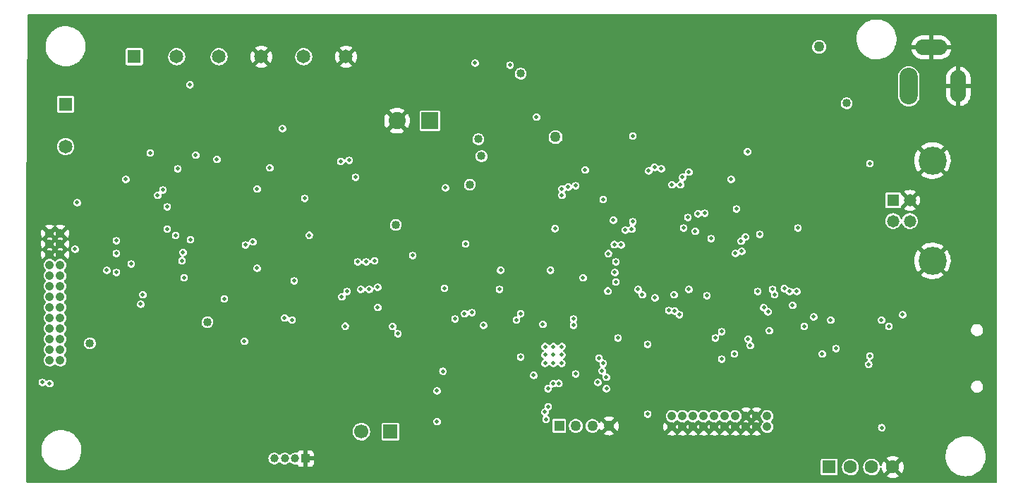
<source format=gbr>
%TF.GenerationSoftware,KiCad,Pcbnew,(6.0.5)*%
%TF.CreationDate,2022-05-28T08:22:01-07:00*%
%TF.ProjectId,Engine-Controller,456e6769-6e65-42d4-936f-6e74726f6c6c,1.0*%
%TF.SameCoordinates,Original*%
%TF.FileFunction,Copper,L2,Inr*%
%TF.FilePolarity,Positive*%
%FSLAX46Y46*%
G04 Gerber Fmt 4.6, Leading zero omitted, Abs format (unit mm)*
G04 Created by KiCad (PCBNEW (6.0.5)) date 2022-05-28 08:22:01*
%MOMM*%
%LPD*%
G01*
G04 APERTURE LIST*
%TA.AperFunction,ComponentPad*%
%ADD10O,2.200000X4.400000*%
%TD*%
%TA.AperFunction,ComponentPad*%
%ADD11O,1.900000X3.800000*%
%TD*%
%TA.AperFunction,ComponentPad*%
%ADD12O,3.800000X1.900000*%
%TD*%
%TA.AperFunction,ComponentPad*%
%ADD13R,1.478000X1.478000*%
%TD*%
%TA.AperFunction,ComponentPad*%
%ADD14C,1.478000*%
%TD*%
%TA.AperFunction,ComponentPad*%
%ADD15C,3.366000*%
%TD*%
%TA.AperFunction,ComponentPad*%
%ADD16C,1.066800*%
%TD*%
%TA.AperFunction,ComponentPad*%
%ADD17R,2.050000X2.050000*%
%TD*%
%TA.AperFunction,ComponentPad*%
%ADD18C,2.050000*%
%TD*%
%TA.AperFunction,ComponentPad*%
%ADD19R,1.700000X1.700000*%
%TD*%
%TA.AperFunction,ComponentPad*%
%ADD20C,1.700000*%
%TD*%
%TA.AperFunction,ComponentPad*%
%ADD21R,1.008000X1.008000*%
%TD*%
%TA.AperFunction,ComponentPad*%
%ADD22C,1.008000*%
%TD*%
%TA.AperFunction,ComponentPad*%
%ADD23R,1.650000X1.650000*%
%TD*%
%TA.AperFunction,ComponentPad*%
%ADD24C,1.650000*%
%TD*%
%TA.AperFunction,ComponentPad*%
%ADD25C,0.500000*%
%TD*%
%TA.AperFunction,ComponentPad*%
%ADD26R,1.258000X1.258000*%
%TD*%
%TA.AperFunction,ComponentPad*%
%ADD27C,1.258000*%
%TD*%
%TA.AperFunction,ComponentPad*%
%ADD28R,1.605000X1.605000*%
%TD*%
%TA.AperFunction,ComponentPad*%
%ADD29C,1.605000*%
%TD*%
%TA.AperFunction,ViaPad*%
%ADD30C,0.500000*%
%TD*%
%TA.AperFunction,ViaPad*%
%ADD31C,1.016000*%
%TD*%
%TA.AperFunction,ViaPad*%
%ADD32C,0.762000*%
%TD*%
%TA.AperFunction,ViaPad*%
%ADD33C,1.270000*%
%TD*%
G04 APERTURE END LIST*
D10*
%TO.N,Net-(D5-Pad2)*%
%TO.C,P1*%
X192443200Y-104546400D03*
D11*
%TO.N,Earth*%
X198398200Y-104546400D03*
D12*
X195148200Y-99856400D03*
%TD*%
D13*
%TO.N,5V_USB*%
%TO.C,P5*%
X190574500Y-118231600D03*
D14*
%TO.N,/Page2/D-*%
X190574500Y-120731600D03*
%TO.N,/Page2/D+*%
X192574500Y-120731600D03*
%TO.N,Earth*%
X192574500Y-118231600D03*
D15*
X195284500Y-125501600D03*
X195284500Y-113461600D03*
%TD*%
D16*
%TO.N,3.3V*%
%TO.C,P3*%
X175463200Y-144159350D03*
X175463200Y-145429350D03*
%TO.N,Earth*%
X174193200Y-144159350D03*
X174193200Y-145429350D03*
X172923200Y-144159350D03*
X172923200Y-145429350D03*
%TO.N,SWDIO*%
X171653200Y-144159350D03*
%TO.N,Earth*%
X171653200Y-145429350D03*
%TO.N,SWCLK*%
X170383200Y-144159350D03*
%TO.N,Earth*%
X170383200Y-145429350D03*
%TO.N,unconnected-(P3-Pad11)*%
X169113200Y-144159350D03*
%TO.N,Earth*%
X169113200Y-145429350D03*
%TO.N,SWO*%
X167843200Y-144159350D03*
%TO.N,Earth*%
X167843200Y-145429350D03*
%TO.N,NRST*%
X166573200Y-144159350D03*
%TO.N,Earth*%
X166573200Y-145429350D03*
%TO.N,unconnected-(P3-Pad17)*%
X165303200Y-144159350D03*
%TO.N,Earth*%
X165303200Y-145429350D03*
%TO.N,unconnected-(P3-Pad19)*%
X164033200Y-144159350D03*
%TO.N,Earth*%
X164033200Y-145429350D03*
%TD*%
%TO.N,5V*%
%TO.C,P8*%
X90627200Y-137439400D03*
X89357200Y-137439400D03*
X90627200Y-136169400D03*
X89357200Y-136169400D03*
%TO.N,PT1+*%
X90627200Y-134899400D03*
%TO.N,PT1-*%
X89357200Y-134899400D03*
%TO.N,PT2+*%
X90627200Y-133629400D03*
%TO.N,PT2-*%
X89357200Y-133629400D03*
%TO.N,PT3+*%
X90627200Y-132359400D03*
%TO.N,PT3-*%
X89357200Y-132359400D03*
%TO.N,PT4+*%
X90627200Y-131089400D03*
%TO.N,PT4-*%
X89357200Y-131089400D03*
%TO.N,PT5+*%
X90627200Y-129819400D03*
%TO.N,PT5-*%
X89357200Y-129819400D03*
%TO.N,PT6+*%
X90627200Y-128549400D03*
%TO.N,PT6-*%
X89357200Y-128549400D03*
%TO.N,PT7+*%
X90627200Y-127279400D03*
%TO.N,PT7-*%
X89357200Y-127279400D03*
%TO.N,PT8+*%
X90627200Y-126009400D03*
%TO.N,PT8-*%
X89357200Y-126009400D03*
%TO.N,Earth*%
X90627200Y-124739400D03*
X89357200Y-124739400D03*
X90627200Y-123469400D03*
X89357200Y-123469400D03*
X90627200Y-122199400D03*
X89357200Y-122199400D03*
%TD*%
D17*
%TO.N,V_HEAD*%
%TO.C,P7*%
X134991700Y-108682900D03*
D18*
%TO.N,Earth*%
X131031700Y-108682900D03*
%TD*%
D19*
%TO.N,/Sensors/TC+*%
%TO.C,P11*%
X130251200Y-146011900D03*
D20*
%TO.N,/Sensors/TC-*%
X126751199Y-146011900D03*
%TD*%
D21*
%TO.N,Earth*%
%TO.C,P17*%
X120061200Y-149250400D03*
D22*
%TO.N,/Sensors/LC+*%
X118811200Y-149250400D03*
%TO.N,/Sensors/LC-*%
X117561200Y-149250400D03*
%TO.N,5V*%
X116311200Y-149250400D03*
%TD*%
D23*
%TO.N,Net-(P10-Pad2)*%
%TO.C,P2*%
X99517200Y-100990400D03*
D24*
%TO.N,Net-(P2-Pad2)*%
X104597200Y-100990400D03*
%TO.N,SP_CONT*%
X109677200Y-100990400D03*
%TO.N,Earth*%
X114757200Y-100990400D03*
%TO.N,NOZ_CONT*%
X119837200Y-100990400D03*
%TO.N,Earth*%
X124917200Y-100990400D03*
%TD*%
D25*
%TO.N,N/C*%
%TO.C,U14*%
X148809200Y-135804400D03*
X149809200Y-135804400D03*
X150809200Y-135804400D03*
X148809200Y-136804400D03*
X149809200Y-136804400D03*
X150809200Y-136804400D03*
X148809200Y-137804400D03*
X149809200Y-137804400D03*
X150809200Y-137804400D03*
%TD*%
D26*
%TO.N,5V*%
%TO.C,P6*%
X150492200Y-145326400D03*
D27*
%TO.N,ValveCtrl_TX*%
X152492200Y-145326400D03*
%TO.N,ValveCtrl_RX*%
X154492200Y-145326400D03*
%TO.N,Earth*%
X156492200Y-145326400D03*
%TD*%
D28*
%TO.N,3.3V*%
%TO.C,P18*%
X182905400Y-150266400D03*
D29*
%TO.N,5V*%
X185445400Y-150266400D03*
%TO.N,VIN*%
X187985400Y-150266400D03*
%TO.N,Earth*%
X190525400Y-150266400D03*
%TD*%
D23*
%TO.N,VIN*%
%TO.C,P10*%
X91262200Y-106705400D03*
D24*
%TO.N,Net-(P10-Pad2)*%
X91262200Y-111785400D03*
%TD*%
D30*
%TO.N,Earth*%
X180035200Y-136423400D03*
D31*
X130441700Y-124294900D03*
D30*
X181610000Y-124968000D03*
X187909200Y-110642400D03*
X156540200Y-128295400D03*
D32*
X144856200Y-109372400D03*
D30*
X171692200Y-120128400D03*
D32*
X137337800Y-106603800D03*
D30*
X111137700Y-138010900D03*
D31*
X170256200Y-104546400D03*
D30*
X107264200Y-135407400D03*
D31*
X181559200Y-110007400D03*
D30*
X181229000Y-126212600D03*
D31*
X94564200Y-141757400D03*
X177114200Y-103022400D03*
D30*
X167970200Y-137312400D03*
D31*
X156032200Y-106324400D03*
D30*
X93294200Y-126898400D03*
X142570200Y-120650000D03*
X156794200Y-136804400D03*
X174967000Y-119546000D03*
X100279200Y-110515400D03*
D31*
X153746200Y-98450400D03*
D30*
X146126200Y-135280400D03*
X149072600Y-123901200D03*
X153492200Y-123850400D03*
X107137200Y-111023400D03*
D32*
X145858200Y-115228400D03*
D30*
X112499200Y-108455400D03*
D32*
X143261200Y-101681400D03*
D30*
X142443200Y-136042400D03*
X145491200Y-144805400D03*
X180242200Y-118690400D03*
X170408600Y-113995200D03*
X136093200Y-134899400D03*
X156564700Y-115062900D03*
X111261200Y-126069400D03*
X150381600Y-128993000D03*
D31*
X196285800Y-144912400D03*
D30*
%TO.N,3.3V*%
X156397200Y-124628400D03*
X135839200Y-144805400D03*
X183083200Y-132613400D03*
X145872200Y-131851400D03*
X149809200Y-140233400D03*
X117297200Y-109626400D03*
X187782200Y-113817400D03*
X101422200Y-112547400D03*
X157556200Y-134772400D03*
X187638600Y-137930800D03*
D31*
X141173200Y-112928400D03*
D30*
X169240200Y-134772400D03*
X140411200Y-101752400D03*
X171780200Y-119278400D03*
X155778200Y-118135400D03*
X159334200Y-110515400D03*
%TO.N,SWCLK*%
X166827200Y-121945400D03*
%TO.N,SWDIO*%
X168732200Y-122834400D03*
D31*
%TO.N,5V*%
X108280200Y-132867400D03*
D30*
X97358200Y-123088400D03*
D33*
X150063200Y-110642400D03*
D31*
X140792200Y-110896400D03*
X94183200Y-135407400D03*
D30*
X98501200Y-115722400D03*
D31*
X139776200Y-116357400D03*
D30*
%TO.N,SDA*%
X152222200Y-132486400D03*
X157111700Y-123532900D03*
%TO.N,SCL*%
X152222200Y-133248400D03*
X157937200Y-123596400D03*
D31*
%TO.N,A3.3V*%
X130886200Y-121183400D03*
D30*
X156342200Y-129128400D03*
X114249200Y-116865400D03*
X148539200Y-133121400D03*
X145364200Y-132613400D03*
X132918200Y-124866400D03*
X136728200Y-128803400D03*
X118694200Y-127914400D03*
%TO.N,/Sensors/TC-*%
X136552200Y-138758400D03*
X135839200Y-141122400D03*
%TO.N,/Sensors/TC+*%
X145872680Y-137057920D03*
X147433200Y-139254400D03*
%TO.N,SD_DAT2*%
X189179200Y-132613400D03*
X167970200Y-119786400D03*
%TO.N,SD_DAT3*%
X167144700Y-119849900D03*
X190068200Y-133375400D03*
%TO.N,SD_CMD*%
X165938200Y-120294400D03*
X187782200Y-136931400D03*
X179019200Y-129184400D03*
X176098200Y-128930400D03*
%TO.N,SD_CLK*%
X191719200Y-131978400D03*
X171145200Y-115722400D03*
%TO.N,SD_DAT0*%
X171653200Y-124612400D03*
X173177200Y-134899400D03*
%TO.N,SD_DAT1*%
X173431200Y-135661400D03*
X172415200Y-124358400D03*
%TO.N,PT1-*%
X102311200Y-117627400D03*
X89357200Y-140233400D03*
%TO.N,PT2-*%
X102946200Y-116992400D03*
X88468200Y-140106400D03*
%TO.N,PT4+*%
X97358200Y-126898400D03*
X99136200Y-125882400D03*
%TO.N,PT6-*%
X92659200Y-118516400D03*
%TO.N,PT7+*%
X92405200Y-124104400D03*
%TO.N,W_MISO*%
X157001200Y-120628400D03*
X149174200Y-143027400D03*
%TO.N,W_MOSI*%
X158445200Y-121818400D03*
X148793200Y-143662400D03*
%TO.N,W_SCK*%
X148920200Y-144551400D03*
X159207200Y-121691400D03*
%TO.N,SD_DETECT*%
X175043200Y-131128400D03*
X189214600Y-145532000D03*
%TO.N,FLASH_SS*%
X175559200Y-131628400D03*
%TO.N,FLASH_MISO*%
X175717200Y-133883400D03*
%TO.N,FLASH_SCK*%
X182067200Y-136677400D03*
%TO.N,FLASH_MOSI*%
X183718200Y-136042400D03*
X178511200Y-130835400D03*
%TO.N,FLASH_WP*%
X174320200Y-129184400D03*
X179908200Y-133375400D03*
%TO.N,W_SS*%
X161112200Y-135534400D03*
X161112200Y-143916400D03*
%TO.N,STATUS_B*%
X170002200Y-137312400D03*
X164922200Y-131978400D03*
%TO.N,STATUS_G*%
X164350700Y-131533900D03*
X171526200Y-136677400D03*
%TO.N,STATUS_R*%
X163652200Y-131470400D03*
X170002200Y-134010400D03*
%TO.N,FLASH_HOLD*%
X181051200Y-132232400D03*
X176352200Y-129565400D03*
%TO.N,Net-(R19-Pad2)*%
X106248200Y-122961400D03*
X120500200Y-122425400D03*
X110312200Y-130073400D03*
X124818200Y-133347400D03*
%TO.N,5V_BUCK*%
X173101000Y-112395000D03*
D31*
%TO.N,5V_USB*%
X184988200Y-106578400D03*
X145872200Y-103022400D03*
D30*
%TO.N,5V_SRC*%
X144602200Y-102006400D03*
X147777200Y-108229400D03*
%TO.N,Net-(R27-Pad1)*%
X114249200Y-126390400D03*
X105486200Y-127533400D03*
%TO.N,NRST*%
X162001200Y-129946400D03*
%TO.N,VIN*%
X106187199Y-104353401D03*
D33*
X181705250Y-99802950D03*
D30*
%TO.N,FIRE*%
X149999200Y-121628400D03*
X139268200Y-123469400D03*
X104724200Y-114452400D03*
X115773200Y-114325400D03*
%TO.N,PT*%
X143475200Y-126628400D03*
X149444200Y-126628400D03*
X143332200Y-128930400D03*
X112725200Y-135153400D03*
%TO.N,LC*%
X153365200Y-127533400D03*
X141427200Y-133248400D03*
%TO.N,SWO*%
X165430200Y-121564400D03*
%TO.N,TC_ALERT*%
X152476200Y-139090400D03*
X156159200Y-139471400D03*
%TO.N,TC_OC*%
X150459200Y-140218400D03*
X155143200Y-140106400D03*
%TO.N,TC_SC*%
X156174200Y-140853400D03*
X149159200Y-140853400D03*
%TO.N,PT_GAIN7*%
X168224200Y-129692400D03*
X159334200Y-120802400D03*
X153619200Y-114579400D03*
X136855200Y-116738400D03*
%TO.N,SP_CONT*%
X124282200Y-113563400D03*
X126695200Y-128930400D03*
X131140200Y-134264400D03*
X155651200Y-138709400D03*
X137998200Y-132486400D03*
X126314200Y-125628400D03*
%TO.N,NOZ_CONT*%
X139141200Y-131851400D03*
X155778200Y-137820400D03*
X130505200Y-133375400D03*
X125298200Y-113436400D03*
X127330200Y-125628400D03*
X127711200Y-128930400D03*
%TO.N,PT_MUX_A*%
X103454200Y-121691400D03*
X103454200Y-119024400D03*
X157302200Y-125628400D03*
%TO.N,~{USB_SUSPEND}*%
X179146200Y-121564400D03*
X174574200Y-122326400D03*
%TO.N,E_CONT*%
X140030200Y-131724400D03*
X106883200Y-112801400D03*
X128727200Y-131089400D03*
X126060200Y-115468400D03*
X128346200Y-125501400D03*
X155270200Y-137185400D03*
X128727200Y-128676400D03*
X109423200Y-113309400D03*
%TO.N,RX_USB*%
X172328200Y-123128400D03*
X177518600Y-128826800D03*
%TO.N,TX_USB*%
X172844200Y-122628400D03*
X178130200Y-129184400D03*
%TO.N,PT_MUX_B*%
X105359200Y-124485400D03*
X166065200Y-128930400D03*
X157175200Y-126898400D03*
X159969200Y-128930400D03*
%TO.N,PT_MUX_C*%
X164287200Y-129565400D03*
X157302200Y-128041400D03*
X104470200Y-122453400D03*
X160477200Y-129565400D03*
X105232200Y-125501400D03*
%TO.N,PT_GAIN0*%
X152476200Y-116484400D03*
X166065200Y-114833400D03*
%TO.N,PT_GAIN1*%
X165303200Y-115468400D03*
X125044200Y-129184400D03*
X151587200Y-116637760D03*
X117551200Y-132359400D03*
%TO.N,PT_GAIN2*%
X124409200Y-129819400D03*
X165049200Y-116357400D03*
X150825200Y-116865400D03*
X118440200Y-132613400D03*
%TO.N,PT_GAIN3*%
X150825200Y-117627400D03*
X164033200Y-116357400D03*
%TO.N,PT_GAIN4*%
X162763200Y-114452400D03*
X119964200Y-118008400D03*
%TO.N,PT_GAIN5*%
X161937700Y-114261900D03*
X113741200Y-123215400D03*
%TO.N,PT_GAIN6*%
X161239200Y-114706400D03*
X112852200Y-123596400D03*
%TO.N,PT-*%
X100533200Y-129565400D03*
X97358200Y-124612400D03*
%TO.N,PT+*%
X100279200Y-130708400D03*
X96215200Y-126644400D03*
%TD*%
%TA.AperFunction,Conductor*%
%TO.N,Earth*%
G36*
X202938421Y-95880102D02*
G01*
X202984914Y-95933758D01*
X202996300Y-95986100D01*
X202996300Y-152070300D01*
X202976298Y-152138421D01*
X202922642Y-152184914D01*
X202870300Y-152196300D01*
X86689700Y-152196300D01*
X86621579Y-152176298D01*
X86575086Y-152122642D01*
X86563700Y-152070300D01*
X86563700Y-151354257D01*
X189802097Y-151354257D01*
X189811394Y-151366273D01*
X189863142Y-151402507D01*
X189872628Y-151407985D01*
X190070485Y-151500246D01*
X190080781Y-151503994D01*
X190291655Y-151560498D01*
X190302442Y-151562400D01*
X190519925Y-151581427D01*
X190530875Y-151581427D01*
X190748358Y-151562400D01*
X190759145Y-151560498D01*
X190970019Y-151503994D01*
X190980315Y-151500246D01*
X191178172Y-151407985D01*
X191187658Y-151402507D01*
X191240244Y-151365687D01*
X191248619Y-151355209D01*
X191241551Y-151341761D01*
X190538212Y-150638422D01*
X190524268Y-150630808D01*
X190522435Y-150630939D01*
X190515820Y-150635190D01*
X189808527Y-151342483D01*
X189802097Y-151354257D01*
X86563700Y-151354257D01*
X86563700Y-151088964D01*
X181899200Y-151088964D01*
X181911019Y-151148380D01*
X181956040Y-151215760D01*
X181966355Y-151222652D01*
X182010247Y-151251979D01*
X182023420Y-151260781D01*
X182082836Y-151272600D01*
X183727964Y-151272600D01*
X183787380Y-151260781D01*
X183800554Y-151251979D01*
X183844445Y-151222652D01*
X183854760Y-151215760D01*
X183899781Y-151148380D01*
X183911600Y-151088964D01*
X183911600Y-150252283D01*
X184434430Y-150252283D01*
X184450941Y-150448917D01*
X184464515Y-150496253D01*
X184503310Y-150631546D01*
X184505332Y-150638599D01*
X184508147Y-150644076D01*
X184578299Y-150780577D01*
X184595529Y-150814104D01*
X184718098Y-150968748D01*
X184722785Y-150972737D01*
X184722788Y-150972740D01*
X184852081Y-151082777D01*
X184868369Y-151096639D01*
X185040620Y-151192906D01*
X185228288Y-151253883D01*
X185424226Y-151277247D01*
X185430361Y-151276775D01*
X185430363Y-151276775D01*
X185614829Y-151262582D01*
X185614834Y-151262581D01*
X185620970Y-151262109D01*
X185626902Y-151260453D01*
X185626906Y-151260452D01*
X185706255Y-151238297D01*
X185811027Y-151209044D01*
X185816531Y-151206264D01*
X185816533Y-151206263D01*
X185981657Y-151122853D01*
X185981659Y-151122852D01*
X185987158Y-151120074D01*
X186142653Y-150998588D01*
X186271590Y-150849213D01*
X186350825Y-150709734D01*
X186366014Y-150682996D01*
X186366015Y-150682995D01*
X186369057Y-150677639D01*
X186383275Y-150634900D01*
X186400098Y-150584327D01*
X186431343Y-150490401D01*
X186449447Y-150347096D01*
X186455633Y-150298134D01*
X186455634Y-150298124D01*
X186456075Y-150294631D01*
X186456469Y-150266400D01*
X186455085Y-150252283D01*
X186974430Y-150252283D01*
X186990941Y-150448917D01*
X187004515Y-150496253D01*
X187043310Y-150631546D01*
X187045332Y-150638599D01*
X187048147Y-150644076D01*
X187118299Y-150780577D01*
X187135529Y-150814104D01*
X187258098Y-150968748D01*
X187262785Y-150972737D01*
X187262788Y-150972740D01*
X187392081Y-151082777D01*
X187408369Y-151096639D01*
X187580620Y-151192906D01*
X187768288Y-151253883D01*
X187964226Y-151277247D01*
X187970361Y-151276775D01*
X187970363Y-151276775D01*
X188154829Y-151262582D01*
X188154834Y-151262581D01*
X188160970Y-151262109D01*
X188166902Y-151260453D01*
X188166906Y-151260452D01*
X188246255Y-151238297D01*
X188351027Y-151209044D01*
X188356531Y-151206264D01*
X188356533Y-151206263D01*
X188521657Y-151122853D01*
X188521659Y-151122852D01*
X188527158Y-151120074D01*
X188682653Y-150998588D01*
X188811590Y-150849213D01*
X188890825Y-150709734D01*
X188906014Y-150682996D01*
X188906015Y-150682995D01*
X188909057Y-150677639D01*
X188923275Y-150634900D01*
X188940098Y-150584327D01*
X188971343Y-150490401D01*
X188972878Y-150478251D01*
X188976095Y-150452788D01*
X189004478Y-150387712D01*
X189063538Y-150348311D01*
X189134525Y-150347096D01*
X189194899Y-150384452D01*
X189225493Y-150448518D01*
X189226622Y-150457602D01*
X189229400Y-150489358D01*
X189231302Y-150500145D01*
X189287806Y-150711019D01*
X189291554Y-150721315D01*
X189383815Y-150919172D01*
X189389293Y-150928658D01*
X189426113Y-150981244D01*
X189436591Y-150989619D01*
X189450039Y-150982551D01*
X190153378Y-150279212D01*
X190159756Y-150267532D01*
X190889808Y-150267532D01*
X190889939Y-150269365D01*
X190894190Y-150275980D01*
X191601483Y-150983273D01*
X191613257Y-150989703D01*
X191625273Y-150980406D01*
X191661507Y-150928658D01*
X191666985Y-150919172D01*
X191759246Y-150721315D01*
X191762994Y-150711019D01*
X191819498Y-150500145D01*
X191821400Y-150489358D01*
X191840427Y-150271875D01*
X191840427Y-150260925D01*
X191821400Y-150043442D01*
X191819498Y-150032655D01*
X191762994Y-149821781D01*
X191759246Y-149811485D01*
X191666985Y-149613628D01*
X191661507Y-149604142D01*
X191624687Y-149551556D01*
X191614209Y-149543181D01*
X191600761Y-149550249D01*
X190897422Y-150253588D01*
X190889808Y-150267532D01*
X190159756Y-150267532D01*
X190160992Y-150265268D01*
X190160861Y-150263435D01*
X190156610Y-150256820D01*
X189449317Y-149549527D01*
X189437543Y-149543097D01*
X189425527Y-149552394D01*
X189389293Y-149604142D01*
X189383815Y-149613628D01*
X189291554Y-149811485D01*
X189287806Y-149821781D01*
X189231302Y-150032655D01*
X189229400Y-150043442D01*
X189227479Y-150065398D01*
X189201616Y-150131517D01*
X189144112Y-150173156D01*
X189073225Y-150177097D01*
X189011460Y-150142088D01*
X188978358Y-150078895D01*
X188977814Y-150076150D01*
X188977213Y-150070016D01*
X188920180Y-149881112D01*
X188849343Y-149747887D01*
X188830435Y-149712325D01*
X188830433Y-149712322D01*
X188827541Y-149706883D01*
X188823651Y-149702113D01*
X188823648Y-149702109D01*
X188706720Y-149558741D01*
X188706717Y-149558738D01*
X188702825Y-149553966D01*
X188698076Y-149550037D01*
X188555533Y-149432115D01*
X188555529Y-149432113D01*
X188550783Y-149428186D01*
X188377205Y-149334333D01*
X188188704Y-149275982D01*
X188182579Y-149275338D01*
X188182578Y-149275338D01*
X187998587Y-149256000D01*
X187998586Y-149256000D01*
X187992459Y-149255356D01*
X187909889Y-149262870D01*
X187802084Y-149272681D01*
X187802081Y-149272682D01*
X187795945Y-149273240D01*
X187790039Y-149274978D01*
X187790035Y-149274979D01*
X187628841Y-149322421D01*
X187606647Y-149328953D01*
X187601182Y-149331810D01*
X187523753Y-149372289D01*
X187431776Y-149420374D01*
X187426975Y-149424234D01*
X187426972Y-149424236D01*
X187402595Y-149443836D01*
X187277992Y-149544019D01*
X187274033Y-149548737D01*
X187274032Y-149548738D01*
X187155115Y-149690457D01*
X187151153Y-149695179D01*
X187130392Y-149732944D01*
X187071949Y-149839253D01*
X187056091Y-149868098D01*
X187054227Y-149873973D01*
X187054226Y-149873976D01*
X187040344Y-149917739D01*
X186996425Y-150056187D01*
X186974430Y-150252283D01*
X186455085Y-150252283D01*
X186437213Y-150070016D01*
X186435432Y-150064117D01*
X186435431Y-150064112D01*
X186381961Y-149887011D01*
X186380180Y-149881112D01*
X186309343Y-149747887D01*
X186290435Y-149712325D01*
X186290433Y-149712322D01*
X186287541Y-149706883D01*
X186283651Y-149702113D01*
X186283648Y-149702109D01*
X186166720Y-149558741D01*
X186166717Y-149558738D01*
X186162825Y-149553966D01*
X186158076Y-149550037D01*
X186015533Y-149432115D01*
X186015529Y-149432113D01*
X186010783Y-149428186D01*
X185837205Y-149334333D01*
X185648704Y-149275982D01*
X185642579Y-149275338D01*
X185642578Y-149275338D01*
X185458587Y-149256000D01*
X185458586Y-149256000D01*
X185452459Y-149255356D01*
X185369889Y-149262870D01*
X185262084Y-149272681D01*
X185262081Y-149272682D01*
X185255945Y-149273240D01*
X185250039Y-149274978D01*
X185250035Y-149274979D01*
X185088841Y-149322421D01*
X185066647Y-149328953D01*
X185061182Y-149331810D01*
X184983753Y-149372289D01*
X184891776Y-149420374D01*
X184886975Y-149424234D01*
X184886972Y-149424236D01*
X184862595Y-149443836D01*
X184737992Y-149544019D01*
X184734033Y-149548737D01*
X184734032Y-149548738D01*
X184615115Y-149690457D01*
X184611153Y-149695179D01*
X184590392Y-149732944D01*
X184531949Y-149839253D01*
X184516091Y-149868098D01*
X184514227Y-149873973D01*
X184514226Y-149873976D01*
X184500344Y-149917739D01*
X184456425Y-150056187D01*
X184434430Y-150252283D01*
X183911600Y-150252283D01*
X183911600Y-149443836D01*
X183899781Y-149384420D01*
X183891676Y-149372289D01*
X183868272Y-149337263D01*
X183854760Y-149317040D01*
X183787380Y-149272019D01*
X183727964Y-149260200D01*
X182082836Y-149260200D01*
X182023420Y-149272019D01*
X181956040Y-149317040D01*
X181942528Y-149337263D01*
X181919125Y-149372289D01*
X181911019Y-149384420D01*
X181899200Y-149443836D01*
X181899200Y-151088964D01*
X86563700Y-151088964D01*
X86563700Y-148133671D01*
X88350868Y-148133671D01*
X88350955Y-148137673D01*
X88350955Y-148137680D01*
X88357461Y-148435848D01*
X88357549Y-148439865D01*
X88403083Y-148742730D01*
X88404179Y-148746590D01*
X88404180Y-148746595D01*
X88413244Y-148778520D01*
X88486731Y-149037353D01*
X88607137Y-149318960D01*
X88762349Y-149582985D01*
X88949851Y-149825147D01*
X88952699Y-149827990D01*
X89157722Y-150032655D01*
X89166604Y-150041522D01*
X89211488Y-150076150D01*
X89405901Y-150226139D01*
X89405905Y-150226142D01*
X89409094Y-150228602D01*
X89412573Y-150230639D01*
X89613542Y-150348311D01*
X89673389Y-150383353D01*
X89677074Y-150384921D01*
X89677078Y-150384923D01*
X89683633Y-150387712D01*
X89955206Y-150503267D01*
X90249975Y-150586401D01*
X90470538Y-150619168D01*
X90549619Y-150630916D01*
X90549621Y-150630916D01*
X90552918Y-150631406D01*
X90556249Y-150631546D01*
X90556253Y-150631546D01*
X90592937Y-150633083D01*
X90636284Y-150634900D01*
X90831674Y-150634900D01*
X90955115Y-150627026D01*
X91055839Y-150620601D01*
X91055844Y-150620600D01*
X91059847Y-150620345D01*
X91063784Y-150619583D01*
X91063786Y-150619583D01*
X91356601Y-150562930D01*
X91356605Y-150562929D01*
X91360538Y-150562168D01*
X91651400Y-150466256D01*
X91927718Y-150334163D01*
X92185012Y-150168031D01*
X92306677Y-150065398D01*
X92381514Y-150002267D01*
X92419110Y-149970552D01*
X92626219Y-149744929D01*
X92642895Y-149721334D01*
X92752028Y-149566913D01*
X92802980Y-149494818D01*
X92927466Y-149260200D01*
X92936627Y-149242935D01*
X115598341Y-149242935D01*
X115607117Y-149322421D01*
X115613962Y-149384420D01*
X115617138Y-149413191D01*
X115619748Y-149420322D01*
X115619748Y-149420324D01*
X115626132Y-149437769D01*
X115676003Y-149574049D01*
X115680240Y-149580355D01*
X115680242Y-149580358D01*
X115702599Y-149613628D01*
X115771540Y-149716222D01*
X115777158Y-149721334D01*
X115892611Y-149826389D01*
X115892615Y-149826392D01*
X115898232Y-149831503D01*
X115904909Y-149835128D01*
X115904910Y-149835129D01*
X116042088Y-149909611D01*
X116042090Y-149909612D01*
X116048765Y-149913236D01*
X116056114Y-149915164D01*
X116207099Y-149954774D01*
X116207101Y-149954774D01*
X116214449Y-149956702D01*
X116306271Y-149958145D01*
X116378121Y-149959274D01*
X116378124Y-149959274D01*
X116385718Y-149959393D01*
X116451870Y-149944242D01*
X116545283Y-149922848D01*
X116545287Y-149922847D01*
X116552686Y-149921152D01*
X116705712Y-149844188D01*
X116835962Y-149732944D01*
X116840394Y-149726777D01*
X116843432Y-149723473D01*
X116904266Y-149686871D01*
X116975232Y-149688968D01*
X117019533Y-149718428D01*
X117021540Y-149716222D01*
X117142611Y-149826389D01*
X117142615Y-149826392D01*
X117148232Y-149831503D01*
X117154909Y-149835128D01*
X117154910Y-149835129D01*
X117292088Y-149909611D01*
X117292090Y-149909612D01*
X117298765Y-149913236D01*
X117306114Y-149915164D01*
X117457099Y-149954774D01*
X117457101Y-149954774D01*
X117464449Y-149956702D01*
X117556271Y-149958145D01*
X117628121Y-149959274D01*
X117628124Y-149959274D01*
X117635718Y-149959393D01*
X117701870Y-149944242D01*
X117795283Y-149922848D01*
X117795287Y-149922847D01*
X117802686Y-149921152D01*
X117955712Y-149844188D01*
X118085962Y-149732944D01*
X118090394Y-149726777D01*
X118093432Y-149723473D01*
X118154266Y-149686871D01*
X118225232Y-149688968D01*
X118269533Y-149718428D01*
X118271540Y-149716222D01*
X118392611Y-149826389D01*
X118392615Y-149826392D01*
X118398232Y-149831503D01*
X118404909Y-149835128D01*
X118404910Y-149835129D01*
X118542088Y-149909611D01*
X118542090Y-149909612D01*
X118548765Y-149913236D01*
X118556114Y-149915164D01*
X118707099Y-149954774D01*
X118707101Y-149954774D01*
X118714449Y-149956702D01*
X118806271Y-149958145D01*
X118878121Y-149959274D01*
X118878124Y-149959274D01*
X118885718Y-149959393D01*
X118970597Y-149939953D01*
X119041464Y-149944242D01*
X119098762Y-149986164D01*
X119109249Y-150002267D01*
X119112415Y-150008049D01*
X119188915Y-150110124D01*
X119201476Y-150122685D01*
X119303551Y-150199186D01*
X119319146Y-150207724D01*
X119439594Y-150252878D01*
X119454849Y-150256505D01*
X119505714Y-150262031D01*
X119512528Y-150262400D01*
X119789085Y-150262400D01*
X119804324Y-150257925D01*
X119805529Y-150256535D01*
X119807200Y-150248852D01*
X119807200Y-150244284D01*
X120315200Y-150244284D01*
X120319675Y-150259523D01*
X120321065Y-150260728D01*
X120328748Y-150262399D01*
X120609869Y-150262399D01*
X120616690Y-150262029D01*
X120667552Y-150256505D01*
X120682804Y-150252879D01*
X120803254Y-150207724D01*
X120818849Y-150199186D01*
X120920924Y-150122685D01*
X120933485Y-150110124D01*
X121009986Y-150008049D01*
X121018524Y-149992454D01*
X121063678Y-149872006D01*
X121067305Y-149856751D01*
X121072831Y-149805886D01*
X121073200Y-149799072D01*
X121073200Y-149522515D01*
X121068725Y-149507276D01*
X121067335Y-149506071D01*
X121059652Y-149504400D01*
X120333315Y-149504400D01*
X120318076Y-149508875D01*
X120316871Y-149510265D01*
X120315200Y-149517948D01*
X120315200Y-150244284D01*
X119807200Y-150244284D01*
X119807200Y-149177591D01*
X189802181Y-149177591D01*
X189809249Y-149191039D01*
X190512588Y-149894378D01*
X190526532Y-149901992D01*
X190528365Y-149901861D01*
X190534980Y-149897610D01*
X191242273Y-149190317D01*
X191248703Y-149178543D01*
X191239406Y-149166527D01*
X191187658Y-149130293D01*
X191178172Y-149124815D01*
X190980315Y-149032554D01*
X190970019Y-149028806D01*
X190759145Y-148972302D01*
X190748358Y-148970400D01*
X190530875Y-148951373D01*
X190519925Y-148951373D01*
X190302442Y-148970400D01*
X190291655Y-148972302D01*
X190080781Y-149028806D01*
X190070485Y-149032554D01*
X189872628Y-149124815D01*
X189863142Y-149130293D01*
X189810556Y-149167113D01*
X189802181Y-149177591D01*
X119807200Y-149177591D01*
X119807200Y-148978285D01*
X120315200Y-148978285D01*
X120319675Y-148993524D01*
X120321065Y-148994729D01*
X120328748Y-148996400D01*
X121055084Y-148996400D01*
X121070323Y-148991925D01*
X121071528Y-148990535D01*
X121073199Y-148982852D01*
X121073199Y-148870271D01*
X196859668Y-148870271D01*
X196859755Y-148874273D01*
X196859755Y-148874280D01*
X196866132Y-149166527D01*
X196866349Y-149176465D01*
X196911883Y-149479330D01*
X196912979Y-149483190D01*
X196912980Y-149483195D01*
X196929987Y-149543097D01*
X196995531Y-149773953D01*
X196997111Y-149777649D01*
X196997112Y-149777651D01*
X197017420Y-149825147D01*
X197115937Y-150055560D01*
X197271149Y-150319585D01*
X197458651Y-150561747D01*
X197675404Y-150778122D01*
X197678585Y-150780576D01*
X197678586Y-150780577D01*
X197914701Y-150962739D01*
X197914705Y-150962742D01*
X197917894Y-150965202D01*
X197945292Y-150981244D01*
X198175913Y-151116278D01*
X198182189Y-151119953D01*
X198185874Y-151121521D01*
X198185878Y-151121523D01*
X198189004Y-151122853D01*
X198464006Y-151239867D01*
X198758775Y-151323001D01*
X198885055Y-151341761D01*
X199058419Y-151367516D01*
X199058421Y-151367516D01*
X199061718Y-151368006D01*
X199065049Y-151368146D01*
X199065053Y-151368146D01*
X199101737Y-151369683D01*
X199145084Y-151371500D01*
X199340474Y-151371500D01*
X199463915Y-151363626D01*
X199564639Y-151357201D01*
X199564644Y-151357200D01*
X199568647Y-151356945D01*
X199572584Y-151356183D01*
X199572586Y-151356183D01*
X199865401Y-151299530D01*
X199865405Y-151299529D01*
X199869338Y-151298768D01*
X200160200Y-151202856D01*
X200436518Y-151070763D01*
X200693812Y-150904631D01*
X200795397Y-150818937D01*
X200924849Y-150709734D01*
X200927910Y-150707152D01*
X201126875Y-150490401D01*
X201132304Y-150484487D01*
X201132306Y-150484485D01*
X201135019Y-150481529D01*
X201147039Y-150464522D01*
X201269596Y-150291107D01*
X201311780Y-150231418D01*
X201455328Y-149960874D01*
X201456744Y-149957117D01*
X201561919Y-149678044D01*
X201561921Y-149678038D01*
X201563336Y-149674283D01*
X201588816Y-149566913D01*
X201633124Y-149380207D01*
X201633125Y-149380202D01*
X201634053Y-149376291D01*
X201666332Y-149071729D01*
X201665498Y-149033481D01*
X201659739Y-148769552D01*
X201659739Y-148769547D01*
X201659651Y-148765535D01*
X201614117Y-148462670D01*
X201607643Y-148439865D01*
X201550918Y-148240072D01*
X201530469Y-148168047D01*
X201410063Y-147886440D01*
X201254851Y-147622415D01*
X201067349Y-147380253D01*
X200850596Y-147163878D01*
X200723210Y-147065600D01*
X200611299Y-146979261D01*
X200611295Y-146979258D01*
X200608106Y-146976798D01*
X200431538Y-146873413D01*
X200347275Y-146824075D01*
X200347272Y-146824073D01*
X200343811Y-146822047D01*
X200340126Y-146820479D01*
X200340122Y-146820477D01*
X200202903Y-146762090D01*
X200061994Y-146702133D01*
X199795194Y-146626887D01*
X199771097Y-146620091D01*
X199767225Y-146618999D01*
X199537014Y-146584799D01*
X199467581Y-146574484D01*
X199467579Y-146574484D01*
X199464282Y-146573994D01*
X199460951Y-146573854D01*
X199460947Y-146573854D01*
X199424263Y-146572317D01*
X199380916Y-146570500D01*
X199185526Y-146570500D01*
X199062085Y-146578374D01*
X198961361Y-146584799D01*
X198961356Y-146584800D01*
X198957353Y-146585055D01*
X198953416Y-146585817D01*
X198953414Y-146585817D01*
X198660599Y-146642470D01*
X198660595Y-146642471D01*
X198656662Y-146643232D01*
X198365800Y-146739144D01*
X198089482Y-146871237D01*
X198086112Y-146873413D01*
X197895846Y-146996266D01*
X197832188Y-147037369D01*
X197829123Y-147039954D01*
X197829121Y-147039956D01*
X197811187Y-147055085D01*
X197598090Y-147234848D01*
X197390981Y-147460471D01*
X197214220Y-147710582D01*
X197070672Y-147981126D01*
X197069257Y-147984882D01*
X197069256Y-147984883D01*
X196968607Y-148251948D01*
X196962664Y-148267717D01*
X196961735Y-148271632D01*
X196896868Y-148544974D01*
X196891947Y-148565709D01*
X196859668Y-148870271D01*
X121073199Y-148870271D01*
X121073199Y-148701731D01*
X121072829Y-148694910D01*
X121067305Y-148644048D01*
X121063679Y-148628796D01*
X121018524Y-148508346D01*
X121009986Y-148492751D01*
X120933485Y-148390676D01*
X120920924Y-148378115D01*
X120818849Y-148301614D01*
X120803254Y-148293076D01*
X120682806Y-148247922D01*
X120667551Y-148244295D01*
X120616686Y-148238769D01*
X120609872Y-148238400D01*
X120333315Y-148238400D01*
X120318076Y-148242875D01*
X120316871Y-148244265D01*
X120315200Y-148251948D01*
X120315200Y-148978285D01*
X119807200Y-148978285D01*
X119807200Y-148256516D01*
X119802725Y-148241277D01*
X119801335Y-148240072D01*
X119793652Y-148238401D01*
X119512531Y-148238401D01*
X119505710Y-148238771D01*
X119454848Y-148244295D01*
X119439596Y-148247921D01*
X119319146Y-148293076D01*
X119303551Y-148301614D01*
X119201476Y-148378115D01*
X119188915Y-148390676D01*
X119112413Y-148492753D01*
X119109324Y-148498395D01*
X119059067Y-148548542D01*
X118989676Y-148563557D01*
X118968108Y-148560092D01*
X118907921Y-148544974D01*
X118907917Y-148544974D01*
X118900550Y-148543123D01*
X118892952Y-148543083D01*
X118892950Y-148543083D01*
X118818862Y-148542696D01*
X118729262Y-148542227D01*
X118721883Y-148543999D01*
X118721879Y-148543999D01*
X118570083Y-148580442D01*
X118570080Y-148580443D01*
X118562704Y-148582214D01*
X118555959Y-148585695D01*
X118555960Y-148585695D01*
X118443757Y-148643607D01*
X118410492Y-148660776D01*
X118404770Y-148665768D01*
X118404768Y-148665769D01*
X118287137Y-148768385D01*
X118287135Y-148768387D01*
X118281414Y-148773378D01*
X118278760Y-148777154D01*
X118219392Y-148813726D01*
X118148408Y-148812372D01*
X118096338Y-148778520D01*
X118095953Y-148778952D01*
X117968061Y-148665004D01*
X117953498Y-148657293D01*
X117899676Y-148628796D01*
X117816680Y-148584852D01*
X117650550Y-148543123D01*
X117642952Y-148543083D01*
X117642950Y-148543083D01*
X117568862Y-148542696D01*
X117479262Y-148542227D01*
X117471883Y-148543999D01*
X117471879Y-148543999D01*
X117320083Y-148580442D01*
X117320080Y-148580443D01*
X117312704Y-148582214D01*
X117305959Y-148585695D01*
X117305960Y-148585695D01*
X117193757Y-148643607D01*
X117160492Y-148660776D01*
X117154770Y-148665768D01*
X117154768Y-148665769D01*
X117037137Y-148768385D01*
X117037135Y-148768387D01*
X117031414Y-148773378D01*
X117028760Y-148777154D01*
X116969392Y-148813726D01*
X116898408Y-148812372D01*
X116846338Y-148778520D01*
X116845953Y-148778952D01*
X116718061Y-148665004D01*
X116703498Y-148657293D01*
X116649676Y-148628796D01*
X116566680Y-148584852D01*
X116400550Y-148543123D01*
X116392952Y-148543083D01*
X116392950Y-148543083D01*
X116318862Y-148542696D01*
X116229262Y-148542227D01*
X116221883Y-148543999D01*
X116221879Y-148543999D01*
X116070083Y-148580442D01*
X116070080Y-148580443D01*
X116062704Y-148582214D01*
X116055959Y-148585695D01*
X116055960Y-148585695D01*
X115943757Y-148643607D01*
X115910492Y-148660776D01*
X115781414Y-148773378D01*
X115682921Y-148913520D01*
X115680162Y-148920596D01*
X115680161Y-148920598D01*
X115634640Y-149037353D01*
X115620699Y-149073109D01*
X115619707Y-149080642D01*
X115619707Y-149080643D01*
X115600331Y-149227823D01*
X115598341Y-149242935D01*
X92936627Y-149242935D01*
X92944645Y-149227823D01*
X92944645Y-149227822D01*
X92946528Y-149224274D01*
X92959053Y-149191039D01*
X93053119Y-148941444D01*
X93053121Y-148941438D01*
X93054536Y-148937683D01*
X93071480Y-148866282D01*
X93124324Y-148643607D01*
X93124325Y-148643602D01*
X93125253Y-148639691D01*
X93157532Y-148335129D01*
X93156615Y-148293076D01*
X93150939Y-148032952D01*
X93150939Y-148032947D01*
X93150851Y-148028935D01*
X93105317Y-147726070D01*
X93021669Y-147431447D01*
X93001142Y-147383437D01*
X92943354Y-147248283D01*
X92901263Y-147149840D01*
X92746051Y-146885815D01*
X92558549Y-146643653D01*
X92389431Y-146474830D01*
X92344637Y-146430114D01*
X92341796Y-146427278D01*
X92324143Y-146413659D01*
X92102499Y-146242661D01*
X92102495Y-146242658D01*
X92099306Y-146240198D01*
X91958458Y-146157728D01*
X91838475Y-146087475D01*
X91838472Y-146087473D01*
X91835011Y-146085447D01*
X91831326Y-146083879D01*
X91831322Y-146083877D01*
X91670441Y-146015422D01*
X91627421Y-145997117D01*
X125692504Y-145997117D01*
X125693020Y-146003261D01*
X125709279Y-146196894D01*
X125709280Y-146196899D01*
X125709795Y-146203033D01*
X125722252Y-146246475D01*
X125740654Y-146310648D01*
X125766754Y-146401670D01*
X125790521Y-146447915D01*
X125853521Y-146570500D01*
X125861209Y-146585460D01*
X125865034Y-146590286D01*
X125865036Y-146590289D01*
X125954927Y-146703703D01*
X125989563Y-146747403D01*
X125994256Y-146751397D01*
X125994257Y-146751398D01*
X126135069Y-146871237D01*
X126146929Y-146881331D01*
X126327310Y-146982143D01*
X126523838Y-147045999D01*
X126729025Y-147070466D01*
X126735160Y-147069994D01*
X126735162Y-147069994D01*
X126928914Y-147055085D01*
X126928917Y-147055084D01*
X126935057Y-147054612D01*
X127134086Y-146999043D01*
X127318531Y-146905873D01*
X127346098Y-146884336D01*
X127349134Y-146881964D01*
X129197500Y-146881964D01*
X129209319Y-146941380D01*
X129254340Y-147008760D01*
X129264655Y-147015652D01*
X129307224Y-147044095D01*
X129321720Y-147053781D01*
X129381136Y-147065600D01*
X131121264Y-147065600D01*
X131180680Y-147053781D01*
X131195177Y-147044095D01*
X131237745Y-147015652D01*
X131248060Y-147008760D01*
X131293081Y-146941380D01*
X131304900Y-146881964D01*
X131304900Y-146288603D01*
X155894357Y-146288603D01*
X155904239Y-146301093D01*
X155942542Y-146326686D01*
X155952652Y-146332176D01*
X156134035Y-146410104D01*
X156144978Y-146413659D01*
X156337519Y-146457227D01*
X156348929Y-146458729D01*
X156546193Y-146466479D01*
X156557675Y-146465877D01*
X156753050Y-146437550D01*
X156764233Y-146434865D01*
X156951173Y-146371407D01*
X156961676Y-146366731D01*
X157039715Y-146323028D01*
X163504352Y-146323028D01*
X163509262Y-146329586D01*
X163608881Y-146385263D01*
X163620119Y-146390172D01*
X163802634Y-146449474D01*
X163814608Y-146452107D01*
X164005173Y-146474830D01*
X164017422Y-146475087D01*
X164208772Y-146460363D01*
X164220842Y-146458235D01*
X164405686Y-146406626D01*
X164417118Y-146402192D01*
X164553568Y-146333266D01*
X164566101Y-146321512D01*
X164565836Y-146321196D01*
X164564521Y-146319881D01*
X164771879Y-146319881D01*
X164772155Y-146320094D01*
X164779261Y-146329586D01*
X164878881Y-146385263D01*
X164890119Y-146390172D01*
X165072634Y-146449474D01*
X165084608Y-146452107D01*
X165275173Y-146474830D01*
X165287422Y-146475087D01*
X165478772Y-146460363D01*
X165490842Y-146458235D01*
X165675686Y-146406626D01*
X165687118Y-146402192D01*
X165823568Y-146333266D01*
X165836101Y-146321512D01*
X165835836Y-146321196D01*
X165834521Y-146319881D01*
X166041879Y-146319881D01*
X166042155Y-146320094D01*
X166049261Y-146329586D01*
X166148881Y-146385263D01*
X166160119Y-146390172D01*
X166342634Y-146449474D01*
X166354608Y-146452107D01*
X166545173Y-146474830D01*
X166557422Y-146475087D01*
X166748772Y-146460363D01*
X166760842Y-146458235D01*
X166945686Y-146406626D01*
X166957118Y-146402192D01*
X167093568Y-146333266D01*
X167106101Y-146321512D01*
X167105836Y-146321196D01*
X167104521Y-146319881D01*
X167311879Y-146319881D01*
X167312155Y-146320094D01*
X167319261Y-146329586D01*
X167418881Y-146385263D01*
X167430119Y-146390172D01*
X167612634Y-146449474D01*
X167624608Y-146452107D01*
X167815173Y-146474830D01*
X167827422Y-146475087D01*
X168018772Y-146460363D01*
X168030842Y-146458235D01*
X168215686Y-146406626D01*
X168227118Y-146402192D01*
X168363568Y-146333266D01*
X168376101Y-146321512D01*
X168375836Y-146321196D01*
X168374521Y-146319881D01*
X168581879Y-146319881D01*
X168582155Y-146320094D01*
X168589261Y-146329586D01*
X168688881Y-146385263D01*
X168700119Y-146390172D01*
X168882634Y-146449474D01*
X168894608Y-146452107D01*
X169085173Y-146474830D01*
X169097422Y-146475087D01*
X169288772Y-146460363D01*
X169300842Y-146458235D01*
X169485686Y-146406626D01*
X169497118Y-146402192D01*
X169633568Y-146333266D01*
X169646101Y-146321512D01*
X169645836Y-146321196D01*
X169644521Y-146319881D01*
X169851879Y-146319881D01*
X169852155Y-146320094D01*
X169859261Y-146329586D01*
X169958881Y-146385263D01*
X169970119Y-146390172D01*
X170152634Y-146449474D01*
X170164608Y-146452107D01*
X170355173Y-146474830D01*
X170367422Y-146475087D01*
X170558772Y-146460363D01*
X170570842Y-146458235D01*
X170755686Y-146406626D01*
X170767118Y-146402192D01*
X170903568Y-146333266D01*
X170916101Y-146321512D01*
X170915836Y-146321196D01*
X170914521Y-146319881D01*
X171121879Y-146319881D01*
X171122155Y-146320094D01*
X171129261Y-146329586D01*
X171228881Y-146385263D01*
X171240119Y-146390172D01*
X171422634Y-146449474D01*
X171434608Y-146452107D01*
X171625173Y-146474830D01*
X171637422Y-146475087D01*
X171828772Y-146460363D01*
X171840842Y-146458235D01*
X172025686Y-146406626D01*
X172037118Y-146402192D01*
X172173568Y-146333266D01*
X172186101Y-146321512D01*
X172185836Y-146321196D01*
X172184521Y-146319881D01*
X172391879Y-146319881D01*
X172392155Y-146320094D01*
X172399261Y-146329586D01*
X172498881Y-146385263D01*
X172510119Y-146390172D01*
X172692634Y-146449474D01*
X172704608Y-146452107D01*
X172895173Y-146474830D01*
X172907422Y-146475087D01*
X173098772Y-146460363D01*
X173110842Y-146458235D01*
X173295686Y-146406626D01*
X173307118Y-146402192D01*
X173443568Y-146333266D01*
X173456101Y-146321512D01*
X173455836Y-146321196D01*
X173454521Y-146319881D01*
X173661879Y-146319881D01*
X173662155Y-146320094D01*
X173669261Y-146329586D01*
X173768881Y-146385263D01*
X173780119Y-146390172D01*
X173962634Y-146449474D01*
X173974608Y-146452107D01*
X174165173Y-146474830D01*
X174177422Y-146475087D01*
X174368772Y-146460363D01*
X174380842Y-146458235D01*
X174565686Y-146406626D01*
X174577118Y-146402192D01*
X174713568Y-146333266D01*
X174723854Y-146323619D01*
X174721616Y-146316976D01*
X174206012Y-145801372D01*
X174192068Y-145793758D01*
X174190235Y-145793889D01*
X174183620Y-145798140D01*
X173661879Y-146319881D01*
X173454521Y-146319881D01*
X172936012Y-145801372D01*
X172922068Y-145793758D01*
X172920235Y-145793889D01*
X172913620Y-145798140D01*
X172391879Y-146319881D01*
X172184521Y-146319881D01*
X171666012Y-145801372D01*
X171652068Y-145793758D01*
X171650235Y-145793889D01*
X171643620Y-145798140D01*
X171121879Y-146319881D01*
X170914521Y-146319881D01*
X170396012Y-145801372D01*
X170382068Y-145793758D01*
X170380235Y-145793889D01*
X170373620Y-145798140D01*
X169851879Y-146319881D01*
X169644521Y-146319881D01*
X169126012Y-145801372D01*
X169112068Y-145793758D01*
X169110235Y-145793889D01*
X169103620Y-145798140D01*
X168581879Y-146319881D01*
X168374521Y-146319881D01*
X167856012Y-145801372D01*
X167842068Y-145793758D01*
X167840235Y-145793889D01*
X167833620Y-145798140D01*
X167311879Y-146319881D01*
X167104521Y-146319881D01*
X166586012Y-145801372D01*
X166572068Y-145793758D01*
X166570235Y-145793889D01*
X166563620Y-145798140D01*
X166041879Y-146319881D01*
X165834521Y-146319881D01*
X165316012Y-145801372D01*
X165302068Y-145793758D01*
X165300235Y-145793889D01*
X165293620Y-145798140D01*
X164771879Y-146319881D01*
X164564521Y-146319881D01*
X164046012Y-145801372D01*
X164032068Y-145793758D01*
X164030235Y-145793889D01*
X164023620Y-145798140D01*
X163511112Y-146310648D01*
X163504352Y-146323028D01*
X157039715Y-146323028D01*
X157081540Y-146299605D01*
X157091403Y-146289528D01*
X157088448Y-146281858D01*
X156505012Y-145698422D01*
X156491068Y-145690808D01*
X156489235Y-145690939D01*
X156482620Y-145695190D01*
X155900553Y-146277257D01*
X155894357Y-146288603D01*
X131304900Y-146288603D01*
X131304900Y-145975464D01*
X149659500Y-145975464D01*
X149671319Y-146034880D01*
X149716340Y-146102260D01*
X149726655Y-146109152D01*
X149764797Y-146134637D01*
X149783720Y-146147281D01*
X149843136Y-146159100D01*
X151141264Y-146159100D01*
X151200680Y-146147281D01*
X151219604Y-146134637D01*
X151257745Y-146109152D01*
X151268060Y-146102260D01*
X151313081Y-146034880D01*
X151324900Y-145975464D01*
X151324900Y-145326400D01*
X151654913Y-145326400D01*
X151655603Y-145332965D01*
X151666741Y-145438930D01*
X151673210Y-145500482D01*
X151675250Y-145506760D01*
X151675250Y-145506761D01*
X151688648Y-145547996D01*
X151727300Y-145666955D01*
X151730603Y-145672677D01*
X151730604Y-145672678D01*
X151746345Y-145699942D01*
X151814821Y-145818545D01*
X151819239Y-145823452D01*
X151819240Y-145823453D01*
X151927524Y-145943715D01*
X151931946Y-145948626D01*
X151937288Y-145952507D01*
X151937290Y-145952509D01*
X152068214Y-146047631D01*
X152073556Y-146051512D01*
X152079585Y-146054196D01*
X152079588Y-146054198D01*
X152227428Y-146120020D01*
X152227431Y-146120021D01*
X152233464Y-146122707D01*
X152270197Y-146130515D01*
X152398223Y-146157728D01*
X152398227Y-146157728D01*
X152404680Y-146159100D01*
X152579720Y-146159100D01*
X152586173Y-146157728D01*
X152586177Y-146157728D01*
X152714203Y-146130515D01*
X152750936Y-146122707D01*
X152756969Y-146120021D01*
X152756972Y-146120020D01*
X152904812Y-146054198D01*
X152904815Y-146054196D01*
X152910844Y-146051512D01*
X152916186Y-146047631D01*
X153047110Y-145952509D01*
X153047112Y-145952507D01*
X153052454Y-145948626D01*
X153056876Y-145943715D01*
X153165160Y-145823453D01*
X153165161Y-145823452D01*
X153169579Y-145818545D01*
X153238055Y-145699942D01*
X153253796Y-145672678D01*
X153253797Y-145672677D01*
X153257100Y-145666955D01*
X153295752Y-145547996D01*
X153309150Y-145506761D01*
X153309150Y-145506760D01*
X153311190Y-145500482D01*
X153317660Y-145438930D01*
X153328797Y-145332965D01*
X153329487Y-145326400D01*
X153654913Y-145326400D01*
X153655603Y-145332965D01*
X153666741Y-145438930D01*
X153673210Y-145500482D01*
X153675250Y-145506760D01*
X153675250Y-145506761D01*
X153688648Y-145547996D01*
X153727300Y-145666955D01*
X153730603Y-145672677D01*
X153730604Y-145672678D01*
X153746345Y-145699942D01*
X153814821Y-145818545D01*
X153819239Y-145823452D01*
X153819240Y-145823453D01*
X153927524Y-145943715D01*
X153931946Y-145948626D01*
X153937288Y-145952507D01*
X153937290Y-145952509D01*
X154068214Y-146047631D01*
X154073556Y-146051512D01*
X154079585Y-146054196D01*
X154079588Y-146054198D01*
X154227428Y-146120020D01*
X154227431Y-146120021D01*
X154233464Y-146122707D01*
X154270197Y-146130515D01*
X154398223Y-146157728D01*
X154398227Y-146157728D01*
X154404680Y-146159100D01*
X154579720Y-146159100D01*
X154586173Y-146157728D01*
X154586177Y-146157728D01*
X154714203Y-146130515D01*
X154750936Y-146122707D01*
X154756969Y-146120021D01*
X154756972Y-146120020D01*
X154904812Y-146054198D01*
X154904815Y-146054196D01*
X154910844Y-146051512D01*
X154916186Y-146047631D01*
X155047110Y-145952509D01*
X155047112Y-145952507D01*
X155052454Y-145948626D01*
X155056876Y-145943715D01*
X155165160Y-145823453D01*
X155165161Y-145823452D01*
X155169579Y-145818545D01*
X155213277Y-145742858D01*
X155264658Y-145693866D01*
X155334372Y-145680429D01*
X155400283Y-145706816D01*
X155436821Y-145753108D01*
X155500893Y-145892090D01*
X155506644Y-145902051D01*
X155517180Y-145916959D01*
X155527770Y-145925348D01*
X155541070Y-145918320D01*
X156120178Y-145339212D01*
X156126556Y-145327532D01*
X156856608Y-145327532D01*
X156856739Y-145329365D01*
X156860990Y-145335980D01*
X157443742Y-145918732D01*
X157456122Y-145925492D01*
X157462702Y-145920566D01*
X157532531Y-145795876D01*
X157537207Y-145785373D01*
X157600665Y-145598433D01*
X157603350Y-145587250D01*
X157627471Y-145420883D01*
X162987379Y-145420883D01*
X163003437Y-145612113D01*
X163005650Y-145624172D01*
X163058548Y-145808650D01*
X163063061Y-145820047D01*
X163129542Y-145949406D01*
X163139259Y-145959624D01*
X163146060Y-145957280D01*
X163661178Y-145442162D01*
X163667556Y-145430482D01*
X164397608Y-145430482D01*
X164397739Y-145432315D01*
X164401990Y-145438930D01*
X164655388Y-145692328D01*
X164669332Y-145699942D01*
X164671165Y-145699811D01*
X164677780Y-145695560D01*
X164931178Y-145442162D01*
X164937556Y-145430482D01*
X165667608Y-145430482D01*
X165667739Y-145432315D01*
X165671990Y-145438930D01*
X165925388Y-145692328D01*
X165939332Y-145699942D01*
X165941165Y-145699811D01*
X165947780Y-145695560D01*
X166201178Y-145442162D01*
X166207556Y-145430482D01*
X166937608Y-145430482D01*
X166937739Y-145432315D01*
X166941990Y-145438930D01*
X167195388Y-145692328D01*
X167209332Y-145699942D01*
X167211165Y-145699811D01*
X167217780Y-145695560D01*
X167471178Y-145442162D01*
X167477556Y-145430482D01*
X168207608Y-145430482D01*
X168207739Y-145432315D01*
X168211990Y-145438930D01*
X168465388Y-145692328D01*
X168479332Y-145699942D01*
X168481165Y-145699811D01*
X168487780Y-145695560D01*
X168741178Y-145442162D01*
X168747556Y-145430482D01*
X169477608Y-145430482D01*
X169477739Y-145432315D01*
X169481990Y-145438930D01*
X169735388Y-145692328D01*
X169749332Y-145699942D01*
X169751165Y-145699811D01*
X169757780Y-145695560D01*
X170011178Y-145442162D01*
X170017556Y-145430482D01*
X170747608Y-145430482D01*
X170747739Y-145432315D01*
X170751990Y-145438930D01*
X171005388Y-145692328D01*
X171019332Y-145699942D01*
X171021165Y-145699811D01*
X171027780Y-145695560D01*
X171281178Y-145442162D01*
X171287556Y-145430482D01*
X172017608Y-145430482D01*
X172017739Y-145432315D01*
X172021990Y-145438930D01*
X172275388Y-145692328D01*
X172289332Y-145699942D01*
X172291165Y-145699811D01*
X172297780Y-145695560D01*
X172551178Y-145442162D01*
X172557556Y-145430482D01*
X173287608Y-145430482D01*
X173287739Y-145432315D01*
X173291990Y-145438930D01*
X173545388Y-145692328D01*
X173559332Y-145699942D01*
X173561165Y-145699811D01*
X173567780Y-145695560D01*
X173821178Y-145442162D01*
X173827556Y-145430482D01*
X174557608Y-145430482D01*
X174557739Y-145432315D01*
X174561990Y-145438930D01*
X174732043Y-145608983D01*
X174762506Y-145658306D01*
X174789843Y-145740484D01*
X174793490Y-145746506D01*
X174793491Y-145746508D01*
X174866361Y-145866830D01*
X174875508Y-145881934D01*
X174880397Y-145886997D01*
X174880398Y-145886998D01*
X174939685Y-145948391D01*
X174990382Y-146000889D01*
X174996274Y-146004744D01*
X174996278Y-146004748D01*
X175058093Y-146045198D01*
X175128755Y-146091438D01*
X175283751Y-146149080D01*
X175290732Y-146150011D01*
X175290734Y-146150012D01*
X175440685Y-146170020D01*
X175440689Y-146170020D01*
X175447666Y-146170951D01*
X175454678Y-146170313D01*
X175454681Y-146170313D01*
X175605334Y-146156603D01*
X175605337Y-146156602D01*
X175612352Y-146155964D01*
X175677989Y-146134637D01*
X175762930Y-146107038D01*
X175762932Y-146107037D01*
X175769626Y-146104862D01*
X175881891Y-146037939D01*
X175905618Y-146023795D01*
X175905620Y-146023794D01*
X175911670Y-146020187D01*
X176031424Y-145906147D01*
X176035325Y-145900276D01*
X176119036Y-145774281D01*
X176119037Y-145774279D01*
X176122937Y-145768409D01*
X176181660Y-145613819D01*
X176193946Y-145526400D01*
X188756269Y-145526400D01*
X188757433Y-145535302D01*
X188757433Y-145535305D01*
X188769054Y-145624172D01*
X188773120Y-145655263D01*
X188825461Y-145774218D01*
X188909085Y-145873700D01*
X188916556Y-145878673D01*
X188916557Y-145878674D01*
X188925559Y-145884666D01*
X189017269Y-145945714D01*
X189141316Y-145984469D01*
X189271255Y-145986850D01*
X189279918Y-145984488D01*
X189279920Y-145984488D01*
X189387975Y-145955029D01*
X189396639Y-145952667D01*
X189507389Y-145884666D01*
X189539476Y-145849217D01*
X189588574Y-145794974D01*
X189588575Y-145794973D01*
X189594602Y-145788314D01*
X189601432Y-145774218D01*
X189647353Y-145679437D01*
X189647354Y-145679435D01*
X189651267Y-145671358D01*
X189672828Y-145543199D01*
X189672965Y-145532000D01*
X189670893Y-145517527D01*
X189655814Y-145412239D01*
X189655813Y-145412237D01*
X189654541Y-145403352D01*
X189600751Y-145285046D01*
X189570953Y-145250464D01*
X189521776Y-145193391D01*
X189521774Y-145193389D01*
X189515918Y-145186593D01*
X189406862Y-145115907D01*
X189282351Y-145078670D01*
X189273375Y-145078615D01*
X189273374Y-145078615D01*
X189219514Y-145078286D01*
X189152393Y-145077876D01*
X189027436Y-145113589D01*
X188917525Y-145182937D01*
X188831495Y-145280347D01*
X188827681Y-145288470D01*
X188827680Y-145288472D01*
X188809873Y-145326400D01*
X188776263Y-145397987D01*
X188774883Y-145406849D01*
X188774882Y-145406853D01*
X188757650Y-145517527D01*
X188757650Y-145517531D01*
X188756269Y-145526400D01*
X176193946Y-145526400D01*
X176204675Y-145450061D01*
X176204964Y-145429350D01*
X176186531Y-145265013D01*
X176181465Y-145250464D01*
X176150923Y-145162762D01*
X176132147Y-145108844D01*
X176044516Y-144968605D01*
X175959133Y-144882624D01*
X175925326Y-144820193D01*
X175930638Y-144749396D01*
X175961646Y-144702596D01*
X176031424Y-144636147D01*
X176047511Y-144611934D01*
X176119036Y-144504281D01*
X176119037Y-144504279D01*
X176122937Y-144498409D01*
X176181660Y-144343819D01*
X176200075Y-144212791D01*
X176204124Y-144183983D01*
X176204124Y-144183980D01*
X176204675Y-144180061D01*
X176204830Y-144168930D01*
X176204909Y-144163312D01*
X176204909Y-144163307D01*
X176204964Y-144159350D01*
X176186531Y-143995013D01*
X176181465Y-143980464D01*
X176151055Y-143893140D01*
X176132147Y-143838844D01*
X176044516Y-143698605D01*
X175986008Y-143639687D01*
X175932955Y-143586262D01*
X175932951Y-143586259D01*
X175927992Y-143581265D01*
X175917856Y-143574832D01*
X175853123Y-143533752D01*
X175788368Y-143492657D01*
X175703203Y-143462331D01*
X175639216Y-143439546D01*
X175639214Y-143439545D01*
X175632582Y-143437184D01*
X175625596Y-143436351D01*
X175625592Y-143436350D01*
X175508515Y-143422390D01*
X175468378Y-143417604D01*
X175461376Y-143418340D01*
X175461374Y-143418340D01*
X175310917Y-143434154D01*
X175310915Y-143434154D01*
X175303917Y-143434890D01*
X175223471Y-143462276D01*
X175154042Y-143485911D01*
X175154039Y-143485912D01*
X175147372Y-143488182D01*
X175141373Y-143491872D01*
X175141372Y-143491873D01*
X175018707Y-143567337D01*
X175006524Y-143574832D01*
X175001491Y-143579761D01*
X174913728Y-143665705D01*
X174888374Y-143690533D01*
X174884559Y-143696453D01*
X174884558Y-143696454D01*
X174883172Y-143698605D01*
X174798793Y-143829536D01*
X174796384Y-143836156D01*
X174796383Y-143836157D01*
X174760602Y-143934464D01*
X174731296Y-143980464D01*
X174565222Y-144146538D01*
X174557608Y-144160482D01*
X174557739Y-144162315D01*
X174561990Y-144168930D01*
X174732043Y-144338983D01*
X174762506Y-144388306D01*
X174789843Y-144470484D01*
X174793490Y-144476506D01*
X174793491Y-144476508D01*
X174869061Y-144601288D01*
X174875508Y-144611934D01*
X174880397Y-144616997D01*
X174880398Y-144616998D01*
X174967862Y-144707569D01*
X175000794Y-144770465D01*
X174994494Y-144841182D01*
X174965383Y-144885119D01*
X174893410Y-144955600D01*
X174893404Y-144955607D01*
X174888374Y-144960533D01*
X174884559Y-144966453D01*
X174884558Y-144966454D01*
X174857688Y-145008148D01*
X174798793Y-145099536D01*
X174796384Y-145106156D01*
X174796383Y-145106157D01*
X174760602Y-145204464D01*
X174731296Y-145250464D01*
X174565222Y-145416538D01*
X174557608Y-145430482D01*
X173827556Y-145430482D01*
X173828792Y-145428218D01*
X173828661Y-145426385D01*
X173824410Y-145419770D01*
X173571012Y-145166372D01*
X173557068Y-145158758D01*
X173555235Y-145158889D01*
X173548620Y-145163140D01*
X173295222Y-145416538D01*
X173287608Y-145430482D01*
X172557556Y-145430482D01*
X172558792Y-145428218D01*
X172558661Y-145426385D01*
X172554410Y-145419770D01*
X172301012Y-145166372D01*
X172287068Y-145158758D01*
X172285235Y-145158889D01*
X172278620Y-145163140D01*
X172025222Y-145416538D01*
X172017608Y-145430482D01*
X171287556Y-145430482D01*
X171288792Y-145428218D01*
X171288661Y-145426385D01*
X171284410Y-145419770D01*
X171031012Y-145166372D01*
X171017068Y-145158758D01*
X171015235Y-145158889D01*
X171008620Y-145163140D01*
X170755222Y-145416538D01*
X170747608Y-145430482D01*
X170017556Y-145430482D01*
X170018792Y-145428218D01*
X170018661Y-145426385D01*
X170014410Y-145419770D01*
X169761012Y-145166372D01*
X169747068Y-145158758D01*
X169745235Y-145158889D01*
X169738620Y-145163140D01*
X169485222Y-145416538D01*
X169477608Y-145430482D01*
X168747556Y-145430482D01*
X168748792Y-145428218D01*
X168748661Y-145426385D01*
X168744410Y-145419770D01*
X168491012Y-145166372D01*
X168477068Y-145158758D01*
X168475235Y-145158889D01*
X168468620Y-145163140D01*
X168215222Y-145416538D01*
X168207608Y-145430482D01*
X167477556Y-145430482D01*
X167478792Y-145428218D01*
X167478661Y-145426385D01*
X167474410Y-145419770D01*
X167221012Y-145166372D01*
X167207068Y-145158758D01*
X167205235Y-145158889D01*
X167198620Y-145163140D01*
X166945222Y-145416538D01*
X166937608Y-145430482D01*
X166207556Y-145430482D01*
X166208792Y-145428218D01*
X166208661Y-145426385D01*
X166204410Y-145419770D01*
X165951012Y-145166372D01*
X165937068Y-145158758D01*
X165935235Y-145158889D01*
X165928620Y-145163140D01*
X165675222Y-145416538D01*
X165667608Y-145430482D01*
X164937556Y-145430482D01*
X164938792Y-145428218D01*
X164938661Y-145426385D01*
X164934410Y-145419770D01*
X164681012Y-145166372D01*
X164667068Y-145158758D01*
X164665235Y-145158889D01*
X164658620Y-145163140D01*
X164405222Y-145416538D01*
X164397608Y-145430482D01*
X163667556Y-145430482D01*
X163668792Y-145428218D01*
X163668661Y-145426385D01*
X163664410Y-145419770D01*
X163151725Y-144907085D01*
X163139345Y-144900325D01*
X163132957Y-144905107D01*
X163074347Y-145011719D01*
X163069519Y-145022983D01*
X163011490Y-145205914D01*
X163008942Y-145217902D01*
X162987550Y-145408614D01*
X162987379Y-145420883D01*
X157627471Y-145420883D01*
X157631973Y-145389835D01*
X157632603Y-145382453D01*
X157633974Y-145330104D01*
X157633731Y-145322705D01*
X157615479Y-145124065D01*
X157613382Y-145112750D01*
X157559796Y-144922749D01*
X157555674Y-144912010D01*
X157468362Y-144734960D01*
X157466822Y-144732446D01*
X157457790Y-144725668D01*
X157445370Y-144732440D01*
X156864222Y-145313588D01*
X156856608Y-145327532D01*
X156126556Y-145327532D01*
X156127792Y-145325268D01*
X156127661Y-145323435D01*
X156123410Y-145316820D01*
X155539269Y-144732679D01*
X155526889Y-144725919D01*
X155520923Y-144730385D01*
X155439939Y-144884312D01*
X155436850Y-144891770D01*
X155392303Y-144947052D01*
X155324940Y-144969474D01*
X155256148Y-144951917D01*
X155211321Y-144906554D01*
X155202706Y-144891633D01*
X155169579Y-144834255D01*
X155145682Y-144807714D01*
X155056876Y-144709085D01*
X155056875Y-144709084D01*
X155052454Y-144704174D01*
X155045109Y-144698837D01*
X154916186Y-144605169D01*
X154916185Y-144605168D01*
X154910844Y-144601288D01*
X154904815Y-144598604D01*
X154904812Y-144598602D01*
X154756972Y-144532780D01*
X154756969Y-144532779D01*
X154750936Y-144530093D01*
X154714203Y-144522285D01*
X154586177Y-144495072D01*
X154586173Y-144495072D01*
X154579720Y-144493700D01*
X154404680Y-144493700D01*
X154398227Y-144495072D01*
X154398223Y-144495072D01*
X154319072Y-144511896D01*
X154233464Y-144530093D01*
X154227434Y-144532778D01*
X154227433Y-144532778D01*
X154079587Y-144598603D01*
X154079585Y-144598604D01*
X154073557Y-144601288D01*
X154068216Y-144605168D01*
X154068215Y-144605169D01*
X153937290Y-144700291D01*
X153937288Y-144700293D01*
X153931946Y-144704174D01*
X153927525Y-144709084D01*
X153927524Y-144709085D01*
X153838719Y-144807714D01*
X153814821Y-144834255D01*
X153781694Y-144891633D01*
X153735377Y-144971856D01*
X153727300Y-144985845D01*
X153721444Y-145003869D01*
X153677138Y-145140230D01*
X153673210Y-145152318D01*
X153672520Y-145158881D01*
X153672520Y-145158882D01*
X153668893Y-145193391D01*
X153654913Y-145326400D01*
X153329487Y-145326400D01*
X153315507Y-145193391D01*
X153311880Y-145158882D01*
X153311880Y-145158881D01*
X153311190Y-145152318D01*
X153307263Y-145140230D01*
X153262956Y-145003869D01*
X153257100Y-144985845D01*
X153249024Y-144971856D01*
X153202706Y-144891633D01*
X153169579Y-144834255D01*
X153145682Y-144807714D01*
X153056876Y-144709085D01*
X153056875Y-144709084D01*
X153052454Y-144704174D01*
X153045109Y-144698837D01*
X152916186Y-144605169D01*
X152916185Y-144605168D01*
X152910844Y-144601288D01*
X152904815Y-144598604D01*
X152904812Y-144598602D01*
X152756972Y-144532780D01*
X152756969Y-144532779D01*
X152750936Y-144530093D01*
X152714203Y-144522285D01*
X152586177Y-144495072D01*
X152586173Y-144495072D01*
X152579720Y-144493700D01*
X152404680Y-144493700D01*
X152398227Y-144495072D01*
X152398223Y-144495072D01*
X152319072Y-144511896D01*
X152233464Y-144530093D01*
X152227434Y-144532778D01*
X152227433Y-144532778D01*
X152079587Y-144598603D01*
X152079585Y-144598604D01*
X152073557Y-144601288D01*
X152068216Y-144605168D01*
X152068215Y-144605169D01*
X151937290Y-144700291D01*
X151937288Y-144700293D01*
X151931946Y-144704174D01*
X151927525Y-144709084D01*
X151927524Y-144709085D01*
X151838719Y-144807714D01*
X151814821Y-144834255D01*
X151781694Y-144891633D01*
X151735377Y-144971856D01*
X151727300Y-144985845D01*
X151721444Y-145003869D01*
X151677138Y-145140230D01*
X151673210Y-145152318D01*
X151672520Y-145158881D01*
X151672520Y-145158882D01*
X151668893Y-145193391D01*
X151654913Y-145326400D01*
X151324900Y-145326400D01*
X151324900Y-144677336D01*
X151313081Y-144617920D01*
X151268060Y-144550540D01*
X151200680Y-144505519D01*
X151141264Y-144493700D01*
X149843136Y-144493700D01*
X149783720Y-144505519D01*
X149716340Y-144550540D01*
X149671319Y-144617920D01*
X149659500Y-144677336D01*
X149659500Y-145975464D01*
X131304900Y-145975464D01*
X131304900Y-145141836D01*
X131293081Y-145082420D01*
X131274419Y-145054489D01*
X131269827Y-145047618D01*
X131248060Y-145015040D01*
X131180680Y-144970019D01*
X131121264Y-144958200D01*
X129381136Y-144958200D01*
X129321720Y-144970019D01*
X129254340Y-145015040D01*
X129232573Y-145047618D01*
X129227982Y-145054489D01*
X129209319Y-145082420D01*
X129197500Y-145141836D01*
X129197500Y-146881964D01*
X127349134Y-146881964D01*
X127476506Y-146782450D01*
X127476507Y-146782449D01*
X127481367Y-146778652D01*
X127616390Y-146622225D01*
X127718459Y-146442552D01*
X127783685Y-146246475D01*
X127809584Y-146041463D01*
X127809997Y-146011900D01*
X127789832Y-145806245D01*
X127786702Y-145795876D01*
X127731887Y-145614322D01*
X127730106Y-145608423D01*
X127647989Y-145453983D01*
X127635988Y-145431412D01*
X127635986Y-145431409D01*
X127633094Y-145425970D01*
X127629204Y-145421200D01*
X127629201Y-145421196D01*
X127506386Y-145270610D01*
X127506383Y-145270607D01*
X127502491Y-145265835D01*
X127495740Y-145260250D01*
X127348021Y-145138046D01*
X127348018Y-145138044D01*
X127343271Y-145134117D01*
X127161500Y-145035833D01*
X127049592Y-145001192D01*
X126969987Y-144976550D01*
X126969984Y-144976549D01*
X126964100Y-144974728D01*
X126957975Y-144974084D01*
X126957974Y-144974084D01*
X126764719Y-144953772D01*
X126764718Y-144953772D01*
X126758591Y-144953128D01*
X126631781Y-144964668D01*
X126558941Y-144971297D01*
X126558940Y-144971297D01*
X126552800Y-144971856D01*
X126354566Y-145030200D01*
X126171440Y-145125936D01*
X126166640Y-145129796D01*
X126166639Y-145129796D01*
X126138931Y-145152074D01*
X126010397Y-145255418D01*
X126006438Y-145260136D01*
X126006437Y-145260137D01*
X125945327Y-145332965D01*
X125877570Y-145413714D01*
X125874607Y-145419103D01*
X125874604Y-145419108D01*
X125829869Y-145500482D01*
X125778020Y-145594795D01*
X125715538Y-145791764D01*
X125714852Y-145797881D01*
X125714851Y-145797885D01*
X125696169Y-145964444D01*
X125692504Y-145997117D01*
X91627421Y-145997117D01*
X91553194Y-145965533D01*
X91258425Y-145882399D01*
X91028214Y-145848199D01*
X90958781Y-145837884D01*
X90958779Y-145837884D01*
X90955482Y-145837394D01*
X90952151Y-145837254D01*
X90952147Y-145837254D01*
X90915463Y-145835717D01*
X90872116Y-145833900D01*
X90676726Y-145833900D01*
X90553285Y-145841774D01*
X90452561Y-145848199D01*
X90452556Y-145848200D01*
X90448553Y-145848455D01*
X90444616Y-145849217D01*
X90444614Y-145849217D01*
X90151799Y-145905870D01*
X90151795Y-145905871D01*
X90147862Y-145906632D01*
X89857000Y-146002544D01*
X89580682Y-146134637D01*
X89323388Y-146300769D01*
X89320323Y-146303354D01*
X89320321Y-146303356D01*
X89239651Y-146371407D01*
X89089290Y-146498248D01*
X88882181Y-146723871D01*
X88879867Y-146727146D01*
X88879864Y-146727149D01*
X88840781Y-146782450D01*
X88705420Y-146973982D01*
X88561872Y-147244526D01*
X88560457Y-147248282D01*
X88560456Y-147248283D01*
X88489968Y-147435319D01*
X88453864Y-147531117D01*
X88452935Y-147535032D01*
X88408517Y-147722205D01*
X88383147Y-147829109D01*
X88350868Y-148133671D01*
X86563700Y-148133671D01*
X86563700Y-144799800D01*
X135380869Y-144799800D01*
X135382033Y-144808702D01*
X135382033Y-144808705D01*
X135395542Y-144912010D01*
X135397720Y-144928663D01*
X135450061Y-145047618D01*
X135488726Y-145093615D01*
X135522772Y-145134117D01*
X135533685Y-145147100D01*
X135641869Y-145219114D01*
X135731772Y-145247202D01*
X135756509Y-145254930D01*
X135765916Y-145257869D01*
X135895855Y-145260250D01*
X135904518Y-145257888D01*
X135904520Y-145257888D01*
X136012575Y-145228429D01*
X136021239Y-145226067D01*
X136099284Y-145178147D01*
X136124341Y-145162762D01*
X136131989Y-145158066D01*
X136138013Y-145151411D01*
X136213174Y-145068374D01*
X136213175Y-145068373D01*
X136219202Y-145061714D01*
X136226032Y-145047618D01*
X136271953Y-144952837D01*
X136271954Y-144952835D01*
X136275867Y-144944758D01*
X136297428Y-144816599D01*
X136297565Y-144805400D01*
X136295821Y-144793218D01*
X136280414Y-144685639D01*
X136280413Y-144685637D01*
X136279141Y-144676752D01*
X136225351Y-144558446D01*
X136167941Y-144491819D01*
X136146376Y-144466791D01*
X136146374Y-144466789D01*
X136140518Y-144459993D01*
X136031462Y-144389307D01*
X135906951Y-144352070D01*
X135897975Y-144352015D01*
X135897974Y-144352015D01*
X135844114Y-144351686D01*
X135776993Y-144351276D01*
X135652036Y-144386989D01*
X135542125Y-144456337D01*
X135456095Y-144553747D01*
X135452281Y-144561870D01*
X135452280Y-144561872D01*
X135435035Y-144598603D01*
X135400863Y-144671387D01*
X135399483Y-144680249D01*
X135399482Y-144680253D01*
X135382250Y-144790927D01*
X135382250Y-144790931D01*
X135380869Y-144799800D01*
X86563700Y-144799800D01*
X86563700Y-143656800D01*
X148334869Y-143656800D01*
X148336033Y-143665702D01*
X148336033Y-143665705D01*
X148350229Y-143774264D01*
X148351720Y-143785663D01*
X148404061Y-143904618D01*
X148459248Y-143970270D01*
X148480047Y-143995013D01*
X148487685Y-144004100D01*
X148495156Y-144009073D01*
X148495157Y-144009074D01*
X148563004Y-144054237D01*
X148608627Y-144108635D01*
X148617597Y-144179062D01*
X148587626Y-144242532D01*
X148537095Y-144299747D01*
X148533281Y-144307870D01*
X148533280Y-144307872D01*
X148527466Y-144320256D01*
X148481863Y-144417387D01*
X148480483Y-144426249D01*
X148480482Y-144426253D01*
X148463250Y-144536927D01*
X148463250Y-144536931D01*
X148461869Y-144545800D01*
X148463033Y-144554702D01*
X148463033Y-144554705D01*
X148477229Y-144663264D01*
X148478720Y-144674663D01*
X148531061Y-144793618D01*
X148567560Y-144837038D01*
X148608687Y-144885964D01*
X148614685Y-144893100D01*
X148722869Y-144965114D01*
X148846916Y-145003869D01*
X148976855Y-145006250D01*
X148985518Y-145003888D01*
X148985520Y-145003888D01*
X149093575Y-144974429D01*
X149102239Y-144972067D01*
X149212989Y-144904066D01*
X149230139Y-144885119D01*
X149294174Y-144814374D01*
X149294175Y-144814373D01*
X149300202Y-144807714D01*
X149305241Y-144797315D01*
X149352953Y-144698837D01*
X149352954Y-144698835D01*
X149356867Y-144690758D01*
X149378428Y-144562599D01*
X149378565Y-144551400D01*
X149376493Y-144536927D01*
X149361414Y-144431639D01*
X149361413Y-144431637D01*
X149360141Y-144422752D01*
X149333390Y-144363916D01*
X155893828Y-144363916D01*
X155897315Y-144372305D01*
X156479388Y-144954378D01*
X156493332Y-144961992D01*
X156495165Y-144961861D01*
X156501780Y-144957610D01*
X157083507Y-144375883D01*
X157090267Y-144363503D01*
X157084237Y-144355448D01*
X157015485Y-144312068D01*
X157005234Y-144306845D01*
X156821878Y-144233694D01*
X156810841Y-144230425D01*
X156617224Y-144191911D01*
X156605779Y-144190708D01*
X156408392Y-144188125D01*
X156396912Y-144189028D01*
X156202359Y-144222458D01*
X156191239Y-144225438D01*
X156006027Y-144293766D01*
X155995653Y-144298714D01*
X155903426Y-144353583D01*
X155893828Y-144363916D01*
X149333390Y-144363916D01*
X149306351Y-144304446D01*
X149279912Y-144273762D01*
X149227376Y-144212791D01*
X149227374Y-144212789D01*
X149221518Y-144205993D01*
X149213991Y-144201114D01*
X149213986Y-144201110D01*
X149151420Y-144160558D01*
X149105135Y-144106722D01*
X149095304Y-144036410D01*
X149126536Y-143970270D01*
X149167174Y-143925374D01*
X149167175Y-143925373D01*
X149173202Y-143918714D01*
X149177037Y-143910800D01*
X160653869Y-143910800D01*
X160655033Y-143919702D01*
X160655033Y-143919705D01*
X160669556Y-144030764D01*
X160670720Y-144039663D01*
X160723061Y-144158618D01*
X160806685Y-144258100D01*
X160914869Y-144330114D01*
X160995958Y-144355448D01*
X161021741Y-144363503D01*
X161038916Y-144368869D01*
X161168855Y-144371250D01*
X161177518Y-144368888D01*
X161177520Y-144368888D01*
X161285575Y-144339429D01*
X161294239Y-144337067D01*
X161404989Y-144269066D01*
X161447176Y-144222458D01*
X161486174Y-144179374D01*
X161486175Y-144179373D01*
X161492202Y-144172714D01*
X161496758Y-144163312D01*
X161503695Y-144148993D01*
X163291508Y-144148993D01*
X163307645Y-144313571D01*
X163359843Y-144470484D01*
X163363490Y-144476506D01*
X163363491Y-144476508D01*
X163439061Y-144601288D01*
X163445508Y-144611934D01*
X163450397Y-144616997D01*
X163450398Y-144616998D01*
X163489954Y-144657959D01*
X163560382Y-144730889D01*
X163566274Y-144734744D01*
X163566278Y-144734748D01*
X163642721Y-144784770D01*
X163698755Y-144821438D01*
X163740703Y-144837038D01*
X163809518Y-144862630D01*
X163854693Y-144891633D01*
X164020388Y-145057328D01*
X164034332Y-145064942D01*
X164036165Y-145064811D01*
X164042780Y-145060560D01*
X164212843Y-144890497D01*
X164263000Y-144859760D01*
X164339626Y-144834862D01*
X164362145Y-144821438D01*
X164475618Y-144753795D01*
X164475620Y-144753794D01*
X164481670Y-144750187D01*
X164527527Y-144706518D01*
X164582425Y-144654240D01*
X164645550Y-144621748D01*
X164716221Y-144628542D01*
X164759954Y-144657959D01*
X164830382Y-144730889D01*
X164836274Y-144734744D01*
X164836278Y-144734748D01*
X164912721Y-144784770D01*
X164968755Y-144821438D01*
X165010703Y-144837038D01*
X165079518Y-144862630D01*
X165124693Y-144891633D01*
X165290388Y-145057328D01*
X165304332Y-145064942D01*
X165306165Y-145064811D01*
X165312780Y-145060560D01*
X165482843Y-144890497D01*
X165533000Y-144859760D01*
X165609626Y-144834862D01*
X165632145Y-144821438D01*
X165745618Y-144753795D01*
X165745620Y-144753794D01*
X165751670Y-144750187D01*
X165797527Y-144706518D01*
X165852425Y-144654240D01*
X165915550Y-144621748D01*
X165986221Y-144628542D01*
X166029954Y-144657959D01*
X166100382Y-144730889D01*
X166106274Y-144734744D01*
X166106278Y-144734748D01*
X166182721Y-144784770D01*
X166238755Y-144821438D01*
X166280703Y-144837038D01*
X166349518Y-144862630D01*
X166394693Y-144891633D01*
X166560388Y-145057328D01*
X166574332Y-145064942D01*
X166576165Y-145064811D01*
X166582780Y-145060560D01*
X166752843Y-144890497D01*
X166803000Y-144859760D01*
X166879626Y-144834862D01*
X166902145Y-144821438D01*
X167015618Y-144753795D01*
X167015620Y-144753794D01*
X167021670Y-144750187D01*
X167067527Y-144706518D01*
X167122425Y-144654240D01*
X167185550Y-144621748D01*
X167256221Y-144628542D01*
X167299954Y-144657959D01*
X167370382Y-144730889D01*
X167376274Y-144734744D01*
X167376278Y-144734748D01*
X167452721Y-144784770D01*
X167508755Y-144821438D01*
X167550703Y-144837038D01*
X167619518Y-144862630D01*
X167664693Y-144891633D01*
X167830388Y-145057328D01*
X167844332Y-145064942D01*
X167846165Y-145064811D01*
X167852780Y-145060560D01*
X168022843Y-144890497D01*
X168073000Y-144859760D01*
X168149626Y-144834862D01*
X168172145Y-144821438D01*
X168285618Y-144753795D01*
X168285620Y-144753794D01*
X168291670Y-144750187D01*
X168337527Y-144706518D01*
X168392425Y-144654240D01*
X168455550Y-144621748D01*
X168526221Y-144628542D01*
X168569954Y-144657959D01*
X168640382Y-144730889D01*
X168646274Y-144734744D01*
X168646278Y-144734748D01*
X168722721Y-144784770D01*
X168778755Y-144821438D01*
X168820703Y-144837038D01*
X168889518Y-144862630D01*
X168934693Y-144891633D01*
X169100388Y-145057328D01*
X169114332Y-145064942D01*
X169116165Y-145064811D01*
X169122780Y-145060560D01*
X169292843Y-144890497D01*
X169343000Y-144859760D01*
X169419626Y-144834862D01*
X169442145Y-144821438D01*
X169555618Y-144753795D01*
X169555620Y-144753794D01*
X169561670Y-144750187D01*
X169607527Y-144706518D01*
X169662425Y-144654240D01*
X169725550Y-144621748D01*
X169796221Y-144628542D01*
X169839954Y-144657959D01*
X169910382Y-144730889D01*
X169916274Y-144734744D01*
X169916278Y-144734748D01*
X169992721Y-144784770D01*
X170048755Y-144821438D01*
X170090703Y-144837038D01*
X170159518Y-144862630D01*
X170204693Y-144891633D01*
X170370388Y-145057328D01*
X170384332Y-145064942D01*
X170386165Y-145064811D01*
X170392780Y-145060560D01*
X170562843Y-144890497D01*
X170613000Y-144859760D01*
X170689626Y-144834862D01*
X170712145Y-144821438D01*
X170825618Y-144753795D01*
X170825620Y-144753794D01*
X170831670Y-144750187D01*
X170877527Y-144706518D01*
X170932425Y-144654240D01*
X170995550Y-144621748D01*
X171066221Y-144628542D01*
X171109954Y-144657959D01*
X171180382Y-144730889D01*
X171186274Y-144734744D01*
X171186278Y-144734748D01*
X171262721Y-144784770D01*
X171318755Y-144821438D01*
X171360703Y-144837038D01*
X171429518Y-144862630D01*
X171474693Y-144891633D01*
X171640388Y-145057328D01*
X171654332Y-145064942D01*
X171656165Y-145064811D01*
X171662780Y-145060560D01*
X171832843Y-144890497D01*
X171883000Y-144859760D01*
X171959626Y-144834862D01*
X171982145Y-144821438D01*
X172025687Y-144795482D01*
X172652608Y-144795482D01*
X172652739Y-144797315D01*
X172656990Y-144803930D01*
X172910388Y-145057328D01*
X172924332Y-145064942D01*
X172926165Y-145064811D01*
X172932780Y-145060560D01*
X173186178Y-144807162D01*
X173192556Y-144795482D01*
X173922608Y-144795482D01*
X173922739Y-144797315D01*
X173926990Y-144803930D01*
X174180388Y-145057328D01*
X174194332Y-145064942D01*
X174196165Y-145064811D01*
X174202780Y-145060560D01*
X174456178Y-144807162D01*
X174463792Y-144793218D01*
X174463661Y-144791385D01*
X174459410Y-144784770D01*
X174206012Y-144531372D01*
X174192068Y-144523758D01*
X174190235Y-144523889D01*
X174183620Y-144528140D01*
X173930222Y-144781538D01*
X173922608Y-144795482D01*
X173192556Y-144795482D01*
X173193792Y-144793218D01*
X173193661Y-144791385D01*
X173189410Y-144784770D01*
X172936012Y-144531372D01*
X172922068Y-144523758D01*
X172920235Y-144523889D01*
X172913620Y-144528140D01*
X172660222Y-144781538D01*
X172652608Y-144795482D01*
X172025687Y-144795482D01*
X172095618Y-144753795D01*
X172095620Y-144753794D01*
X172101670Y-144750187D01*
X172221424Y-144636147D01*
X172237511Y-144611934D01*
X172309036Y-144504281D01*
X172309037Y-144504279D01*
X172312937Y-144498409D01*
X172357253Y-144381746D01*
X172385946Y-144337394D01*
X172551178Y-144172162D01*
X172557556Y-144160482D01*
X173287608Y-144160482D01*
X173287739Y-144162315D01*
X173291990Y-144168930D01*
X173545388Y-144422328D01*
X173559332Y-144429942D01*
X173561165Y-144429811D01*
X173567780Y-144425560D01*
X173821178Y-144172162D01*
X173828792Y-144158218D01*
X173828661Y-144156385D01*
X173824410Y-144149770D01*
X173571012Y-143896372D01*
X173557068Y-143888758D01*
X173555235Y-143888889D01*
X173548620Y-143893140D01*
X173295222Y-144146538D01*
X173287608Y-144160482D01*
X172557556Y-144160482D01*
X172558792Y-144158218D01*
X172558661Y-144156385D01*
X172554410Y-144149770D01*
X172384583Y-143979943D01*
X172354687Y-143932286D01*
X172347205Y-143910800D01*
X172322147Y-143838844D01*
X172234516Y-143698605D01*
X172176008Y-143639687D01*
X172122955Y-143586262D01*
X172122951Y-143586259D01*
X172117992Y-143581265D01*
X172107856Y-143574832D01*
X172043123Y-143533752D01*
X171978368Y-143492657D01*
X171893203Y-143462331D01*
X171829216Y-143439546D01*
X171829214Y-143439545D01*
X171822582Y-143437184D01*
X171815596Y-143436351D01*
X171815592Y-143436350D01*
X171698515Y-143422390D01*
X171658378Y-143417604D01*
X171651376Y-143418340D01*
X171651374Y-143418340D01*
X171500917Y-143434154D01*
X171500915Y-143434154D01*
X171493917Y-143434890D01*
X171413471Y-143462276D01*
X171344042Y-143485911D01*
X171344039Y-143485912D01*
X171337372Y-143488182D01*
X171331373Y-143491872D01*
X171331372Y-143491873D01*
X171208707Y-143567337D01*
X171196524Y-143574832D01*
X171191494Y-143579758D01*
X171191486Y-143579764D01*
X171105984Y-143663495D01*
X171043319Y-143696866D01*
X170972560Y-143691060D01*
X170928420Y-143662256D01*
X170852955Y-143586262D01*
X170852951Y-143586259D01*
X170847992Y-143581265D01*
X170837856Y-143574832D01*
X170773123Y-143533752D01*
X170708368Y-143492657D01*
X170623203Y-143462331D01*
X170559216Y-143439546D01*
X170559214Y-143439545D01*
X170552582Y-143437184D01*
X170545596Y-143436351D01*
X170545592Y-143436350D01*
X170428515Y-143422390D01*
X170388378Y-143417604D01*
X170381376Y-143418340D01*
X170381374Y-143418340D01*
X170230917Y-143434154D01*
X170230915Y-143434154D01*
X170223917Y-143434890D01*
X170143471Y-143462276D01*
X170074042Y-143485911D01*
X170074039Y-143485912D01*
X170067372Y-143488182D01*
X170061373Y-143491872D01*
X170061372Y-143491873D01*
X169938707Y-143567337D01*
X169926524Y-143574832D01*
X169921494Y-143579758D01*
X169921486Y-143579764D01*
X169835984Y-143663495D01*
X169773319Y-143696866D01*
X169702560Y-143691060D01*
X169658420Y-143662256D01*
X169582955Y-143586262D01*
X169582951Y-143586259D01*
X169577992Y-143581265D01*
X169567856Y-143574832D01*
X169503123Y-143533752D01*
X169438368Y-143492657D01*
X169353203Y-143462331D01*
X169289216Y-143439546D01*
X169289214Y-143439545D01*
X169282582Y-143437184D01*
X169275596Y-143436351D01*
X169275592Y-143436350D01*
X169158515Y-143422390D01*
X169118378Y-143417604D01*
X169111376Y-143418340D01*
X169111374Y-143418340D01*
X168960917Y-143434154D01*
X168960915Y-143434154D01*
X168953917Y-143434890D01*
X168873471Y-143462276D01*
X168804042Y-143485911D01*
X168804039Y-143485912D01*
X168797372Y-143488182D01*
X168791373Y-143491872D01*
X168791372Y-143491873D01*
X168668707Y-143567337D01*
X168656524Y-143574832D01*
X168651494Y-143579758D01*
X168651486Y-143579764D01*
X168565984Y-143663495D01*
X168503319Y-143696866D01*
X168432560Y-143691060D01*
X168388420Y-143662256D01*
X168312955Y-143586262D01*
X168312951Y-143586259D01*
X168307992Y-143581265D01*
X168297856Y-143574832D01*
X168233123Y-143533752D01*
X168168368Y-143492657D01*
X168083203Y-143462331D01*
X168019216Y-143439546D01*
X168019214Y-143439545D01*
X168012582Y-143437184D01*
X168005596Y-143436351D01*
X168005592Y-143436350D01*
X167888515Y-143422390D01*
X167848378Y-143417604D01*
X167841376Y-143418340D01*
X167841374Y-143418340D01*
X167690917Y-143434154D01*
X167690915Y-143434154D01*
X167683917Y-143434890D01*
X167603471Y-143462276D01*
X167534042Y-143485911D01*
X167534039Y-143485912D01*
X167527372Y-143488182D01*
X167521373Y-143491872D01*
X167521372Y-143491873D01*
X167398707Y-143567337D01*
X167386524Y-143574832D01*
X167381494Y-143579758D01*
X167381486Y-143579764D01*
X167295984Y-143663495D01*
X167233319Y-143696866D01*
X167162560Y-143691060D01*
X167118420Y-143662256D01*
X167042955Y-143586262D01*
X167042951Y-143586259D01*
X167037992Y-143581265D01*
X167027856Y-143574832D01*
X166963123Y-143533752D01*
X166898368Y-143492657D01*
X166813203Y-143462331D01*
X166749216Y-143439546D01*
X166749214Y-143439545D01*
X166742582Y-143437184D01*
X166735596Y-143436351D01*
X166735592Y-143436350D01*
X166618515Y-143422390D01*
X166578378Y-143417604D01*
X166571376Y-143418340D01*
X166571374Y-143418340D01*
X166420917Y-143434154D01*
X166420915Y-143434154D01*
X166413917Y-143434890D01*
X166333471Y-143462276D01*
X166264042Y-143485911D01*
X166264039Y-143485912D01*
X166257372Y-143488182D01*
X166251373Y-143491872D01*
X166251372Y-143491873D01*
X166128707Y-143567337D01*
X166116524Y-143574832D01*
X166111494Y-143579758D01*
X166111486Y-143579764D01*
X166025984Y-143663495D01*
X165963319Y-143696866D01*
X165892560Y-143691060D01*
X165848420Y-143662256D01*
X165772955Y-143586262D01*
X165772951Y-143586259D01*
X165767992Y-143581265D01*
X165757856Y-143574832D01*
X165693123Y-143533752D01*
X165628368Y-143492657D01*
X165543203Y-143462331D01*
X165479216Y-143439546D01*
X165479214Y-143439545D01*
X165472582Y-143437184D01*
X165465596Y-143436351D01*
X165465592Y-143436350D01*
X165348515Y-143422390D01*
X165308378Y-143417604D01*
X165301376Y-143418340D01*
X165301374Y-143418340D01*
X165150917Y-143434154D01*
X165150915Y-143434154D01*
X165143917Y-143434890D01*
X165063471Y-143462276D01*
X164994042Y-143485911D01*
X164994039Y-143485912D01*
X164987372Y-143488182D01*
X164981373Y-143491872D01*
X164981372Y-143491873D01*
X164858707Y-143567337D01*
X164846524Y-143574832D01*
X164841494Y-143579758D01*
X164841486Y-143579764D01*
X164755984Y-143663495D01*
X164693319Y-143696866D01*
X164622560Y-143691060D01*
X164578420Y-143662256D01*
X164502955Y-143586262D01*
X164502951Y-143586259D01*
X164497992Y-143581265D01*
X164487856Y-143574832D01*
X164423123Y-143533752D01*
X164358368Y-143492657D01*
X164273203Y-143462331D01*
X164209216Y-143439546D01*
X164209214Y-143439545D01*
X164202582Y-143437184D01*
X164195596Y-143436351D01*
X164195592Y-143436350D01*
X164078515Y-143422390D01*
X164038378Y-143417604D01*
X164031376Y-143418340D01*
X164031374Y-143418340D01*
X163880917Y-143434154D01*
X163880915Y-143434154D01*
X163873917Y-143434890D01*
X163793471Y-143462276D01*
X163724042Y-143485911D01*
X163724039Y-143485912D01*
X163717372Y-143488182D01*
X163711373Y-143491872D01*
X163711372Y-143491873D01*
X163588707Y-143567337D01*
X163576524Y-143574832D01*
X163571491Y-143579761D01*
X163483728Y-143665705D01*
X163458374Y-143690533D01*
X163454559Y-143696453D01*
X163454558Y-143696454D01*
X163453172Y-143698605D01*
X163368793Y-143829536D01*
X163366384Y-143836156D01*
X163366383Y-143836157D01*
X163344456Y-143896400D01*
X163312234Y-143984930D01*
X163291508Y-144148993D01*
X161503695Y-144148993D01*
X161544953Y-144063837D01*
X161544954Y-144063835D01*
X161548867Y-144055758D01*
X161570428Y-143927599D01*
X161570565Y-143916400D01*
X161568493Y-143901927D01*
X161553414Y-143796639D01*
X161553413Y-143796637D01*
X161552141Y-143787752D01*
X161498351Y-143669446D01*
X161413518Y-143570993D01*
X161304462Y-143500307D01*
X161179951Y-143463070D01*
X161170975Y-143463015D01*
X161170974Y-143463015D01*
X161117114Y-143462686D01*
X161049993Y-143462276D01*
X160925036Y-143497989D01*
X160815125Y-143567337D01*
X160729095Y-143664747D01*
X160725281Y-143672870D01*
X160725280Y-143672872D01*
X160710394Y-143704579D01*
X160673863Y-143782387D01*
X160672483Y-143791249D01*
X160672482Y-143791253D01*
X160655250Y-143901927D01*
X160655250Y-143901931D01*
X160653869Y-143910800D01*
X149177037Y-143910800D01*
X149180032Y-143904618D01*
X149225953Y-143809837D01*
X149225954Y-143809835D01*
X149229867Y-143801758D01*
X149251428Y-143673599D01*
X149251565Y-143662400D01*
X149241732Y-143593741D01*
X149251874Y-143523474D01*
X149298397Y-143469844D01*
X149333316Y-143454316D01*
X149338721Y-143452843D01*
X149347576Y-143450429D01*
X149347577Y-143450428D01*
X149356239Y-143448067D01*
X149466989Y-143380066D01*
X149527389Y-143313337D01*
X149548174Y-143290374D01*
X149548175Y-143290373D01*
X149554202Y-143283714D01*
X149562931Y-143265699D01*
X172393267Y-143265699D01*
X172395720Y-143272660D01*
X172910388Y-143787328D01*
X172924332Y-143794942D01*
X172926165Y-143794811D01*
X172932780Y-143790560D01*
X173454846Y-143268494D01*
X173454411Y-143267913D01*
X173660973Y-143267913D01*
X174180388Y-143787328D01*
X174194332Y-143794942D01*
X174196165Y-143794811D01*
X174202780Y-143790560D01*
X174715680Y-143277660D01*
X174722440Y-143265280D01*
X174717781Y-143259057D01*
X174604131Y-143197606D01*
X174592825Y-143192854D01*
X174409501Y-143136106D01*
X174397491Y-143133640D01*
X174206634Y-143113581D01*
X174194365Y-143113496D01*
X174003258Y-143130887D01*
X173991202Y-143133187D01*
X173807116Y-143187367D01*
X173795732Y-143191966D01*
X173673418Y-143255910D01*
X173660973Y-143267913D01*
X173454411Y-143267913D01*
X173447780Y-143259056D01*
X173334131Y-143197606D01*
X173322825Y-143192854D01*
X173139501Y-143136106D01*
X173127491Y-143133640D01*
X172936634Y-143113581D01*
X172924365Y-143113496D01*
X172733258Y-143130887D01*
X172721202Y-143133187D01*
X172537116Y-143187367D01*
X172525732Y-143191966D01*
X172403416Y-143255911D01*
X172393267Y-143265699D01*
X149562931Y-143265699D01*
X149606953Y-143174837D01*
X149606954Y-143174835D01*
X149610867Y-143166758D01*
X149632428Y-143038599D01*
X149632565Y-143027400D01*
X149630493Y-143012927D01*
X149615414Y-142907639D01*
X149615413Y-142907637D01*
X149614141Y-142898752D01*
X149560351Y-142780446D01*
X149475518Y-142681993D01*
X149366462Y-142611307D01*
X149241951Y-142574070D01*
X149232975Y-142574015D01*
X149232974Y-142574015D01*
X149179114Y-142573686D01*
X149111993Y-142573276D01*
X148987036Y-142608989D01*
X148877125Y-142678337D01*
X148791095Y-142775747D01*
X148735863Y-142893387D01*
X148734483Y-142902249D01*
X148734482Y-142902253D01*
X148717250Y-143012927D01*
X148717250Y-143012931D01*
X148715869Y-143021800D01*
X148717033Y-143030702D01*
X148717033Y-143030705D01*
X148725843Y-143098072D01*
X148714843Y-143168211D01*
X148667669Y-143221269D01*
X148635532Y-143235559D01*
X148606036Y-143243989D01*
X148496125Y-143313337D01*
X148410095Y-143410747D01*
X148406281Y-143418870D01*
X148406280Y-143418872D01*
X148397683Y-143437184D01*
X148354863Y-143528387D01*
X148353483Y-143537249D01*
X148353482Y-143537253D01*
X148336250Y-143647927D01*
X148336250Y-143647931D01*
X148334869Y-143656800D01*
X86563700Y-143656800D01*
X86563700Y-141116800D01*
X135380869Y-141116800D01*
X135382033Y-141125702D01*
X135382033Y-141125705D01*
X135394167Y-141218492D01*
X135397720Y-141245663D01*
X135450061Y-141364618D01*
X135533685Y-141464100D01*
X135641869Y-141536114D01*
X135765916Y-141574869D01*
X135895855Y-141577250D01*
X135904518Y-141574888D01*
X135904520Y-141574888D01*
X136012575Y-141545429D01*
X136021239Y-141543067D01*
X136131989Y-141475066D01*
X136219202Y-141378714D01*
X136226032Y-141364618D01*
X136271953Y-141269837D01*
X136271954Y-141269835D01*
X136275867Y-141261758D01*
X136297428Y-141133599D01*
X136297565Y-141122400D01*
X136296319Y-141113695D01*
X136280414Y-141002639D01*
X136280413Y-141002637D01*
X136279141Y-140993752D01*
X136225351Y-140875446D01*
X136201530Y-140847800D01*
X148700869Y-140847800D01*
X148702033Y-140856702D01*
X148702033Y-140856705D01*
X148716556Y-140967764D01*
X148717720Y-140976663D01*
X148770061Y-141095618D01*
X148788516Y-141117573D01*
X148836940Y-141175179D01*
X148853685Y-141195100D01*
X148961869Y-141267114D01*
X149085916Y-141305869D01*
X149215855Y-141308250D01*
X149224518Y-141305888D01*
X149224520Y-141305888D01*
X149332575Y-141276429D01*
X149341239Y-141274067D01*
X149418475Y-141226644D01*
X149444341Y-141210762D01*
X149451989Y-141206066D01*
X149468133Y-141188230D01*
X149533174Y-141116374D01*
X149533175Y-141116373D01*
X149539202Y-141109714D01*
X149546032Y-141095618D01*
X149591953Y-141000837D01*
X149591954Y-141000835D01*
X149595867Y-140992758D01*
X149617428Y-140864599D01*
X149617565Y-140853400D01*
X149616763Y-140847800D01*
X155715869Y-140847800D01*
X155717033Y-140856702D01*
X155717033Y-140856705D01*
X155731556Y-140967764D01*
X155732720Y-140976663D01*
X155785061Y-141095618D01*
X155803516Y-141117573D01*
X155851940Y-141175179D01*
X155868685Y-141195100D01*
X155976869Y-141267114D01*
X156100916Y-141305869D01*
X156230855Y-141308250D01*
X156239518Y-141305888D01*
X156239520Y-141305888D01*
X156347575Y-141276429D01*
X156356239Y-141274067D01*
X156433475Y-141226644D01*
X156459341Y-141210762D01*
X156466989Y-141206066D01*
X156483133Y-141188230D01*
X156548174Y-141116374D01*
X156548175Y-141116373D01*
X156554202Y-141109714D01*
X156561032Y-141095618D01*
X156606953Y-141000837D01*
X156606954Y-141000835D01*
X156610867Y-140992758D01*
X156632428Y-140864599D01*
X156632565Y-140853400D01*
X156630493Y-140838927D01*
X156615414Y-140733639D01*
X156615413Y-140733637D01*
X156614141Y-140724752D01*
X156580290Y-140650301D01*
X199905230Y-140650301D01*
X199906470Y-140657517D01*
X199906470Y-140657519D01*
X199927000Y-140776993D01*
X199933880Y-140817033D01*
X200000118Y-140972702D01*
X200020823Y-141000837D01*
X200096053Y-141103064D01*
X200096055Y-141103067D01*
X200100391Y-141108958D01*
X200116213Y-141122400D01*
X200223746Y-141213757D01*
X200223749Y-141213759D01*
X200229320Y-141218492D01*
X200379989Y-141295427D01*
X200387098Y-141297167D01*
X200387102Y-141297168D01*
X200487145Y-141321648D01*
X200544317Y-141335638D01*
X200549914Y-141335985D01*
X200549919Y-141335986D01*
X200553049Y-141336180D01*
X200553058Y-141336180D01*
X200554988Y-141336300D01*
X200676963Y-141336300D01*
X200765635Y-141325962D01*
X200795365Y-141322496D01*
X200795366Y-141322496D01*
X200802637Y-141321648D01*
X200809514Y-141319152D01*
X200809517Y-141319151D01*
X200954782Y-141266422D01*
X200961661Y-141263925D01*
X201103140Y-141171167D01*
X201219485Y-141048350D01*
X201304456Y-140902062D01*
X201312518Y-140875446D01*
X201342336Y-140776993D01*
X201353495Y-140740150D01*
X201354451Y-140724752D01*
X201359267Y-140647114D01*
X201363970Y-140571299D01*
X201362244Y-140561250D01*
X201336560Y-140411783D01*
X201335320Y-140404567D01*
X201269082Y-140248898D01*
X201234954Y-140202523D01*
X201173147Y-140118536D01*
X201173145Y-140118533D01*
X201168809Y-140112642D01*
X201130122Y-140079775D01*
X201045454Y-140007843D01*
X201045451Y-140007841D01*
X201039880Y-140003108D01*
X200889211Y-139926173D01*
X200882102Y-139924433D01*
X200882098Y-139924432D01*
X200760964Y-139894791D01*
X200724883Y-139885962D01*
X200719286Y-139885615D01*
X200719281Y-139885614D01*
X200716151Y-139885420D01*
X200716142Y-139885420D01*
X200714212Y-139885300D01*
X200592237Y-139885300D01*
X200503565Y-139895638D01*
X200473835Y-139899104D01*
X200473834Y-139899104D01*
X200466563Y-139899952D01*
X200459686Y-139902448D01*
X200459683Y-139902449D01*
X200394325Y-139926173D01*
X200307539Y-139957675D01*
X200166060Y-140050433D01*
X200049715Y-140173250D01*
X199964744Y-140319538D01*
X199962623Y-140326540D01*
X199962622Y-140326543D01*
X199944712Y-140385679D01*
X199915705Y-140481450D01*
X199915252Y-140488759D01*
X199915251Y-140488762D01*
X199911828Y-140543951D01*
X199905230Y-140650301D01*
X156580290Y-140650301D01*
X156560351Y-140606446D01*
X156530066Y-140571299D01*
X156481376Y-140514791D01*
X156481374Y-140514789D01*
X156475518Y-140507993D01*
X156366462Y-140437307D01*
X156241951Y-140400070D01*
X156232975Y-140400015D01*
X156232974Y-140400015D01*
X156179114Y-140399686D01*
X156111993Y-140399276D01*
X155987036Y-140434989D01*
X155877125Y-140504337D01*
X155791095Y-140601747D01*
X155787281Y-140609870D01*
X155787280Y-140609872D01*
X155776838Y-140632114D01*
X155735863Y-140719387D01*
X155734483Y-140728249D01*
X155734482Y-140728253D01*
X155717250Y-140838927D01*
X155717250Y-140838931D01*
X155715869Y-140847800D01*
X149616763Y-140847800D01*
X149614186Y-140829807D01*
X149624328Y-140759541D01*
X149670850Y-140705910D01*
X149741221Y-140685966D01*
X149865855Y-140688250D01*
X149874518Y-140685888D01*
X149874520Y-140685888D01*
X149982575Y-140656429D01*
X149991239Y-140654067D01*
X150080502Y-140599259D01*
X150149019Y-140580661D01*
X150216249Y-140601746D01*
X150261869Y-140632114D01*
X150385916Y-140670869D01*
X150515855Y-140673250D01*
X150524518Y-140670888D01*
X150524520Y-140670888D01*
X150632575Y-140641429D01*
X150641239Y-140639067D01*
X150738398Y-140579411D01*
X150744341Y-140575762D01*
X150751989Y-140571066D01*
X150758013Y-140564411D01*
X150833174Y-140481374D01*
X150833175Y-140481373D01*
X150839202Y-140474714D01*
X150844509Y-140463762D01*
X150891953Y-140365837D01*
X150891954Y-140365835D01*
X150895867Y-140357758D01*
X150917428Y-140229599D01*
X150917565Y-140218400D01*
X150903264Y-140118536D01*
X150900724Y-140100800D01*
X154684869Y-140100800D01*
X154686033Y-140109702D01*
X154686033Y-140109705D01*
X154687188Y-140118536D01*
X154701720Y-140229663D01*
X154754061Y-140348618D01*
X154795430Y-140397832D01*
X154830690Y-140439778D01*
X154837685Y-140448100D01*
X154945869Y-140520114D01*
X155069916Y-140558869D01*
X155199855Y-140561250D01*
X155208518Y-140558888D01*
X155208520Y-140558888D01*
X155316575Y-140529429D01*
X155325239Y-140527067D01*
X155435989Y-140459066D01*
X155455684Y-140437307D01*
X155517174Y-140369374D01*
X155517175Y-140369373D01*
X155523202Y-140362714D01*
X155530032Y-140348618D01*
X155575953Y-140253837D01*
X155575954Y-140253835D01*
X155579867Y-140245758D01*
X155601428Y-140117599D01*
X155601565Y-140106400D01*
X155599493Y-140091927D01*
X155584414Y-139986639D01*
X155584413Y-139986637D01*
X155583141Y-139977752D01*
X155529351Y-139859446D01*
X155502912Y-139828762D01*
X155450376Y-139767791D01*
X155450374Y-139767789D01*
X155444518Y-139760993D01*
X155335462Y-139690307D01*
X155210951Y-139653070D01*
X155201975Y-139653015D01*
X155201974Y-139653015D01*
X155148114Y-139652686D01*
X155080993Y-139652276D01*
X154956036Y-139687989D01*
X154846125Y-139757337D01*
X154760095Y-139854747D01*
X154756281Y-139862870D01*
X154756280Y-139862872D01*
X154744813Y-139887296D01*
X154704863Y-139972387D01*
X154703483Y-139981249D01*
X154703482Y-139981253D01*
X154686250Y-140091927D01*
X154686250Y-140091931D01*
X154684869Y-140100800D01*
X150900724Y-140100800D01*
X150900414Y-140098639D01*
X150900413Y-140098637D01*
X150899141Y-140089752D01*
X150845351Y-139971446D01*
X150822916Y-139945409D01*
X150766376Y-139879791D01*
X150766374Y-139879789D01*
X150760518Y-139872993D01*
X150651462Y-139802307D01*
X150526951Y-139765070D01*
X150517975Y-139765015D01*
X150517974Y-139765015D01*
X150464114Y-139764686D01*
X150396993Y-139764276D01*
X150272036Y-139799989D01*
X150190853Y-139851211D01*
X150189538Y-139852041D01*
X150121253Y-139871475D01*
X150053771Y-139851211D01*
X150008999Y-139822191D01*
X150008993Y-139822188D01*
X150001462Y-139817307D01*
X149876951Y-139780070D01*
X149867975Y-139780015D01*
X149867974Y-139780015D01*
X149814114Y-139779686D01*
X149746993Y-139779276D01*
X149622036Y-139814989D01*
X149512125Y-139884337D01*
X149426095Y-139981747D01*
X149422281Y-139989870D01*
X149422280Y-139989872D01*
X149416066Y-140003108D01*
X149370863Y-140099387D01*
X149369483Y-140108249D01*
X149369482Y-140108253D01*
X149352250Y-140218927D01*
X149352250Y-140218931D01*
X149350869Y-140227800D01*
X149354826Y-140258057D01*
X149343826Y-140328197D01*
X149296652Y-140381255D01*
X149228282Y-140400386D01*
X149227906Y-140400356D01*
X149226951Y-140400070D01*
X149096993Y-140399276D01*
X148972036Y-140434989D01*
X148862125Y-140504337D01*
X148776095Y-140601747D01*
X148772281Y-140609870D01*
X148772280Y-140609872D01*
X148761838Y-140632114D01*
X148720863Y-140719387D01*
X148719483Y-140728249D01*
X148719482Y-140728253D01*
X148702250Y-140838927D01*
X148702250Y-140838931D01*
X148700869Y-140847800D01*
X136201530Y-140847800D01*
X136193884Y-140838927D01*
X136146376Y-140783791D01*
X136146374Y-140783789D01*
X136140518Y-140776993D01*
X136031462Y-140706307D01*
X135906951Y-140669070D01*
X135897975Y-140669015D01*
X135897974Y-140669015D01*
X135844114Y-140668686D01*
X135776993Y-140668276D01*
X135652036Y-140703989D01*
X135542125Y-140773337D01*
X135456095Y-140870747D01*
X135452281Y-140878870D01*
X135452280Y-140878872D01*
X135438422Y-140908389D01*
X135400863Y-140988387D01*
X135399483Y-140997249D01*
X135399482Y-140997253D01*
X135382250Y-141107927D01*
X135382250Y-141107931D01*
X135380869Y-141116800D01*
X86563700Y-141116800D01*
X86563700Y-140100800D01*
X88009869Y-140100800D01*
X88011033Y-140109702D01*
X88011033Y-140109705D01*
X88012188Y-140118536D01*
X88026720Y-140229663D01*
X88079061Y-140348618D01*
X88120430Y-140397832D01*
X88155690Y-140439778D01*
X88162685Y-140448100D01*
X88270869Y-140520114D01*
X88394916Y-140558869D01*
X88524855Y-140561250D01*
X88533518Y-140558888D01*
X88533520Y-140558888D01*
X88641575Y-140529429D01*
X88650239Y-140527067D01*
X88760989Y-140459066D01*
X88767013Y-140452411D01*
X88773918Y-140446678D01*
X88774922Y-140447887D01*
X88826907Y-140416047D01*
X88897887Y-140417585D01*
X88956768Y-140457254D01*
X88965016Y-140468699D01*
X88968061Y-140475618D01*
X88973833Y-140482485D01*
X88973834Y-140482486D01*
X89007714Y-140522791D01*
X89051685Y-140575100D01*
X89159869Y-140647114D01*
X89283916Y-140685869D01*
X89413855Y-140688250D01*
X89422518Y-140685888D01*
X89422520Y-140685888D01*
X89530575Y-140656429D01*
X89539239Y-140654067D01*
X89649989Y-140586066D01*
X89659915Y-140575100D01*
X89731174Y-140496374D01*
X89731175Y-140496373D01*
X89737202Y-140489714D01*
X89744032Y-140475618D01*
X89789953Y-140380837D01*
X89789954Y-140380835D01*
X89793867Y-140372758D01*
X89815428Y-140244599D01*
X89815565Y-140233400D01*
X89814325Y-140224737D01*
X89798414Y-140113639D01*
X89798413Y-140113637D01*
X89797141Y-140104752D01*
X89743351Y-139986446D01*
X89691416Y-139926173D01*
X89664376Y-139894791D01*
X89664374Y-139894789D01*
X89658518Y-139887993D01*
X89549462Y-139817307D01*
X89424951Y-139780070D01*
X89415975Y-139780015D01*
X89415974Y-139780015D01*
X89362114Y-139779686D01*
X89294993Y-139779276D01*
X89170036Y-139814989D01*
X89060125Y-139884337D01*
X89054182Y-139891066D01*
X89047347Y-139896883D01*
X89044965Y-139894084D01*
X88999635Y-139922616D01*
X88928642Y-139921948D01*
X88869279Y-139883004D01*
X88859127Y-139869276D01*
X88858066Y-139867617D01*
X88854351Y-139859446D01*
X88848489Y-139852643D01*
X88775376Y-139767791D01*
X88775374Y-139767789D01*
X88769518Y-139760993D01*
X88660462Y-139690307D01*
X88535951Y-139653070D01*
X88526975Y-139653015D01*
X88526974Y-139653015D01*
X88473114Y-139652686D01*
X88405993Y-139652276D01*
X88281036Y-139687989D01*
X88171125Y-139757337D01*
X88085095Y-139854747D01*
X88081281Y-139862870D01*
X88081280Y-139862872D01*
X88069813Y-139887296D01*
X88029863Y-139972387D01*
X88028483Y-139981249D01*
X88028482Y-139981253D01*
X88011250Y-140091927D01*
X88011250Y-140091931D01*
X88009869Y-140100800D01*
X86563700Y-140100800D01*
X86563700Y-139248800D01*
X146974869Y-139248800D01*
X146976033Y-139257702D01*
X146976033Y-139257705D01*
X146990556Y-139368764D01*
X146991720Y-139377663D01*
X147044061Y-139496618D01*
X147127685Y-139596100D01*
X147235869Y-139668114D01*
X147359916Y-139706869D01*
X147489855Y-139709250D01*
X147498518Y-139706888D01*
X147498520Y-139706888D01*
X147606575Y-139677429D01*
X147615239Y-139675067D01*
X147725989Y-139607066D01*
X147782091Y-139545085D01*
X147807174Y-139517374D01*
X147807175Y-139517373D01*
X147813202Y-139510714D01*
X147820032Y-139496618D01*
X147865953Y-139401837D01*
X147865954Y-139401835D01*
X147869867Y-139393758D01*
X147891428Y-139265599D01*
X147891565Y-139254400D01*
X147889493Y-139239927D01*
X147874414Y-139134639D01*
X147874413Y-139134637D01*
X147873141Y-139125752D01*
X147854521Y-139084800D01*
X152017869Y-139084800D01*
X152019033Y-139093702D01*
X152019033Y-139093705D01*
X152033556Y-139204764D01*
X152034720Y-139213663D01*
X152087061Y-139332618D01*
X152170685Y-139432100D01*
X152278869Y-139504114D01*
X152402916Y-139542869D01*
X152532855Y-139545250D01*
X152541518Y-139542888D01*
X152541520Y-139542888D01*
X152649575Y-139513429D01*
X152658239Y-139511067D01*
X152768989Y-139443066D01*
X152785133Y-139425230D01*
X152850174Y-139353374D01*
X152850175Y-139353373D01*
X152856202Y-139346714D01*
X152862081Y-139334581D01*
X152908953Y-139237837D01*
X152908954Y-139237835D01*
X152912867Y-139229758D01*
X152934428Y-139101599D01*
X152934565Y-139090400D01*
X152932493Y-139075927D01*
X152917414Y-138970639D01*
X152917413Y-138970637D01*
X152916141Y-138961752D01*
X152862351Y-138843446D01*
X152825153Y-138800276D01*
X152783376Y-138751791D01*
X152783374Y-138751789D01*
X152777518Y-138744993D01*
X152668462Y-138674307D01*
X152543951Y-138637070D01*
X152534975Y-138637015D01*
X152534974Y-138637015D01*
X152481114Y-138636686D01*
X152413993Y-138636276D01*
X152289036Y-138671989D01*
X152179125Y-138741337D01*
X152093095Y-138838747D01*
X152089281Y-138846870D01*
X152089280Y-138846872D01*
X152077124Y-138872764D01*
X152037863Y-138956387D01*
X152036483Y-138965249D01*
X152036482Y-138965253D01*
X152019250Y-139075927D01*
X152019250Y-139075931D01*
X152017869Y-139084800D01*
X147854521Y-139084800D01*
X147819351Y-139007446D01*
X147734518Y-138908993D01*
X147625462Y-138838307D01*
X147500951Y-138801070D01*
X147491975Y-138801015D01*
X147491974Y-138801015D01*
X147438114Y-138800686D01*
X147370993Y-138800276D01*
X147246036Y-138835989D01*
X147136125Y-138905337D01*
X147050095Y-139002747D01*
X147046281Y-139010870D01*
X147046280Y-139010872D01*
X147030619Y-139044230D01*
X146994863Y-139120387D01*
X146993483Y-139129249D01*
X146993482Y-139129253D01*
X146976250Y-139239927D01*
X146976250Y-139239931D01*
X146974869Y-139248800D01*
X86563700Y-139248800D01*
X86563700Y-138752800D01*
X136093869Y-138752800D01*
X136095033Y-138761702D01*
X136095033Y-138761705D01*
X136105689Y-138843189D01*
X136110720Y-138881663D01*
X136163061Y-139000618D01*
X136246685Y-139100100D01*
X136254156Y-139105073D01*
X136254157Y-139105074D01*
X136270213Y-139115762D01*
X136354869Y-139172114D01*
X136478916Y-139210869D01*
X136608855Y-139213250D01*
X136617518Y-139210888D01*
X136617520Y-139210888D01*
X136725575Y-139181429D01*
X136734239Y-139179067D01*
X136825367Y-139123114D01*
X136837341Y-139115762D01*
X136844989Y-139111066D01*
X136859286Y-139095271D01*
X136926174Y-139021374D01*
X136926175Y-139021373D01*
X136932202Y-139014714D01*
X136939020Y-139000643D01*
X136984953Y-138905837D01*
X136984954Y-138905835D01*
X136988867Y-138897758D01*
X137010428Y-138769599D01*
X137010565Y-138758400D01*
X137008493Y-138743927D01*
X136993414Y-138638639D01*
X136993413Y-138638637D01*
X136992141Y-138629752D01*
X136938351Y-138511446D01*
X136890268Y-138455643D01*
X136859376Y-138419791D01*
X136859374Y-138419789D01*
X136853518Y-138412993D01*
X136744462Y-138342307D01*
X136619951Y-138305070D01*
X136610975Y-138305015D01*
X136610974Y-138305015D01*
X136557114Y-138304686D01*
X136489993Y-138304276D01*
X136365036Y-138339989D01*
X136255125Y-138409337D01*
X136169095Y-138506747D01*
X136113863Y-138624387D01*
X136112483Y-138633249D01*
X136112482Y-138633253D01*
X136095250Y-138743927D01*
X136095250Y-138743931D01*
X136093869Y-138752800D01*
X86563700Y-138752800D01*
X86563700Y-137429043D01*
X88615508Y-137429043D01*
X88631645Y-137593621D01*
X88683843Y-137750534D01*
X88687490Y-137756556D01*
X88687491Y-137756558D01*
X88735843Y-137836396D01*
X88769508Y-137891984D01*
X88774397Y-137897047D01*
X88774398Y-137897048D01*
X88827308Y-137951837D01*
X88884382Y-138010939D01*
X88890274Y-138014794D01*
X88890278Y-138014798D01*
X88969829Y-138066854D01*
X89022755Y-138101488D01*
X89177751Y-138159130D01*
X89184732Y-138160061D01*
X89184734Y-138160062D01*
X89334685Y-138180070D01*
X89334689Y-138180070D01*
X89341666Y-138181001D01*
X89348678Y-138180363D01*
X89348681Y-138180363D01*
X89499334Y-138166653D01*
X89499337Y-138166652D01*
X89506352Y-138166014D01*
X89554373Y-138150411D01*
X89656930Y-138117088D01*
X89656932Y-138117087D01*
X89663626Y-138114912D01*
X89765136Y-138054400D01*
X89799618Y-138033845D01*
X89799620Y-138033844D01*
X89805670Y-138030237D01*
X89871197Y-137967837D01*
X89906425Y-137934290D01*
X89969550Y-137901798D01*
X90040221Y-137908592D01*
X90083954Y-137938009D01*
X90154382Y-138010939D01*
X90160274Y-138014794D01*
X90160278Y-138014798D01*
X90239829Y-138066854D01*
X90292755Y-138101488D01*
X90447751Y-138159130D01*
X90454732Y-138160061D01*
X90454734Y-138160062D01*
X90604685Y-138180070D01*
X90604689Y-138180070D01*
X90611666Y-138181001D01*
X90618678Y-138180363D01*
X90618681Y-138180363D01*
X90769334Y-138166653D01*
X90769337Y-138166652D01*
X90776352Y-138166014D01*
X90824373Y-138150411D01*
X90926930Y-138117088D01*
X90926932Y-138117087D01*
X90933626Y-138114912D01*
X91035136Y-138054400D01*
X91069618Y-138033845D01*
X91069620Y-138033844D01*
X91075670Y-138030237D01*
X91195424Y-137916197D01*
X91256876Y-137823705D01*
X91273423Y-137798800D01*
X148350869Y-137798800D01*
X148352033Y-137807702D01*
X148352033Y-137807705D01*
X148366556Y-137918764D01*
X148367720Y-137927663D01*
X148420061Y-138046618D01*
X148503685Y-138146100D01*
X148511156Y-138151073D01*
X148511157Y-138151074D01*
X148527213Y-138161762D01*
X148611869Y-138218114D01*
X148735916Y-138256869D01*
X148865855Y-138259250D01*
X148874518Y-138256888D01*
X148874520Y-138256888D01*
X148982575Y-138227429D01*
X148991239Y-138225067D01*
X149089393Y-138164800D01*
X149094341Y-138161762D01*
X149101989Y-138157066D01*
X149143409Y-138111306D01*
X149183174Y-138067374D01*
X149183175Y-138067373D01*
X149189202Y-138060714D01*
X149195120Y-138048498D01*
X149242821Y-137995916D01*
X149311380Y-137977470D01*
X149379027Y-137999017D01*
X149415484Y-138036856D01*
X149416445Y-138038400D01*
X149420061Y-138046618D01*
X149503685Y-138146100D01*
X149511156Y-138151073D01*
X149511157Y-138151074D01*
X149527213Y-138161762D01*
X149611869Y-138218114D01*
X149735916Y-138256869D01*
X149865855Y-138259250D01*
X149874518Y-138256888D01*
X149874520Y-138256888D01*
X149982575Y-138227429D01*
X149991239Y-138225067D01*
X150089393Y-138164800D01*
X150094341Y-138161762D01*
X150101989Y-138157066D01*
X150143409Y-138111306D01*
X150183174Y-138067374D01*
X150183175Y-138067373D01*
X150189202Y-138060714D01*
X150195120Y-138048498D01*
X150242821Y-137995916D01*
X150311380Y-137977470D01*
X150379027Y-137999017D01*
X150415484Y-138036856D01*
X150416445Y-138038400D01*
X150420061Y-138046618D01*
X150503685Y-138146100D01*
X150511156Y-138151073D01*
X150511157Y-138151074D01*
X150527213Y-138161762D01*
X150611869Y-138218114D01*
X150735916Y-138256869D01*
X150865855Y-138259250D01*
X150874518Y-138256888D01*
X150874520Y-138256888D01*
X150982575Y-138227429D01*
X150991239Y-138225067D01*
X151089393Y-138164800D01*
X151094341Y-138161762D01*
X151101989Y-138157066D01*
X151143409Y-138111306D01*
X151183174Y-138067374D01*
X151183175Y-138067373D01*
X151189202Y-138060714D01*
X151196032Y-138046618D01*
X151241953Y-137951837D01*
X151241954Y-137951835D01*
X151245867Y-137943758D01*
X151267428Y-137815599D01*
X151267565Y-137804400D01*
X151265493Y-137789927D01*
X151250414Y-137684639D01*
X151250413Y-137684637D01*
X151249141Y-137675752D01*
X151195351Y-137557446D01*
X151167458Y-137525075D01*
X151116376Y-137465791D01*
X151116374Y-137465789D01*
X151110518Y-137458993D01*
X151080290Y-137439400D01*
X151034733Y-137409872D01*
X150988448Y-137356036D01*
X150978617Y-137285724D01*
X151008360Y-137221258D01*
X151037335Y-137196764D01*
X151064963Y-137179800D01*
X154811869Y-137179800D01*
X154813033Y-137188702D01*
X154813033Y-137188705D01*
X154827316Y-137297927D01*
X154828720Y-137308663D01*
X154881061Y-137427618D01*
X154910018Y-137462066D01*
X154954268Y-137514707D01*
X154964685Y-137527100D01*
X155072869Y-137599114D01*
X155196916Y-137637869D01*
X155205891Y-137638033D01*
X155214754Y-137639469D01*
X155214396Y-137641679D01*
X155270325Y-137659223D01*
X155315824Y-137713724D01*
X155324768Y-137783337D01*
X155322674Y-137796787D01*
X155319869Y-137814800D01*
X155321033Y-137823702D01*
X155321033Y-137823705D01*
X155335038Y-137930800D01*
X155336720Y-137943663D01*
X155389061Y-138062618D01*
X155394836Y-138069488D01*
X155394839Y-138069493D01*
X155447543Y-138132192D01*
X155476064Y-138197208D01*
X155464908Y-138267322D01*
X155418327Y-138319829D01*
X155354125Y-138360337D01*
X155268095Y-138457747D01*
X155212863Y-138575387D01*
X155211483Y-138584249D01*
X155211482Y-138584253D01*
X155194250Y-138694927D01*
X155194250Y-138694931D01*
X155192869Y-138703800D01*
X155194033Y-138712702D01*
X155194033Y-138712705D01*
X155205807Y-138802743D01*
X155209720Y-138832663D01*
X155262061Y-138951618D01*
X155345685Y-139051100D01*
X155453869Y-139123114D01*
X155577916Y-139161869D01*
X155607724Y-139162415D01*
X155675466Y-139183661D01*
X155720968Y-139238160D01*
X155729783Y-139308607D01*
X155725909Y-139325233D01*
X155724677Y-139329264D01*
X155720863Y-139337387D01*
X155719483Y-139346253D01*
X155702250Y-139456927D01*
X155702250Y-139456931D01*
X155700869Y-139465800D01*
X155702033Y-139474702D01*
X155702033Y-139474705D01*
X155711258Y-139545250D01*
X155717720Y-139594663D01*
X155770061Y-139713618D01*
X155805782Y-139756113D01*
X155846690Y-139804778D01*
X155853685Y-139813100D01*
X155961869Y-139885114D01*
X156085916Y-139923869D01*
X156215855Y-139926250D01*
X156224518Y-139923888D01*
X156224520Y-139923888D01*
X156332575Y-139894429D01*
X156341239Y-139892067D01*
X156451989Y-139824066D01*
X156471684Y-139802307D01*
X156533174Y-139734374D01*
X156533175Y-139734373D01*
X156539202Y-139727714D01*
X156546032Y-139713618D01*
X156591953Y-139618837D01*
X156591954Y-139618835D01*
X156595867Y-139610758D01*
X156614645Y-139499139D01*
X156616621Y-139487396D01*
X156617428Y-139482599D01*
X156617565Y-139471400D01*
X156615493Y-139456927D01*
X156600414Y-139351639D01*
X156600413Y-139351637D01*
X156599141Y-139342752D01*
X156545351Y-139224446D01*
X156493483Y-139164250D01*
X156466376Y-139132791D01*
X156466374Y-139132789D01*
X156460518Y-139125993D01*
X156351462Y-139055307D01*
X156226951Y-139018070D01*
X156217975Y-139018015D01*
X156217974Y-139018015D01*
X156204242Y-139017931D01*
X156136245Y-138997512D01*
X156090081Y-138943573D01*
X156080408Y-138873238D01*
X156084485Y-138855738D01*
X156087867Y-138848758D01*
X156089552Y-138838747D01*
X156108621Y-138725396D01*
X156109428Y-138720599D01*
X156109565Y-138709400D01*
X156107493Y-138694927D01*
X156092414Y-138589639D01*
X156092413Y-138589637D01*
X156091141Y-138580752D01*
X156037351Y-138462446D01*
X155982559Y-138398857D01*
X155953245Y-138334195D01*
X155963544Y-138263949D01*
X156012084Y-138209234D01*
X156063338Y-138177764D01*
X156063339Y-138177763D01*
X156070989Y-138173066D01*
X156083603Y-138159130D01*
X156152174Y-138083374D01*
X156152175Y-138083373D01*
X156158202Y-138076714D01*
X156162728Y-138067374D01*
X156210953Y-137967837D01*
X156210954Y-137967835D01*
X156214867Y-137959758D01*
X156220681Y-137925200D01*
X187180269Y-137925200D01*
X187181433Y-137934102D01*
X187181433Y-137934105D01*
X187195956Y-138045164D01*
X187197120Y-138054063D01*
X187249461Y-138173018D01*
X187289264Y-138220369D01*
X187320084Y-138257033D01*
X187333085Y-138272500D01*
X187441269Y-138344514D01*
X187565316Y-138383269D01*
X187695255Y-138385650D01*
X187703918Y-138383288D01*
X187703920Y-138383288D01*
X187811975Y-138353829D01*
X187820639Y-138351467D01*
X187897875Y-138304044D01*
X187923741Y-138288162D01*
X187931389Y-138283466D01*
X187953308Y-138259250D01*
X188012574Y-138193774D01*
X188012575Y-138193773D01*
X188018602Y-138187114D01*
X188025409Y-138173066D01*
X188071353Y-138078237D01*
X188071354Y-138078235D01*
X188075267Y-138070158D01*
X188096828Y-137941999D01*
X188096965Y-137930800D01*
X188095242Y-137918764D01*
X188079814Y-137811039D01*
X188079813Y-137811037D01*
X188078541Y-137802152D01*
X188024751Y-137683846D01*
X187999120Y-137654100D01*
X187945776Y-137592191D01*
X187945774Y-137592189D01*
X187939918Y-137585393D01*
X187929913Y-137578908D01*
X187928004Y-137576688D01*
X187925620Y-137574608D01*
X187925920Y-137574264D01*
X187883626Y-137525075D01*
X187873791Y-137454763D01*
X187903531Y-137390295D01*
X187948399Y-137357534D01*
X187955573Y-137354429D01*
X187964239Y-137352067D01*
X188008812Y-137324699D01*
X188067341Y-137288762D01*
X188074989Y-137284066D01*
X188098256Y-137258361D01*
X188156174Y-137194374D01*
X188156175Y-137194373D01*
X188162202Y-137187714D01*
X188168081Y-137175581D01*
X188214953Y-137078837D01*
X188214954Y-137078835D01*
X188218867Y-137070758D01*
X188240428Y-136942599D01*
X188240565Y-136931400D01*
X188238756Y-136918764D01*
X188223414Y-136811639D01*
X188223413Y-136811637D01*
X188222141Y-136802752D01*
X188168351Y-136684446D01*
X188121867Y-136630499D01*
X188089376Y-136592791D01*
X188089374Y-136592789D01*
X188083518Y-136585993D01*
X187974462Y-136515307D01*
X187849951Y-136478070D01*
X187840975Y-136478015D01*
X187840974Y-136478015D01*
X187787114Y-136477686D01*
X187719993Y-136477276D01*
X187595036Y-136512989D01*
X187485125Y-136582337D01*
X187399095Y-136679747D01*
X187395281Y-136687870D01*
X187395280Y-136687872D01*
X187381314Y-136717619D01*
X187343863Y-136797387D01*
X187342483Y-136806249D01*
X187342482Y-136806253D01*
X187325250Y-136916927D01*
X187325250Y-136916931D01*
X187323869Y-136925800D01*
X187325033Y-136934702D01*
X187325033Y-136934705D01*
X187338391Y-137036856D01*
X187340720Y-137054663D01*
X187393061Y-137173618D01*
X187476685Y-137273100D01*
X187484159Y-137278075D01*
X187493604Y-137284363D01*
X187539225Y-137338762D01*
X187548194Y-137409190D01*
X187517663Y-137473286D01*
X187467550Y-137504669D01*
X187468260Y-137506257D01*
X187460066Y-137509923D01*
X187451436Y-137512389D01*
X187341525Y-137581737D01*
X187255495Y-137679147D01*
X187251681Y-137687270D01*
X187251680Y-137687272D01*
X187229071Y-137735429D01*
X187200263Y-137796787D01*
X187198883Y-137805649D01*
X187198882Y-137805653D01*
X187181650Y-137916327D01*
X187181650Y-137916331D01*
X187180269Y-137925200D01*
X156220681Y-137925200D01*
X156236428Y-137831599D01*
X156236565Y-137820400D01*
X156235225Y-137811039D01*
X156219414Y-137700639D01*
X156219413Y-137700637D01*
X156218141Y-137691752D01*
X156164351Y-137573446D01*
X156140718Y-137546019D01*
X156085376Y-137481791D01*
X156085374Y-137481789D01*
X156079518Y-137474993D01*
X155970462Y-137404307D01*
X155845951Y-137367070D01*
X155836974Y-137367015D01*
X155830042Y-137365979D01*
X155765626Y-137336126D01*
X155747010Y-137306800D01*
X169543869Y-137306800D01*
X169545033Y-137315702D01*
X169545033Y-137315705D01*
X169559556Y-137426764D01*
X169560720Y-137435663D01*
X169613061Y-137554618D01*
X169696685Y-137654100D01*
X169804869Y-137726114D01*
X169928916Y-137764869D01*
X170058855Y-137767250D01*
X170067518Y-137764888D01*
X170067520Y-137764888D01*
X170175575Y-137735429D01*
X170184239Y-137733067D01*
X170264403Y-137683846D01*
X170287341Y-137669762D01*
X170294989Y-137665066D01*
X170318158Y-137639469D01*
X170376174Y-137575374D01*
X170376175Y-137575373D01*
X170382202Y-137568714D01*
X170387662Y-137557446D01*
X170434953Y-137459837D01*
X170434954Y-137459835D01*
X170438867Y-137451758D01*
X170460428Y-137323599D01*
X170460565Y-137312400D01*
X170458756Y-137299764D01*
X170443414Y-137192639D01*
X170443413Y-137192637D01*
X170442141Y-137183752D01*
X170388351Y-137065446D01*
X170361912Y-137034762D01*
X170309376Y-136973791D01*
X170309374Y-136973789D01*
X170303518Y-136966993D01*
X170194462Y-136896307D01*
X170069951Y-136859070D01*
X170060975Y-136859015D01*
X170060974Y-136859015D01*
X170007114Y-136858686D01*
X169939993Y-136858276D01*
X169815036Y-136893989D01*
X169705125Y-136963337D01*
X169619095Y-137060747D01*
X169615281Y-137068870D01*
X169615280Y-137068872D01*
X169591795Y-137118894D01*
X169563863Y-137178387D01*
X169562483Y-137187249D01*
X169562482Y-137187253D01*
X169545250Y-137297927D01*
X169545250Y-137297931D01*
X169543869Y-137306800D01*
X155747010Y-137306800D01*
X155727576Y-137276187D01*
X155724414Y-137220460D01*
X155727621Y-137201398D01*
X155727621Y-137201393D01*
X155728428Y-137196599D01*
X155728565Y-137185400D01*
X155726493Y-137170927D01*
X155711414Y-137065639D01*
X155711413Y-137065637D01*
X155710141Y-137056752D01*
X155656351Y-136938446D01*
X155590173Y-136861643D01*
X155577376Y-136846791D01*
X155577374Y-136846789D01*
X155571518Y-136839993D01*
X155462462Y-136769307D01*
X155337951Y-136732070D01*
X155328975Y-136732015D01*
X155328974Y-136732015D01*
X155275114Y-136731686D01*
X155207993Y-136731276D01*
X155083036Y-136766989D01*
X154973125Y-136836337D01*
X154887095Y-136933747D01*
X154883281Y-136941870D01*
X154883280Y-136941872D01*
X154866567Y-136977470D01*
X154831863Y-137051387D01*
X154830483Y-137060249D01*
X154830482Y-137060253D01*
X154813250Y-137170927D01*
X154813250Y-137170931D01*
X154811869Y-137179800D01*
X151064963Y-137179800D01*
X151094341Y-137161762D01*
X151101989Y-137157066D01*
X151126589Y-137129888D01*
X151183174Y-137067374D01*
X151183175Y-137067373D01*
X151189202Y-137060714D01*
X151195081Y-137048581D01*
X151241953Y-136951837D01*
X151241954Y-136951835D01*
X151245867Y-136943758D01*
X151267428Y-136815599D01*
X151267565Y-136804400D01*
X151265756Y-136791764D01*
X151250414Y-136684639D01*
X151250413Y-136684637D01*
X151249141Y-136675752D01*
X151247344Y-136671800D01*
X171067869Y-136671800D01*
X171069033Y-136680702D01*
X171069033Y-136680705D01*
X171081258Y-136774189D01*
X171084720Y-136800663D01*
X171137061Y-136919618D01*
X171220685Y-137019100D01*
X171328869Y-137091114D01*
X171452916Y-137129869D01*
X171582855Y-137132250D01*
X171591518Y-137129888D01*
X171591520Y-137129888D01*
X171699575Y-137100429D01*
X171708239Y-137098067D01*
X171785475Y-137050644D01*
X171811341Y-137034762D01*
X171818989Y-137030066D01*
X171849900Y-136995916D01*
X171900174Y-136940374D01*
X171900175Y-136940373D01*
X171906202Y-136933714D01*
X171910954Y-136923907D01*
X171958953Y-136824837D01*
X171958954Y-136824835D01*
X171962867Y-136816758D01*
X171984428Y-136688599D01*
X171984565Y-136677400D01*
X171983763Y-136671800D01*
X181608869Y-136671800D01*
X181610033Y-136680702D01*
X181610033Y-136680705D01*
X181622258Y-136774189D01*
X181625720Y-136800663D01*
X181678061Y-136919618D01*
X181761685Y-137019100D01*
X181869869Y-137091114D01*
X181993916Y-137129869D01*
X182123855Y-137132250D01*
X182132518Y-137129888D01*
X182132520Y-137129888D01*
X182240575Y-137100429D01*
X182249239Y-137098067D01*
X182326475Y-137050644D01*
X182352341Y-137034762D01*
X182359989Y-137030066D01*
X182390900Y-136995916D01*
X182441174Y-136940374D01*
X182441175Y-136940373D01*
X182447202Y-136933714D01*
X182451954Y-136923907D01*
X182499953Y-136824837D01*
X182499954Y-136824835D01*
X182503867Y-136816758D01*
X182525428Y-136688599D01*
X182525565Y-136677400D01*
X182523493Y-136662927D01*
X182508414Y-136557639D01*
X182508413Y-136557637D01*
X182507141Y-136548752D01*
X182453351Y-136430446D01*
X182426912Y-136399762D01*
X182374376Y-136338791D01*
X182374374Y-136338789D01*
X182368518Y-136331993D01*
X182259462Y-136261307D01*
X182134951Y-136224070D01*
X182125975Y-136224015D01*
X182125974Y-136224015D01*
X182072114Y-136223686D01*
X182004993Y-136223276D01*
X181880036Y-136258989D01*
X181770125Y-136328337D01*
X181684095Y-136425747D01*
X181628863Y-136543387D01*
X181627483Y-136552249D01*
X181627482Y-136552253D01*
X181610250Y-136662927D01*
X181610250Y-136662931D01*
X181608869Y-136671800D01*
X171983763Y-136671800D01*
X171982493Y-136662927D01*
X171967414Y-136557639D01*
X171967413Y-136557637D01*
X171966141Y-136548752D01*
X171912351Y-136430446D01*
X171885912Y-136399762D01*
X171833376Y-136338791D01*
X171833374Y-136338789D01*
X171827518Y-136331993D01*
X171718462Y-136261307D01*
X171593951Y-136224070D01*
X171584975Y-136224015D01*
X171584974Y-136224015D01*
X171531114Y-136223686D01*
X171463993Y-136223276D01*
X171339036Y-136258989D01*
X171229125Y-136328337D01*
X171143095Y-136425747D01*
X171087863Y-136543387D01*
X171086483Y-136552249D01*
X171086482Y-136552253D01*
X171069250Y-136662927D01*
X171069250Y-136662931D01*
X171067869Y-136671800D01*
X151247344Y-136671800D01*
X151195351Y-136557446D01*
X151143483Y-136497250D01*
X151116376Y-136465791D01*
X151116374Y-136465789D01*
X151110518Y-136458993D01*
X151034733Y-136409872D01*
X150988448Y-136356036D01*
X150978617Y-136285724D01*
X151008360Y-136221258D01*
X151037335Y-136196764D01*
X151094341Y-136161762D01*
X151101989Y-136157066D01*
X151135285Y-136120281D01*
X151183174Y-136067374D01*
X151183175Y-136067373D01*
X151189202Y-136060714D01*
X151196032Y-136046618D01*
X151241953Y-135951837D01*
X151241954Y-135951835D01*
X151245867Y-135943758D01*
X151267428Y-135815599D01*
X151267565Y-135804400D01*
X151266774Y-135798872D01*
X151250414Y-135684639D01*
X151250413Y-135684637D01*
X151249141Y-135675752D01*
X151195351Y-135557446D01*
X151170668Y-135528800D01*
X160653869Y-135528800D01*
X160655033Y-135537702D01*
X160655033Y-135537705D01*
X160667168Y-135630499D01*
X160670720Y-135657663D01*
X160723061Y-135776618D01*
X160806685Y-135876100D01*
X160814156Y-135881073D01*
X160814157Y-135881074D01*
X160823159Y-135887066D01*
X160914869Y-135948114D01*
X161038916Y-135986869D01*
X161168855Y-135989250D01*
X161177518Y-135986888D01*
X161177520Y-135986888D01*
X161285575Y-135957429D01*
X161294239Y-135955067D01*
X161371475Y-135907644D01*
X161397341Y-135891762D01*
X161404989Y-135887066D01*
X161433515Y-135855551D01*
X161486174Y-135797374D01*
X161486175Y-135797373D01*
X161492202Y-135790714D01*
X161499032Y-135776618D01*
X161544953Y-135681837D01*
X161544954Y-135681835D01*
X161548867Y-135673758D01*
X161570428Y-135545599D01*
X161570565Y-135534400D01*
X161568493Y-135519927D01*
X161553414Y-135414639D01*
X161553413Y-135414637D01*
X161552141Y-135405752D01*
X161498351Y-135287446D01*
X161448236Y-135229285D01*
X161419376Y-135195791D01*
X161419374Y-135195789D01*
X161413518Y-135188993D01*
X161304462Y-135118307D01*
X161179951Y-135081070D01*
X161170975Y-135081015D01*
X161170974Y-135081015D01*
X161117114Y-135080686D01*
X161049993Y-135080276D01*
X160925036Y-135115989D01*
X160815125Y-135185337D01*
X160729095Y-135282747D01*
X160725281Y-135290870D01*
X160725280Y-135290872D01*
X160714838Y-135313114D01*
X160673863Y-135400387D01*
X160672483Y-135409249D01*
X160672482Y-135409253D01*
X160655250Y-135519927D01*
X160655250Y-135519931D01*
X160653869Y-135528800D01*
X151170668Y-135528800D01*
X151155125Y-135510762D01*
X151116376Y-135465791D01*
X151116374Y-135465789D01*
X151110518Y-135458993D01*
X151001462Y-135388307D01*
X150876951Y-135351070D01*
X150867975Y-135351015D01*
X150867974Y-135351015D01*
X150814114Y-135350686D01*
X150746993Y-135350276D01*
X150622036Y-135385989D01*
X150512125Y-135455337D01*
X150426095Y-135552747D01*
X150422280Y-135560872D01*
X150417351Y-135568376D01*
X150415527Y-135567178D01*
X150376548Y-135611216D01*
X150308220Y-135630499D01*
X150240314Y-135609780D01*
X150203400Y-135572393D01*
X150199066Y-135565616D01*
X150195351Y-135557446D01*
X150135710Y-135488230D01*
X150116376Y-135465791D01*
X150116374Y-135465789D01*
X150110518Y-135458993D01*
X150001462Y-135388307D01*
X149876951Y-135351070D01*
X149867975Y-135351015D01*
X149867974Y-135351015D01*
X149814114Y-135350686D01*
X149746993Y-135350276D01*
X149622036Y-135385989D01*
X149512125Y-135455337D01*
X149426095Y-135552747D01*
X149422280Y-135560872D01*
X149417351Y-135568376D01*
X149415527Y-135567178D01*
X149376548Y-135611216D01*
X149308220Y-135630499D01*
X149240314Y-135609780D01*
X149203400Y-135572393D01*
X149199066Y-135565616D01*
X149195351Y-135557446D01*
X149135710Y-135488230D01*
X149116376Y-135465791D01*
X149116374Y-135465789D01*
X149110518Y-135458993D01*
X149001462Y-135388307D01*
X148876951Y-135351070D01*
X148867975Y-135351015D01*
X148867974Y-135351015D01*
X148814114Y-135350686D01*
X148746993Y-135350276D01*
X148622036Y-135385989D01*
X148512125Y-135455337D01*
X148426095Y-135552747D01*
X148422281Y-135560870D01*
X148422280Y-135560872D01*
X148410749Y-135585433D01*
X148370863Y-135670387D01*
X148369483Y-135679249D01*
X148369482Y-135679253D01*
X148352250Y-135789927D01*
X148352250Y-135789931D01*
X148350869Y-135798800D01*
X148352033Y-135807702D01*
X148352033Y-135807705D01*
X148366419Y-135917714D01*
X148367720Y-135927663D01*
X148420061Y-136046618D01*
X148503685Y-136146100D01*
X148569390Y-136189837D01*
X148584468Y-136199874D01*
X148630091Y-136254271D01*
X148639062Y-136324699D01*
X148608532Y-136388796D01*
X148581885Y-136411322D01*
X148512125Y-136455337D01*
X148426095Y-136552747D01*
X148422281Y-136560870D01*
X148422280Y-136560872D01*
X148401755Y-136604590D01*
X148370863Y-136670387D01*
X148369483Y-136679249D01*
X148369482Y-136679253D01*
X148352250Y-136789927D01*
X148352250Y-136789931D01*
X148350869Y-136798800D01*
X148352033Y-136807702D01*
X148352033Y-136807705D01*
X148366316Y-136916927D01*
X148367720Y-136927663D01*
X148420061Y-137046618D01*
X148503685Y-137146100D01*
X148570042Y-137190271D01*
X148584468Y-137199874D01*
X148630091Y-137254271D01*
X148639062Y-137324699D01*
X148608532Y-137388796D01*
X148581885Y-137411322D01*
X148512125Y-137455337D01*
X148426095Y-137552747D01*
X148422281Y-137560870D01*
X148422280Y-137560872D01*
X148414733Y-137576947D01*
X148370863Y-137670387D01*
X148369483Y-137679249D01*
X148369482Y-137679253D01*
X148352250Y-137789927D01*
X148352250Y-137789931D01*
X148350869Y-137798800D01*
X91273423Y-137798800D01*
X91283036Y-137784331D01*
X91283037Y-137784329D01*
X91286937Y-137778459D01*
X91345660Y-137623869D01*
X91365628Y-137481791D01*
X91368124Y-137464033D01*
X91368124Y-137464030D01*
X91368675Y-137460111D01*
X91368964Y-137439400D01*
X91350531Y-137275063D01*
X91343291Y-137254271D01*
X91316865Y-137178387D01*
X91296147Y-137118894D01*
X91254547Y-137052320D01*
X145414349Y-137052320D01*
X145415513Y-137061222D01*
X145415513Y-137061225D01*
X145428046Y-137157066D01*
X145431200Y-137181183D01*
X145483541Y-137300138D01*
X145507295Y-137328396D01*
X145541967Y-137369643D01*
X145567165Y-137399620D01*
X145574636Y-137404593D01*
X145574637Y-137404594D01*
X145582566Y-137409872D01*
X145675349Y-137471634D01*
X145799396Y-137510389D01*
X145929335Y-137512770D01*
X145937998Y-137510408D01*
X145938000Y-137510408D01*
X146046055Y-137480949D01*
X146054719Y-137478587D01*
X146165469Y-137410586D01*
X146171493Y-137403931D01*
X146246654Y-137320894D01*
X146246655Y-137320893D01*
X146252682Y-137314234D01*
X146259512Y-137300138D01*
X146305433Y-137205357D01*
X146305434Y-137205355D01*
X146309347Y-137197278D01*
X146330908Y-137069119D01*
X146331045Y-137057920D01*
X146330288Y-137052630D01*
X146313894Y-136938159D01*
X146313893Y-136938157D01*
X146312621Y-136929272D01*
X146258831Y-136810966D01*
X146192291Y-136733743D01*
X146179856Y-136719311D01*
X146179854Y-136719309D01*
X146173998Y-136712513D01*
X146064942Y-136641827D01*
X145940431Y-136604590D01*
X145931455Y-136604535D01*
X145931454Y-136604535D01*
X145877594Y-136604206D01*
X145810473Y-136603796D01*
X145685516Y-136639509D01*
X145575605Y-136708857D01*
X145489575Y-136806267D01*
X145485761Y-136814390D01*
X145485760Y-136814392D01*
X145463730Y-136861315D01*
X145434343Y-136923907D01*
X145432963Y-136932769D01*
X145432962Y-136932773D01*
X145415730Y-137043447D01*
X145415730Y-137043451D01*
X145414349Y-137052320D01*
X91254547Y-137052320D01*
X91208516Y-136978655D01*
X91123133Y-136892674D01*
X91089326Y-136830243D01*
X91094638Y-136759446D01*
X91125646Y-136712646D01*
X91195424Y-136646197D01*
X91199868Y-136639509D01*
X91283036Y-136514331D01*
X91283037Y-136514329D01*
X91286937Y-136508459D01*
X91345660Y-136353869D01*
X91364298Y-136221258D01*
X91368124Y-136194033D01*
X91368124Y-136194030D01*
X91368675Y-136190111D01*
X91368964Y-136169400D01*
X91350531Y-136005063D01*
X91347170Y-135995410D01*
X91316865Y-135908387D01*
X91296147Y-135848894D01*
X91208516Y-135708655D01*
X91123133Y-135622674D01*
X91089326Y-135560243D01*
X91094638Y-135489446D01*
X91125646Y-135442646D01*
X91170542Y-135399892D01*
X93466312Y-135399892D01*
X93473942Y-135469000D01*
X93484085Y-135560872D01*
X93485215Y-135571111D01*
X93487824Y-135578242D01*
X93487825Y-135578244D01*
X93504565Y-135623989D01*
X93544413Y-135732878D01*
X93548650Y-135739184D01*
X93548652Y-135739187D01*
X93585658Y-135794257D01*
X93640490Y-135875855D01*
X93646108Y-135880967D01*
X93687647Y-135918764D01*
X93767898Y-135991787D01*
X93919282Y-136073982D01*
X94085902Y-136117694D01*
X94176900Y-136119124D01*
X94250542Y-136120281D01*
X94250545Y-136120281D01*
X94258139Y-136120400D01*
X94317828Y-136106729D01*
X94418647Y-136083639D01*
X94418651Y-136083638D01*
X94426050Y-136081943D01*
X94579941Y-136004544D01*
X94635106Y-135957429D01*
X94705154Y-135897603D01*
X94705156Y-135897600D01*
X94710928Y-135892671D01*
X94811448Y-135752782D01*
X94875698Y-135592954D01*
X94899970Y-135422414D01*
X94900127Y-135407400D01*
X94899429Y-135401630D01*
X94880345Y-135243930D01*
X94880344Y-135243927D01*
X94879432Y-135236389D01*
X94875917Y-135227085D01*
X94845957Y-135147800D01*
X112266869Y-135147800D01*
X112268033Y-135156702D01*
X112268033Y-135156705D01*
X112282556Y-135267764D01*
X112283720Y-135276663D01*
X112336061Y-135395618D01*
X112419685Y-135495100D01*
X112527869Y-135567114D01*
X112610578Y-135592954D01*
X112633147Y-135600005D01*
X112651916Y-135605869D01*
X112781855Y-135608250D01*
X112790518Y-135605888D01*
X112790520Y-135605888D01*
X112898575Y-135576429D01*
X112907239Y-135574067D01*
X112984475Y-135526644D01*
X113010341Y-135510762D01*
X113017989Y-135506066D01*
X113049784Y-135470939D01*
X113099174Y-135416374D01*
X113099175Y-135416373D01*
X113105202Y-135409714D01*
X113111081Y-135397581D01*
X113157953Y-135300837D01*
X113157954Y-135300835D01*
X113161867Y-135292758D01*
X113183428Y-135164599D01*
X113183565Y-135153400D01*
X113181493Y-135138927D01*
X113166414Y-135033639D01*
X113166413Y-135033637D01*
X113165141Y-135024752D01*
X113111351Y-134906446D01*
X113088916Y-134880409D01*
X113032376Y-134814791D01*
X113032374Y-134814789D01*
X113026518Y-134807993D01*
X112962964Y-134766800D01*
X157097869Y-134766800D01*
X157099033Y-134775702D01*
X157099033Y-134775705D01*
X157113316Y-134884927D01*
X157114720Y-134895663D01*
X157167061Y-135014618D01*
X157250685Y-135114100D01*
X157258156Y-135119073D01*
X157258157Y-135119074D01*
X157274213Y-135129762D01*
X157358869Y-135186114D01*
X157415642Y-135203851D01*
X157473842Y-135222034D01*
X157482916Y-135224869D01*
X157612855Y-135227250D01*
X157621518Y-135224888D01*
X157621520Y-135224888D01*
X157729575Y-135195429D01*
X157738239Y-135193067D01*
X157848989Y-135125066D01*
X157880317Y-135090455D01*
X157930174Y-135035374D01*
X157930175Y-135035373D01*
X157936202Y-135028714D01*
X157942081Y-135016581D01*
X157988953Y-134919837D01*
X157988954Y-134919835D01*
X157992867Y-134911758D01*
X158014428Y-134783599D01*
X158014565Y-134772400D01*
X158013763Y-134766800D01*
X168781869Y-134766800D01*
X168783033Y-134775702D01*
X168783033Y-134775705D01*
X168797316Y-134884927D01*
X168798720Y-134895663D01*
X168851061Y-135014618D01*
X168934685Y-135114100D01*
X168942156Y-135119073D01*
X168942157Y-135119074D01*
X168958213Y-135129762D01*
X169042869Y-135186114D01*
X169099642Y-135203851D01*
X169157842Y-135222034D01*
X169166916Y-135224869D01*
X169296855Y-135227250D01*
X169305518Y-135224888D01*
X169305520Y-135224888D01*
X169413575Y-135195429D01*
X169422239Y-135193067D01*
X169532989Y-135125066D01*
X169564317Y-135090455D01*
X169614174Y-135035374D01*
X169614175Y-135035373D01*
X169620202Y-135028714D01*
X169626081Y-135016581D01*
X169672953Y-134919837D01*
X169672954Y-134919835D01*
X169676867Y-134911758D01*
X169679888Y-134893800D01*
X172718869Y-134893800D01*
X172720033Y-134902702D01*
X172720033Y-134902705D01*
X172724851Y-134939547D01*
X172735720Y-135022663D01*
X172788061Y-135141618D01*
X172821282Y-135181139D01*
X172861605Y-135229108D01*
X172871685Y-135241100D01*
X172961426Y-135300837D01*
X172976040Y-135310565D01*
X173021662Y-135364963D01*
X173030632Y-135435391D01*
X173020275Y-135469000D01*
X173005686Y-135500074D01*
X172992863Y-135527387D01*
X172991483Y-135536249D01*
X172991482Y-135536253D01*
X172974250Y-135646927D01*
X172974250Y-135646931D01*
X172972869Y-135655800D01*
X172974033Y-135664702D01*
X172974033Y-135664705D01*
X172982015Y-135725742D01*
X172989720Y-135784663D01*
X173042061Y-135903618D01*
X173125685Y-136003100D01*
X173233869Y-136075114D01*
X173357916Y-136113869D01*
X173487855Y-136116250D01*
X173496518Y-136113888D01*
X173496520Y-136113888D01*
X173604575Y-136084429D01*
X173613239Y-136082067D01*
X173686963Y-136036800D01*
X183259869Y-136036800D01*
X183261033Y-136045702D01*
X183261033Y-136045705D01*
X183275556Y-136156764D01*
X183276720Y-136165663D01*
X183329061Y-136284618D01*
X183412685Y-136384100D01*
X183520869Y-136456114D01*
X183644916Y-136494869D01*
X183774855Y-136497250D01*
X183783518Y-136494888D01*
X183783520Y-136494888D01*
X183891575Y-136465429D01*
X183900239Y-136463067D01*
X184010989Y-136395066D01*
X184046317Y-136356036D01*
X184092174Y-136305374D01*
X184092175Y-136305373D01*
X184098202Y-136298714D01*
X184105032Y-136284618D01*
X184150953Y-136189837D01*
X184150954Y-136189835D01*
X184154867Y-136181758D01*
X184176428Y-136053599D01*
X184176565Y-136042400D01*
X184174493Y-136027927D01*
X184159414Y-135922639D01*
X184159413Y-135922637D01*
X184158141Y-135913752D01*
X184104351Y-135795446D01*
X184044290Y-135725742D01*
X184025376Y-135703791D01*
X184025374Y-135703789D01*
X184019518Y-135696993D01*
X183910462Y-135626307D01*
X183785951Y-135589070D01*
X183776975Y-135589015D01*
X183776974Y-135589015D01*
X183723114Y-135588686D01*
X183655993Y-135588276D01*
X183531036Y-135623989D01*
X183421125Y-135693337D01*
X183335095Y-135790747D01*
X183331281Y-135798870D01*
X183331280Y-135798872D01*
X183307795Y-135848894D01*
X183279863Y-135908387D01*
X183278483Y-135917249D01*
X183278482Y-135917253D01*
X183261250Y-136027927D01*
X183261250Y-136027931D01*
X183259869Y-136036800D01*
X173686963Y-136036800D01*
X173723989Y-136014066D01*
X173740133Y-135996230D01*
X173805174Y-135924374D01*
X173805175Y-135924373D01*
X173811202Y-135917714D01*
X173817081Y-135905581D01*
X173863953Y-135808837D01*
X173863954Y-135808835D01*
X173867867Y-135800758D01*
X173889428Y-135672599D01*
X173889565Y-135661400D01*
X173887756Y-135648764D01*
X173872414Y-135541639D01*
X173872413Y-135541637D01*
X173871141Y-135532752D01*
X173817351Y-135414446D01*
X173779335Y-135370326D01*
X173738376Y-135322791D01*
X173738374Y-135322789D01*
X173732518Y-135315993D01*
X173724991Y-135311114D01*
X173724986Y-135311110D01*
X173633384Y-135251738D01*
X173587099Y-135197902D01*
X173577268Y-135127590D01*
X173588522Y-135091071D01*
X173613867Y-135038758D01*
X173635428Y-134910599D01*
X173635565Y-134899400D01*
X173633756Y-134886764D01*
X173618414Y-134779639D01*
X173618413Y-134779637D01*
X173617141Y-134770752D01*
X173563351Y-134652446D01*
X173536912Y-134621762D01*
X173484376Y-134560791D01*
X173484374Y-134560789D01*
X173478518Y-134553993D01*
X173369462Y-134483307D01*
X173244951Y-134446070D01*
X173235975Y-134446015D01*
X173235974Y-134446015D01*
X173182114Y-134445686D01*
X173114993Y-134445276D01*
X172990036Y-134480989D01*
X172880125Y-134550337D01*
X172794095Y-134647747D01*
X172790281Y-134655870D01*
X172790280Y-134655872D01*
X172771786Y-134695264D01*
X172738863Y-134765387D01*
X172737483Y-134774249D01*
X172737482Y-134774253D01*
X172720250Y-134884927D01*
X172720250Y-134884931D01*
X172718869Y-134893800D01*
X169679888Y-134893800D01*
X169698428Y-134783599D01*
X169698565Y-134772400D01*
X169696493Y-134757927D01*
X169681414Y-134652639D01*
X169681413Y-134652637D01*
X169680141Y-134643752D01*
X169676425Y-134635578D01*
X169659678Y-134598744D01*
X169649692Y-134528454D01*
X169679293Y-134463922D01*
X169739083Y-134425639D01*
X169811952Y-134426327D01*
X169928916Y-134462869D01*
X170058855Y-134465250D01*
X170067518Y-134462888D01*
X170067520Y-134462888D01*
X170175575Y-134433429D01*
X170184239Y-134431067D01*
X170294989Y-134363066D01*
X170303435Y-134353735D01*
X170376174Y-134273374D01*
X170376175Y-134273373D01*
X170382202Y-134266714D01*
X170387865Y-134255027D01*
X170434953Y-134157837D01*
X170434954Y-134157835D01*
X170438867Y-134149758D01*
X170460428Y-134021599D01*
X170460565Y-134010400D01*
X170458756Y-133997764D01*
X170443414Y-133890639D01*
X170443413Y-133890637D01*
X170442141Y-133881752D01*
X170440344Y-133877800D01*
X175258869Y-133877800D01*
X175260033Y-133886702D01*
X175260033Y-133886705D01*
X175267860Y-133946558D01*
X175275720Y-134006663D01*
X175328061Y-134125618D01*
X175411685Y-134225100D01*
X175519869Y-134297114D01*
X175643916Y-134335869D01*
X175773855Y-134338250D01*
X175782518Y-134335888D01*
X175782520Y-134335888D01*
X175890575Y-134306429D01*
X175899239Y-134304067D01*
X176009989Y-134236066D01*
X176041784Y-134200939D01*
X176091174Y-134146374D01*
X176091175Y-134146373D01*
X176097202Y-134139714D01*
X176103081Y-134127581D01*
X176149953Y-134030837D01*
X176149954Y-134030835D01*
X176153867Y-134022758D01*
X176175428Y-133894599D01*
X176175565Y-133883400D01*
X176173493Y-133868927D01*
X176170825Y-133850301D01*
X199905230Y-133850301D01*
X199906470Y-133857517D01*
X199906470Y-133857519D01*
X199920669Y-133940150D01*
X199933880Y-134017033D01*
X200000118Y-134172702D01*
X200004455Y-134178595D01*
X200096053Y-134303064D01*
X200096055Y-134303067D01*
X200100391Y-134308958D01*
X200105967Y-134313695D01*
X200223746Y-134413757D01*
X200223749Y-134413759D01*
X200229320Y-134418492D01*
X200379989Y-134495427D01*
X200387098Y-134497167D01*
X200387102Y-134497168D01*
X200487145Y-134521648D01*
X200544317Y-134535638D01*
X200549914Y-134535985D01*
X200549919Y-134535986D01*
X200553049Y-134536180D01*
X200553058Y-134536180D01*
X200554988Y-134536300D01*
X200676963Y-134536300D01*
X200770061Y-134525446D01*
X200795365Y-134522496D01*
X200795366Y-134522496D01*
X200802637Y-134521648D01*
X200809514Y-134519152D01*
X200809517Y-134519151D01*
X200954782Y-134466422D01*
X200961661Y-134463925D01*
X201103140Y-134371167D01*
X201219485Y-134248350D01*
X201304456Y-134102062D01*
X201309004Y-134087048D01*
X201332218Y-134010400D01*
X201353495Y-133940150D01*
X201355035Y-133915337D01*
X201359352Y-133845735D01*
X201363970Y-133771299D01*
X201362608Y-133763369D01*
X201336560Y-133611783D01*
X201335320Y-133604567D01*
X201269082Y-133448898D01*
X201218289Y-133379878D01*
X201173147Y-133318536D01*
X201173145Y-133318533D01*
X201168809Y-133312642D01*
X201106374Y-133259599D01*
X201045454Y-133207843D01*
X201045451Y-133207841D01*
X201039880Y-133203108D01*
X200889211Y-133126173D01*
X200882102Y-133124433D01*
X200882098Y-133124432D01*
X200764871Y-133095747D01*
X200724883Y-133085962D01*
X200719286Y-133085615D01*
X200719281Y-133085614D01*
X200716151Y-133085420D01*
X200716142Y-133085420D01*
X200714212Y-133085300D01*
X200592237Y-133085300D01*
X200503565Y-133095638D01*
X200473835Y-133099104D01*
X200473834Y-133099104D01*
X200466563Y-133099952D01*
X200459686Y-133102448D01*
X200459683Y-133102449D01*
X200314418Y-133155178D01*
X200307539Y-133157675D01*
X200166060Y-133250433D01*
X200049715Y-133373250D01*
X199964744Y-133519538D01*
X199962623Y-133526540D01*
X199962622Y-133526543D01*
X199946310Y-133580400D01*
X199915705Y-133681450D01*
X199915252Y-133688759D01*
X199915251Y-133688762D01*
X199913493Y-133717100D01*
X199905230Y-133850301D01*
X176170825Y-133850301D01*
X176158414Y-133763639D01*
X176158413Y-133763637D01*
X176157141Y-133754752D01*
X176103351Y-133636446D01*
X176075147Y-133603714D01*
X176024376Y-133544791D01*
X176024374Y-133544789D01*
X176018518Y-133537993D01*
X175909462Y-133467307D01*
X175784951Y-133430070D01*
X175775975Y-133430015D01*
X175775974Y-133430015D01*
X175722114Y-133429686D01*
X175654993Y-133429276D01*
X175530036Y-133464989D01*
X175420125Y-133534337D01*
X175334095Y-133631747D01*
X175330281Y-133639870D01*
X175330280Y-133639872D01*
X175322451Y-133656547D01*
X175278863Y-133749387D01*
X175277483Y-133758249D01*
X175277482Y-133758253D01*
X175260250Y-133868927D01*
X175260250Y-133868931D01*
X175258869Y-133877800D01*
X170440344Y-133877800D01*
X170388351Y-133763446D01*
X170361912Y-133732762D01*
X170309376Y-133671791D01*
X170309374Y-133671789D01*
X170303518Y-133664993D01*
X170194462Y-133594307D01*
X170069951Y-133557070D01*
X170060975Y-133557015D01*
X170060974Y-133557015D01*
X170007114Y-133556686D01*
X169939993Y-133556276D01*
X169815036Y-133591989D01*
X169705125Y-133661337D01*
X169619095Y-133758747D01*
X169615281Y-133766870D01*
X169615280Y-133766872D01*
X169607173Y-133784139D01*
X169563863Y-133876387D01*
X169562483Y-133885249D01*
X169562482Y-133885253D01*
X169545250Y-133995927D01*
X169545250Y-133995931D01*
X169543869Y-134004800D01*
X169545033Y-134013702D01*
X169545033Y-134013705D01*
X169558593Y-134117400D01*
X169560720Y-134133663D01*
X169580061Y-134177619D01*
X169583141Y-134184619D01*
X169592268Y-134255027D01*
X169561882Y-134319192D01*
X169501628Y-134356742D01*
X169431710Y-134356082D01*
X169409755Y-134349516D01*
X169307951Y-134319070D01*
X169298975Y-134319015D01*
X169298974Y-134319015D01*
X169245114Y-134318686D01*
X169177993Y-134318276D01*
X169053036Y-134353989D01*
X168943125Y-134423337D01*
X168857095Y-134520747D01*
X168853281Y-134528870D01*
X168853280Y-134528872D01*
X168829795Y-134578894D01*
X168801863Y-134638387D01*
X168800483Y-134647249D01*
X168800482Y-134647253D01*
X168783250Y-134757927D01*
X168783250Y-134757931D01*
X168781869Y-134766800D01*
X158013763Y-134766800D01*
X158012493Y-134757927D01*
X157997414Y-134652639D01*
X157997413Y-134652637D01*
X157996141Y-134643752D01*
X157942351Y-134525446D01*
X157901919Y-134478523D01*
X157863376Y-134433791D01*
X157863374Y-134433789D01*
X157857518Y-134426993D01*
X157748462Y-134356307D01*
X157623951Y-134319070D01*
X157614975Y-134319015D01*
X157614974Y-134319015D01*
X157561114Y-134318686D01*
X157493993Y-134318276D01*
X157369036Y-134353989D01*
X157259125Y-134423337D01*
X157173095Y-134520747D01*
X157169281Y-134528870D01*
X157169280Y-134528872D01*
X157145795Y-134578894D01*
X157117863Y-134638387D01*
X157116483Y-134647249D01*
X157116482Y-134647253D01*
X157099250Y-134757927D01*
X157099250Y-134757931D01*
X157097869Y-134766800D01*
X112962964Y-134766800D01*
X112917462Y-134737307D01*
X112792951Y-134700070D01*
X112783975Y-134700015D01*
X112783974Y-134700015D01*
X112730114Y-134699686D01*
X112662993Y-134699276D01*
X112538036Y-134734989D01*
X112428125Y-134804337D01*
X112342095Y-134901747D01*
X112338281Y-134909870D01*
X112338280Y-134909872D01*
X112329659Y-134928235D01*
X112286863Y-135019387D01*
X112285483Y-135028249D01*
X112285482Y-135028253D01*
X112268250Y-135138927D01*
X112268250Y-135138931D01*
X112266869Y-135147800D01*
X94845957Y-135147800D01*
X94821227Y-135082354D01*
X94818543Y-135075251D01*
X94793462Y-135038758D01*
X94725277Y-134939547D01*
X94725276Y-134939545D01*
X94720975Y-134933288D01*
X94714683Y-134927682D01*
X94598032Y-134823749D01*
X94598029Y-134823747D01*
X94592360Y-134818696D01*
X94584330Y-134814444D01*
X94486377Y-134762581D01*
X94440124Y-134738091D01*
X94273055Y-134696126D01*
X94265457Y-134696086D01*
X94265455Y-134696086D01*
X94192547Y-134695704D01*
X94100798Y-134695224D01*
X94093418Y-134696996D01*
X94093416Y-134696996D01*
X93940679Y-134733665D01*
X93940677Y-134733666D01*
X93933299Y-134735437D01*
X93780227Y-134814444D01*
X93774505Y-134819436D01*
X93774503Y-134819437D01*
X93687354Y-134895462D01*
X93650419Y-134927682D01*
X93551370Y-135068616D01*
X93488797Y-135229108D01*
X93487806Y-135236635D01*
X93467957Y-135387400D01*
X93466312Y-135399892D01*
X91170542Y-135399892D01*
X91195424Y-135376197D01*
X91211511Y-135351984D01*
X91283036Y-135244331D01*
X91283037Y-135244329D01*
X91286937Y-135238459D01*
X91345660Y-135083869D01*
X91359056Y-134988556D01*
X91368124Y-134924033D01*
X91368124Y-134924030D01*
X91368675Y-134920111D01*
X91368964Y-134899400D01*
X91350531Y-134735063D01*
X91336672Y-134695264D01*
X91319952Y-134647253D01*
X91296147Y-134578894D01*
X91208516Y-134438655D01*
X91123133Y-134352674D01*
X91089326Y-134290243D01*
X91094638Y-134219446D01*
X91125646Y-134172646D01*
X91195424Y-134106197D01*
X91199325Y-134100326D01*
X91283036Y-133974331D01*
X91283037Y-133974329D01*
X91286937Y-133968459D01*
X91345660Y-133813869D01*
X91362496Y-133694074D01*
X91368124Y-133654033D01*
X91368124Y-133654030D01*
X91368675Y-133650111D01*
X91368964Y-133629400D01*
X91350531Y-133465063D01*
X91347170Y-133455410D01*
X91318558Y-133373250D01*
X91296147Y-133308894D01*
X91208516Y-133168655D01*
X91126163Y-133085725D01*
X91123133Y-133082674D01*
X91089326Y-133020243D01*
X91094638Y-132949446D01*
X91125646Y-132902646D01*
X91170542Y-132859892D01*
X107563312Y-132859892D01*
X107571156Y-132930939D01*
X107579751Y-133008791D01*
X107582215Y-133031111D01*
X107584824Y-133038242D01*
X107584825Y-133038244D01*
X107602776Y-133087296D01*
X107641413Y-133192878D01*
X107645650Y-133199184D01*
X107645652Y-133199187D01*
X107681996Y-133253271D01*
X107737490Y-133335855D01*
X107743108Y-133340967D01*
X107803410Y-133395837D01*
X107864898Y-133451787D01*
X108016282Y-133533982D01*
X108182902Y-133577694D01*
X108273900Y-133579124D01*
X108347542Y-133580281D01*
X108347545Y-133580281D01*
X108355139Y-133580400D01*
X108414828Y-133566729D01*
X108515647Y-133543639D01*
X108515651Y-133543638D01*
X108523050Y-133541943D01*
X108676941Y-133464544D01*
X108717305Y-133430070D01*
X108802154Y-133357603D01*
X108802156Y-133357600D01*
X108807928Y-133352671D01*
X108815740Y-133341800D01*
X124359869Y-133341800D01*
X124361033Y-133350702D01*
X124361033Y-133350705D01*
X124375556Y-133461764D01*
X124376720Y-133470663D01*
X124429061Y-133589618D01*
X124512685Y-133689100D01*
X124520156Y-133694073D01*
X124520157Y-133694074D01*
X124533694Y-133703085D01*
X124620869Y-133761114D01*
X124704989Y-133787395D01*
X124732747Y-133796067D01*
X124744916Y-133799869D01*
X124874855Y-133802250D01*
X124883518Y-133799888D01*
X124883520Y-133799888D01*
X124980307Y-133773501D01*
X125000239Y-133768067D01*
X125110989Y-133700066D01*
X125127133Y-133682230D01*
X125192174Y-133610374D01*
X125192175Y-133610373D01*
X125198202Y-133603714D01*
X125202710Y-133594411D01*
X125250953Y-133494837D01*
X125250954Y-133494835D01*
X125254867Y-133486758D01*
X125274544Y-133369800D01*
X130046869Y-133369800D01*
X130048033Y-133378702D01*
X130048033Y-133378705D01*
X130061593Y-133482400D01*
X130063720Y-133498663D01*
X130116061Y-133617618D01*
X130199685Y-133717100D01*
X130307869Y-133789114D01*
X130431916Y-133827869D01*
X130561855Y-133830250D01*
X130626291Y-133812683D01*
X130697271Y-133814062D01*
X130756240Y-133853599D01*
X130784472Y-133918741D01*
X130773005Y-133988806D01*
X130764743Y-134003422D01*
X130763037Y-134006019D01*
X130757095Y-134012747D01*
X130753280Y-134020872D01*
X130753279Y-134020874D01*
X130727416Y-134075961D01*
X130701863Y-134130387D01*
X130700483Y-134139249D01*
X130700482Y-134139253D01*
X130683250Y-134249927D01*
X130683250Y-134249931D01*
X130681869Y-134258800D01*
X130683033Y-134267702D01*
X130683033Y-134267705D01*
X130697556Y-134378764D01*
X130698720Y-134387663D01*
X130751061Y-134506618D01*
X130786782Y-134549113D01*
X130828502Y-134598744D01*
X130834685Y-134606100D01*
X130942869Y-134678114D01*
X131066916Y-134716869D01*
X131196855Y-134719250D01*
X131205518Y-134716888D01*
X131205520Y-134716888D01*
X131313575Y-134687429D01*
X131322239Y-134685067D01*
X131399475Y-134637644D01*
X131425341Y-134621762D01*
X131432989Y-134617066D01*
X131461515Y-134585551D01*
X131514174Y-134527374D01*
X131514175Y-134527373D01*
X131520202Y-134520714D01*
X131527032Y-134506618D01*
X131572953Y-134411837D01*
X131572954Y-134411835D01*
X131576867Y-134403758D01*
X131598428Y-134275599D01*
X131598565Y-134264400D01*
X131596493Y-134249927D01*
X131581414Y-134144639D01*
X131581413Y-134144637D01*
X131580141Y-134135752D01*
X131526351Y-134017446D01*
X131478463Y-133961869D01*
X131447376Y-133925791D01*
X131447374Y-133925789D01*
X131441518Y-133918993D01*
X131332462Y-133848307D01*
X131207951Y-133811070D01*
X131198975Y-133811015D01*
X131198974Y-133811015D01*
X131145114Y-133810686D01*
X131077993Y-133810276D01*
X131020457Y-133826720D01*
X130949464Y-133826208D01*
X130890016Y-133787395D01*
X130860989Y-133722603D01*
X130871600Y-133652403D01*
X130880124Y-133637324D01*
X130885202Y-133631714D01*
X130891341Y-133619043D01*
X130937953Y-133522837D01*
X130937954Y-133522835D01*
X130941867Y-133514758D01*
X130963428Y-133386599D01*
X130963565Y-133375400D01*
X130961756Y-133362764D01*
X130946414Y-133255639D01*
X130946413Y-133255637D01*
X130945141Y-133246752D01*
X130943344Y-133242800D01*
X140968869Y-133242800D01*
X140970033Y-133251702D01*
X140970033Y-133251705D01*
X140984316Y-133360927D01*
X140985720Y-133371663D01*
X141038061Y-133490618D01*
X141071282Y-133530139D01*
X141112106Y-133578704D01*
X141121685Y-133590100D01*
X141129156Y-133595073D01*
X141129157Y-133595074D01*
X141135339Y-133599189D01*
X141229869Y-133662114D01*
X141315164Y-133688762D01*
X141332167Y-133694074D01*
X141353916Y-133700869D01*
X141483855Y-133703250D01*
X141492518Y-133700888D01*
X141492520Y-133700888D01*
X141600575Y-133671429D01*
X141609239Y-133669067D01*
X141719989Y-133601066D01*
X141740230Y-133578704D01*
X141801174Y-133511374D01*
X141801175Y-133511373D01*
X141807202Y-133504714D01*
X141811988Y-133494837D01*
X141859953Y-133395837D01*
X141859954Y-133395835D01*
X141863867Y-133387758D01*
X141885428Y-133259599D01*
X141885565Y-133248400D01*
X141883756Y-133235764D01*
X141868414Y-133128639D01*
X141868413Y-133128637D01*
X141867141Y-133119752D01*
X141865344Y-133115800D01*
X148080869Y-133115800D01*
X148082033Y-133124702D01*
X148082033Y-133124705D01*
X148095494Y-133227639D01*
X148097720Y-133244663D01*
X148150061Y-133363618D01*
X148233685Y-133463100D01*
X148241156Y-133468073D01*
X148241157Y-133468074D01*
X148257213Y-133478762D01*
X148341869Y-133535114D01*
X148465916Y-133573869D01*
X148595855Y-133576250D01*
X148604518Y-133573888D01*
X148604520Y-133573888D01*
X148712575Y-133544429D01*
X148721239Y-133542067D01*
X148831989Y-133474066D01*
X148848133Y-133456230D01*
X148913174Y-133384374D01*
X148913175Y-133384373D01*
X148919202Y-133377714D01*
X148923941Y-133367934D01*
X148971953Y-133268837D01*
X148971954Y-133268835D01*
X148975867Y-133260758D01*
X148978888Y-133242800D01*
X151763869Y-133242800D01*
X151765033Y-133251702D01*
X151765033Y-133251705D01*
X151779316Y-133360927D01*
X151780720Y-133371663D01*
X151833061Y-133490618D01*
X151866282Y-133530139D01*
X151907106Y-133578704D01*
X151916685Y-133590100D01*
X151924156Y-133595073D01*
X151924157Y-133595074D01*
X151930339Y-133599189D01*
X152024869Y-133662114D01*
X152110164Y-133688762D01*
X152127167Y-133694074D01*
X152148916Y-133700869D01*
X152278855Y-133703250D01*
X152287518Y-133700888D01*
X152287520Y-133700888D01*
X152395575Y-133671429D01*
X152404239Y-133669067D01*
X152514989Y-133601066D01*
X152535230Y-133578704D01*
X152596174Y-133511374D01*
X152596175Y-133511373D01*
X152602202Y-133504714D01*
X152606988Y-133494837D01*
X152654953Y-133395837D01*
X152654954Y-133395835D01*
X152658867Y-133387758D01*
X152661888Y-133369800D01*
X179449869Y-133369800D01*
X179451033Y-133378702D01*
X179451033Y-133378705D01*
X179464593Y-133482400D01*
X179466720Y-133498663D01*
X179519061Y-133617618D01*
X179602685Y-133717100D01*
X179710869Y-133789114D01*
X179834916Y-133827869D01*
X179964855Y-133830250D01*
X179973518Y-133827888D01*
X179973520Y-133827888D01*
X180081575Y-133798429D01*
X180090239Y-133796067D01*
X180167475Y-133748644D01*
X180193341Y-133732762D01*
X180200989Y-133728066D01*
X180225589Y-133700888D01*
X180282174Y-133638374D01*
X180282175Y-133638373D01*
X180288202Y-133631714D01*
X180295032Y-133617618D01*
X180340953Y-133522837D01*
X180340954Y-133522835D01*
X180344867Y-133514758D01*
X180366428Y-133386599D01*
X180366565Y-133375400D01*
X180365763Y-133369800D01*
X189609869Y-133369800D01*
X189611033Y-133378702D01*
X189611033Y-133378705D01*
X189624593Y-133482400D01*
X189626720Y-133498663D01*
X189679061Y-133617618D01*
X189762685Y-133717100D01*
X189870869Y-133789114D01*
X189994916Y-133827869D01*
X190124855Y-133830250D01*
X190133518Y-133827888D01*
X190133520Y-133827888D01*
X190241575Y-133798429D01*
X190250239Y-133796067D01*
X190327475Y-133748644D01*
X190353341Y-133732762D01*
X190360989Y-133728066D01*
X190385589Y-133700888D01*
X190442174Y-133638374D01*
X190442175Y-133638373D01*
X190448202Y-133631714D01*
X190455032Y-133617618D01*
X190500953Y-133522837D01*
X190500954Y-133522835D01*
X190504867Y-133514758D01*
X190526428Y-133386599D01*
X190526565Y-133375400D01*
X190524756Y-133362764D01*
X190509414Y-133255639D01*
X190509413Y-133255637D01*
X190508141Y-133246752D01*
X190454351Y-133128446D01*
X190402483Y-133068250D01*
X190375376Y-133036791D01*
X190375374Y-133036789D01*
X190369518Y-133029993D01*
X190260462Y-132959307D01*
X190135951Y-132922070D01*
X190126975Y-132922015D01*
X190126974Y-132922015D01*
X190073114Y-132921686D01*
X190005993Y-132921276D01*
X189881036Y-132956989D01*
X189771125Y-133026337D01*
X189685095Y-133123747D01*
X189681281Y-133131870D01*
X189681280Y-133131872D01*
X189664011Y-133168655D01*
X189629863Y-133241387D01*
X189628483Y-133250249D01*
X189628482Y-133250253D01*
X189611250Y-133360927D01*
X189611250Y-133360931D01*
X189609869Y-133369800D01*
X180365763Y-133369800D01*
X180364756Y-133362764D01*
X180349414Y-133255639D01*
X180349413Y-133255637D01*
X180348141Y-133246752D01*
X180294351Y-133128446D01*
X180242483Y-133068250D01*
X180215376Y-133036791D01*
X180215374Y-133036789D01*
X180209518Y-133029993D01*
X180100462Y-132959307D01*
X179975951Y-132922070D01*
X179966975Y-132922015D01*
X179966974Y-132922015D01*
X179913114Y-132921686D01*
X179845993Y-132921276D01*
X179721036Y-132956989D01*
X179611125Y-133026337D01*
X179525095Y-133123747D01*
X179521281Y-133131870D01*
X179521280Y-133131872D01*
X179504011Y-133168655D01*
X179469863Y-133241387D01*
X179468483Y-133250249D01*
X179468482Y-133250253D01*
X179451250Y-133360927D01*
X179451250Y-133360931D01*
X179449869Y-133369800D01*
X152661888Y-133369800D01*
X152680428Y-133259599D01*
X152680565Y-133248400D01*
X152678756Y-133235764D01*
X152663414Y-133128639D01*
X152663413Y-133128637D01*
X152662141Y-133119752D01*
X152608351Y-133001446D01*
X152581699Y-132970515D01*
X152563777Y-132949715D01*
X152534464Y-132885053D01*
X152544763Y-132814807D01*
X152565813Y-132782917D01*
X152602202Y-132742714D01*
X152609032Y-132728618D01*
X152654953Y-132633837D01*
X152654954Y-132633835D01*
X152658867Y-132625758D01*
X152680428Y-132497599D01*
X152680565Y-132486400D01*
X152678756Y-132473764D01*
X152663414Y-132366639D01*
X152663413Y-132366637D01*
X152662141Y-132357752D01*
X152608351Y-132239446D01*
X152581912Y-132208762D01*
X152529376Y-132147791D01*
X152529374Y-132147789D01*
X152523518Y-132140993D01*
X152414462Y-132070307D01*
X152289951Y-132033070D01*
X152280975Y-132033015D01*
X152280974Y-132033015D01*
X152227114Y-132032686D01*
X152159993Y-132032276D01*
X152035036Y-132067989D01*
X151925125Y-132137337D01*
X151839095Y-132234747D01*
X151835281Y-132242870D01*
X151835280Y-132242872D01*
X151808892Y-132299078D01*
X151783863Y-132352387D01*
X151782483Y-132361249D01*
X151782482Y-132361253D01*
X151765250Y-132471927D01*
X151765250Y-132471931D01*
X151763869Y-132480800D01*
X151765033Y-132489702D01*
X151765033Y-132489705D01*
X151778593Y-132593400D01*
X151780720Y-132609663D01*
X151833061Y-132728618D01*
X151838837Y-132735489D01*
X151881621Y-132786387D01*
X151910142Y-132851403D01*
X151898986Y-132921518D01*
X151879612Y-132950870D01*
X151845385Y-132989625D01*
X151839095Y-132996747D01*
X151835281Y-133004870D01*
X151835280Y-133004872D01*
X151827451Y-133021547D01*
X151783863Y-133114387D01*
X151782483Y-133123249D01*
X151782482Y-133123253D01*
X151765250Y-133233927D01*
X151765250Y-133233931D01*
X151763869Y-133242800D01*
X148978888Y-133242800D01*
X148997428Y-133132599D01*
X148997565Y-133121400D01*
X148995493Y-133106927D01*
X148980414Y-133001639D01*
X148980413Y-133001637D01*
X148979141Y-132992752D01*
X148925351Y-132874446D01*
X148896580Y-132841056D01*
X148846376Y-132782791D01*
X148846374Y-132782789D01*
X148840518Y-132775993D01*
X148731462Y-132705307D01*
X148606951Y-132668070D01*
X148597975Y-132668015D01*
X148597974Y-132668015D01*
X148544114Y-132667686D01*
X148476993Y-132667276D01*
X148352036Y-132702989D01*
X148242125Y-132772337D01*
X148156095Y-132869747D01*
X148152281Y-132877870D01*
X148152280Y-132877872D01*
X148131555Y-132922015D01*
X148100863Y-132987387D01*
X148099483Y-132996249D01*
X148099482Y-132996253D01*
X148082250Y-133106927D01*
X148082250Y-133106931D01*
X148080869Y-133115800D01*
X141865344Y-133115800D01*
X141813351Y-133001446D01*
X141786699Y-132970515D01*
X141734376Y-132909791D01*
X141734374Y-132909789D01*
X141728518Y-132902993D01*
X141619462Y-132832307D01*
X141494951Y-132795070D01*
X141485975Y-132795015D01*
X141485974Y-132795015D01*
X141432114Y-132794686D01*
X141364993Y-132794276D01*
X141240036Y-132829989D01*
X141130125Y-132899337D01*
X141044095Y-132996747D01*
X141040281Y-133004870D01*
X141040280Y-133004872D01*
X141032451Y-133021547D01*
X140988863Y-133114387D01*
X140987483Y-133123249D01*
X140987482Y-133123253D01*
X140970250Y-133233927D01*
X140970250Y-133233931D01*
X140968869Y-133242800D01*
X130943344Y-133242800D01*
X130891351Y-133128446D01*
X130839483Y-133068250D01*
X130812376Y-133036791D01*
X130812374Y-133036789D01*
X130806518Y-133029993D01*
X130697462Y-132959307D01*
X130572951Y-132922070D01*
X130563975Y-132922015D01*
X130563974Y-132922015D01*
X130510114Y-132921686D01*
X130442993Y-132921276D01*
X130318036Y-132956989D01*
X130208125Y-133026337D01*
X130122095Y-133123747D01*
X130118281Y-133131870D01*
X130118280Y-133131872D01*
X130101011Y-133168655D01*
X130066863Y-133241387D01*
X130065483Y-133250249D01*
X130065482Y-133250253D01*
X130048250Y-133360927D01*
X130048250Y-133360931D01*
X130046869Y-133369800D01*
X125274544Y-133369800D01*
X125276428Y-133358599D01*
X125276565Y-133347400D01*
X125274493Y-133332927D01*
X125259414Y-133227639D01*
X125259413Y-133227637D01*
X125258141Y-133218752D01*
X125204351Y-133100446D01*
X125147155Y-133034067D01*
X125125376Y-133008791D01*
X125125374Y-133008789D01*
X125119518Y-133001993D01*
X125010462Y-132931307D01*
X124885951Y-132894070D01*
X124876975Y-132894015D01*
X124876974Y-132894015D01*
X124823114Y-132893686D01*
X124755993Y-132893276D01*
X124631036Y-132928989D01*
X124521125Y-132998337D01*
X124435095Y-133095747D01*
X124431281Y-133103870D01*
X124431280Y-133103872D01*
X124418134Y-133131872D01*
X124379863Y-133213387D01*
X124378483Y-133222249D01*
X124378482Y-133222253D01*
X124361250Y-133332927D01*
X124361250Y-133332931D01*
X124359869Y-133341800D01*
X108815740Y-133341800D01*
X108908448Y-133212782D01*
X108972698Y-133052954D01*
X108996970Y-132882414D01*
X108997127Y-132867400D01*
X108996429Y-132861630D01*
X108977345Y-132703930D01*
X108977344Y-132703927D01*
X108976432Y-132696389D01*
X108972917Y-132687085D01*
X108918227Y-132542354D01*
X108915543Y-132535251D01*
X108895860Y-132506612D01*
X108822277Y-132399547D01*
X108822276Y-132399545D01*
X108817975Y-132393288D01*
X108811074Y-132387139D01*
X108773655Y-132353800D01*
X117092869Y-132353800D01*
X117094033Y-132362702D01*
X117094033Y-132362705D01*
X117108229Y-132471264D01*
X117109720Y-132482663D01*
X117162061Y-132601618D01*
X117177292Y-132619737D01*
X117235605Y-132689108D01*
X117245685Y-132701100D01*
X117353869Y-132773114D01*
X117443772Y-132801202D01*
X117459006Y-132805961D01*
X117477916Y-132811869D01*
X117607855Y-132814250D01*
X117616518Y-132811888D01*
X117616520Y-132811888D01*
X117724575Y-132782429D01*
X117733239Y-132780067D01*
X117817032Y-132728618D01*
X117834201Y-132718076D01*
X117902719Y-132699478D01*
X117970414Y-132720875D01*
X118015458Y-132774704D01*
X118051061Y-132855618D01*
X118086782Y-132898113D01*
X118118789Y-132936189D01*
X118134685Y-132955100D01*
X118242869Y-133027114D01*
X118320332Y-133051315D01*
X118348147Y-133060005D01*
X118366916Y-133065869D01*
X118496855Y-133068250D01*
X118505518Y-133065888D01*
X118505520Y-133065888D01*
X118613575Y-133036429D01*
X118622239Y-133034067D01*
X118699475Y-132986644D01*
X118725341Y-132970762D01*
X118732989Y-132966066D01*
X118757589Y-132938888D01*
X118814174Y-132876374D01*
X118814175Y-132876373D01*
X118820202Y-132869714D01*
X118827032Y-132855618D01*
X118872953Y-132760837D01*
X118872954Y-132760835D01*
X118876867Y-132752758D01*
X118898428Y-132624599D01*
X118898565Y-132613400D01*
X118896756Y-132600764D01*
X118881414Y-132493639D01*
X118881413Y-132493637D01*
X118880141Y-132484752D01*
X118878344Y-132480800D01*
X137539869Y-132480800D01*
X137541033Y-132489702D01*
X137541033Y-132489705D01*
X137554593Y-132593400D01*
X137556720Y-132609663D01*
X137609061Y-132728618D01*
X137692685Y-132828100D01*
X137800869Y-132900114D01*
X137885399Y-132926523D01*
X137916338Y-132936189D01*
X137924916Y-132938869D01*
X138054855Y-132941250D01*
X138063518Y-132938888D01*
X138063520Y-132938888D01*
X138171575Y-132909429D01*
X138180239Y-132907067D01*
X138264032Y-132855618D01*
X138283341Y-132843762D01*
X138290989Y-132839066D01*
X138315458Y-132812033D01*
X138372174Y-132749374D01*
X138372177Y-132749370D01*
X138378202Y-132742714D01*
X138385032Y-132728618D01*
X138430953Y-132633837D01*
X138430954Y-132633835D01*
X138434867Y-132625758D01*
X138437888Y-132607800D01*
X144905869Y-132607800D01*
X144907033Y-132616702D01*
X144907033Y-132616705D01*
X144920289Y-132718076D01*
X144922720Y-132736663D01*
X144975061Y-132855618D01*
X145010782Y-132898113D01*
X145042789Y-132936189D01*
X145058685Y-132955100D01*
X145166869Y-133027114D01*
X145244332Y-133051315D01*
X145272147Y-133060005D01*
X145290916Y-133065869D01*
X145420855Y-133068250D01*
X145429518Y-133065888D01*
X145429520Y-133065888D01*
X145537575Y-133036429D01*
X145546239Y-133034067D01*
X145623475Y-132986644D01*
X145649341Y-132970762D01*
X145656989Y-132966066D01*
X145681589Y-132938888D01*
X145738174Y-132876374D01*
X145738175Y-132876373D01*
X145744202Y-132869714D01*
X145751032Y-132855618D01*
X145796953Y-132760837D01*
X145796954Y-132760835D01*
X145800867Y-132752758D01*
X145822428Y-132624599D01*
X145822565Y-132613400D01*
X145820756Y-132600764D01*
X145805414Y-132493639D01*
X145805413Y-132493637D01*
X145804141Y-132484752D01*
X145800426Y-132476581D01*
X145797906Y-132467963D01*
X145801445Y-132466928D01*
X145793921Y-132413931D01*
X145823529Y-132349403D01*
X145883323Y-132311125D01*
X145911000Y-132307428D01*
X145910971Y-132307195D01*
X145919878Y-132306086D01*
X145928855Y-132306250D01*
X145937518Y-132303888D01*
X145937520Y-132303888D01*
X146034307Y-132277501D01*
X146054239Y-132272067D01*
X146164989Y-132204066D01*
X146173435Y-132194735D01*
X146246174Y-132114374D01*
X146246175Y-132114373D01*
X146252202Y-132107714D01*
X146258081Y-132095581D01*
X146304953Y-131998837D01*
X146304954Y-131998835D01*
X146308867Y-131990758D01*
X146330428Y-131862599D01*
X146330565Y-131851400D01*
X146328493Y-131836927D01*
X146313414Y-131731639D01*
X146313413Y-131731637D01*
X146312141Y-131722752D01*
X146258351Y-131604446D01*
X146217919Y-131557523D01*
X146179376Y-131512791D01*
X146179374Y-131512789D01*
X146173518Y-131505993D01*
X146109964Y-131464800D01*
X163193869Y-131464800D01*
X163195033Y-131473702D01*
X163195033Y-131473705D01*
X163209088Y-131581185D01*
X163210720Y-131593663D01*
X163263061Y-131712618D01*
X163346685Y-131812100D01*
X163454869Y-131884114D01*
X163578916Y-131922869D01*
X163708855Y-131925250D01*
X163717518Y-131922888D01*
X163717520Y-131922888D01*
X163825575Y-131893429D01*
X163834239Y-131891067D01*
X163890727Y-131856383D01*
X163959244Y-131837785D01*
X164026940Y-131859182D01*
X164039757Y-131869143D01*
X164045185Y-131875600D01*
X164153369Y-131947614D01*
X164235662Y-131973324D01*
X164267500Y-131983271D01*
X164277416Y-131986369D01*
X164357546Y-131987837D01*
X164425288Y-132009084D01*
X164470790Y-132063582D01*
X164476522Y-132084290D01*
X164477143Y-132084117D01*
X164479556Y-132092758D01*
X164480720Y-132101663D01*
X164533061Y-132220618D01*
X164616685Y-132320100D01*
X164724869Y-132392114D01*
X164848916Y-132430869D01*
X164978855Y-132433250D01*
X164987518Y-132430888D01*
X164987520Y-132430888D01*
X165095575Y-132401429D01*
X165104239Y-132399067D01*
X165181475Y-132351644D01*
X165207341Y-132335762D01*
X165214989Y-132331066D01*
X165239589Y-132303888D01*
X165296174Y-132241374D01*
X165296175Y-132241373D01*
X165302202Y-132234714D01*
X165306037Y-132226800D01*
X180592869Y-132226800D01*
X180594033Y-132235702D01*
X180594033Y-132235705D01*
X180608229Y-132344264D01*
X180609720Y-132355663D01*
X180662061Y-132474618D01*
X180745685Y-132574100D01*
X180853869Y-132646114D01*
X180943772Y-132674202D01*
X180968842Y-132682034D01*
X180977916Y-132684869D01*
X181107855Y-132687250D01*
X181116518Y-132684888D01*
X181116520Y-132684888D01*
X181224575Y-132655429D01*
X181233239Y-132653067D01*
X181306963Y-132607800D01*
X182624869Y-132607800D01*
X182626033Y-132616702D01*
X182626033Y-132616705D01*
X182639289Y-132718076D01*
X182641720Y-132736663D01*
X182694061Y-132855618D01*
X182729782Y-132898113D01*
X182761789Y-132936189D01*
X182777685Y-132955100D01*
X182885869Y-133027114D01*
X182963332Y-133051315D01*
X182991147Y-133060005D01*
X183009916Y-133065869D01*
X183139855Y-133068250D01*
X183148518Y-133065888D01*
X183148520Y-133065888D01*
X183256575Y-133036429D01*
X183265239Y-133034067D01*
X183342475Y-132986644D01*
X183368341Y-132970762D01*
X183375989Y-132966066D01*
X183400589Y-132938888D01*
X183457174Y-132876374D01*
X183457175Y-132876373D01*
X183463202Y-132869714D01*
X183470032Y-132855618D01*
X183515953Y-132760837D01*
X183515954Y-132760835D01*
X183519867Y-132752758D01*
X183541428Y-132624599D01*
X183541565Y-132613400D01*
X183540763Y-132607800D01*
X188720869Y-132607800D01*
X188722033Y-132616702D01*
X188722033Y-132616705D01*
X188735289Y-132718076D01*
X188737720Y-132736663D01*
X188790061Y-132855618D01*
X188825782Y-132898113D01*
X188857789Y-132936189D01*
X188873685Y-132955100D01*
X188981869Y-133027114D01*
X189059332Y-133051315D01*
X189087147Y-133060005D01*
X189105916Y-133065869D01*
X189235855Y-133068250D01*
X189244518Y-133065888D01*
X189244520Y-133065888D01*
X189352575Y-133036429D01*
X189361239Y-133034067D01*
X189438475Y-132986644D01*
X189464341Y-132970762D01*
X189471989Y-132966066D01*
X189496589Y-132938888D01*
X189553174Y-132876374D01*
X189553175Y-132876373D01*
X189559202Y-132869714D01*
X189566032Y-132855618D01*
X189611953Y-132760837D01*
X189611954Y-132760835D01*
X189615867Y-132752758D01*
X189637428Y-132624599D01*
X189637565Y-132613400D01*
X189635756Y-132600764D01*
X189620414Y-132493639D01*
X189620413Y-132493637D01*
X189619141Y-132484752D01*
X189565351Y-132366446D01*
X189538912Y-132335762D01*
X189486376Y-132274791D01*
X189486374Y-132274789D01*
X189480518Y-132267993D01*
X189371462Y-132197307D01*
X189246951Y-132160070D01*
X189237975Y-132160015D01*
X189237974Y-132160015D01*
X189184114Y-132159686D01*
X189116993Y-132159276D01*
X188992036Y-132194989D01*
X188882125Y-132264337D01*
X188796095Y-132361747D01*
X188792281Y-132369870D01*
X188792280Y-132369872D01*
X188783659Y-132388235D01*
X188740863Y-132479387D01*
X188739483Y-132488249D01*
X188739482Y-132488253D01*
X188722250Y-132598927D01*
X188722250Y-132598931D01*
X188720869Y-132607800D01*
X183540763Y-132607800D01*
X183539756Y-132600764D01*
X183524414Y-132493639D01*
X183524413Y-132493637D01*
X183523141Y-132484752D01*
X183469351Y-132366446D01*
X183442912Y-132335762D01*
X183390376Y-132274791D01*
X183390374Y-132274789D01*
X183384518Y-132267993D01*
X183275462Y-132197307D01*
X183150951Y-132160070D01*
X183141975Y-132160015D01*
X183141974Y-132160015D01*
X183088114Y-132159686D01*
X183020993Y-132159276D01*
X182896036Y-132194989D01*
X182786125Y-132264337D01*
X182700095Y-132361747D01*
X182696281Y-132369870D01*
X182696280Y-132369872D01*
X182687659Y-132388235D01*
X182644863Y-132479387D01*
X182643483Y-132488249D01*
X182643482Y-132488253D01*
X182626250Y-132598927D01*
X182626250Y-132598931D01*
X182624869Y-132607800D01*
X181306963Y-132607800D01*
X181343989Y-132585066D01*
X181375317Y-132550455D01*
X181425174Y-132495374D01*
X181425175Y-132495373D01*
X181431202Y-132488714D01*
X181437081Y-132476581D01*
X181483953Y-132379837D01*
X181483954Y-132379835D01*
X181487867Y-132371758D01*
X181509428Y-132243599D01*
X181509565Y-132232400D01*
X181507493Y-132217927D01*
X181492414Y-132112639D01*
X181492413Y-132112637D01*
X181491141Y-132103752D01*
X181485886Y-132092193D01*
X181466277Y-132049067D01*
X181437351Y-131985446D01*
X181426455Y-131972800D01*
X191260869Y-131972800D01*
X191262033Y-131981702D01*
X191262033Y-131981705D01*
X191276556Y-132092764D01*
X191277720Y-132101663D01*
X191330061Y-132220618D01*
X191413685Y-132320100D01*
X191521869Y-132392114D01*
X191645916Y-132430869D01*
X191775855Y-132433250D01*
X191784518Y-132430888D01*
X191784520Y-132430888D01*
X191892575Y-132401429D01*
X191901239Y-132399067D01*
X191978475Y-132351644D01*
X192004341Y-132335762D01*
X192011989Y-132331066D01*
X192036589Y-132303888D01*
X192093174Y-132241374D01*
X192093175Y-132241373D01*
X192099202Y-132234714D01*
X192106032Y-132220618D01*
X192151953Y-132125837D01*
X192151954Y-132125835D01*
X192155867Y-132117758D01*
X192177428Y-131989599D01*
X192177565Y-131978400D01*
X192176377Y-131970100D01*
X192160414Y-131858639D01*
X192160413Y-131858637D01*
X192159141Y-131849752D01*
X192105351Y-131731446D01*
X192020518Y-131632993D01*
X191911462Y-131562307D01*
X191786951Y-131525070D01*
X191777975Y-131525015D01*
X191777974Y-131525015D01*
X191724114Y-131524686D01*
X191656993Y-131524276D01*
X191532036Y-131559989D01*
X191422125Y-131629337D01*
X191336095Y-131726747D01*
X191332281Y-131734870D01*
X191332280Y-131734872D01*
X191324397Y-131751663D01*
X191280863Y-131844387D01*
X191279483Y-131853249D01*
X191279482Y-131853253D01*
X191262250Y-131963927D01*
X191262250Y-131963931D01*
X191260869Y-131972800D01*
X181426455Y-131972800D01*
X181385483Y-131925250D01*
X181358376Y-131893791D01*
X181358374Y-131893789D01*
X181352518Y-131886993D01*
X181243462Y-131816307D01*
X181118951Y-131779070D01*
X181109975Y-131779015D01*
X181109974Y-131779015D01*
X181056114Y-131778686D01*
X180988993Y-131778276D01*
X180864036Y-131813989D01*
X180754125Y-131883337D01*
X180668095Y-131980747D01*
X180664281Y-131988870D01*
X180664280Y-131988872D01*
X180641619Y-132037139D01*
X180612863Y-132098387D01*
X180611483Y-132107249D01*
X180611482Y-132107253D01*
X180594250Y-132217927D01*
X180594250Y-132217931D01*
X180592869Y-132226800D01*
X165306037Y-132226800D01*
X165309032Y-132220618D01*
X165354953Y-132125837D01*
X165354954Y-132125835D01*
X165358867Y-132117758D01*
X165380428Y-131989599D01*
X165380565Y-131978400D01*
X165379377Y-131970100D01*
X165363414Y-131858639D01*
X165363413Y-131858637D01*
X165362141Y-131849752D01*
X165308351Y-131731446D01*
X165223518Y-131632993D01*
X165114462Y-131562307D01*
X164989951Y-131525070D01*
X164980975Y-131525015D01*
X164980974Y-131525015D01*
X164916206Y-131524619D01*
X164848209Y-131504200D01*
X164802045Y-131450261D01*
X164792250Y-131416488D01*
X164791913Y-131414137D01*
X164790641Y-131405252D01*
X164736851Y-131286946D01*
X164679923Y-131220878D01*
X164657876Y-131195291D01*
X164657874Y-131195289D01*
X164652018Y-131188493D01*
X164550665Y-131122800D01*
X174584869Y-131122800D01*
X174586033Y-131131702D01*
X174586033Y-131131705D01*
X174599752Y-131236612D01*
X174601720Y-131251663D01*
X174654061Y-131370618D01*
X174737685Y-131470100D01*
X174745156Y-131475073D01*
X174745157Y-131475074D01*
X174761000Y-131485620D01*
X174845869Y-131542114D01*
X174969916Y-131580869D01*
X174978888Y-131581033D01*
X174978892Y-131581034D01*
X174987140Y-131581185D01*
X175054882Y-131602434D01*
X175100383Y-131656933D01*
X175109764Y-131690825D01*
X175116556Y-131742764D01*
X175117720Y-131751663D01*
X175170061Y-131870618D01*
X175253685Y-131970100D01*
X175261156Y-131975073D01*
X175261157Y-131975074D01*
X175275674Y-131984737D01*
X175361869Y-132042114D01*
X175485916Y-132080869D01*
X175615855Y-132083250D01*
X175624518Y-132080888D01*
X175624520Y-132080888D01*
X175732575Y-132051429D01*
X175741239Y-132049067D01*
X175839276Y-131988872D01*
X175844341Y-131985762D01*
X175851989Y-131981066D01*
X175858368Y-131974019D01*
X175933174Y-131891374D01*
X175933175Y-131891373D01*
X175939202Y-131884714D01*
X175946032Y-131870618D01*
X175991953Y-131775837D01*
X175991954Y-131775835D01*
X175995867Y-131767758D01*
X176017428Y-131639599D01*
X176017565Y-131628400D01*
X176014135Y-131604446D01*
X176000414Y-131508639D01*
X176000413Y-131508637D01*
X175999141Y-131499752D01*
X175945351Y-131381446D01*
X175907597Y-131337630D01*
X175866376Y-131289791D01*
X175866374Y-131289789D01*
X175860518Y-131282993D01*
X175751462Y-131212307D01*
X175626951Y-131175070D01*
X175617973Y-131175015D01*
X175617972Y-131175015D01*
X175616705Y-131175007D01*
X175615502Y-131174646D01*
X175609095Y-131173688D01*
X175609233Y-131172763D01*
X175548708Y-131154586D01*
X175502547Y-131100645D01*
X175492755Y-131066880D01*
X175483141Y-130999752D01*
X175429351Y-130881446D01*
X175403458Y-130851396D01*
X175384850Y-130829800D01*
X178052869Y-130829800D01*
X178054033Y-130838702D01*
X178054033Y-130838705D01*
X178065326Y-130925063D01*
X178069720Y-130958663D01*
X178122061Y-131077618D01*
X178205685Y-131177100D01*
X178313869Y-131249114D01*
X178393105Y-131273869D01*
X178413187Y-131280143D01*
X178437916Y-131287869D01*
X178567855Y-131290250D01*
X178576518Y-131287888D01*
X178576520Y-131287888D01*
X178684575Y-131258429D01*
X178693239Y-131256067D01*
X178803989Y-131188066D01*
X178810013Y-131181411D01*
X178885174Y-131098374D01*
X178885175Y-131098373D01*
X178891202Y-131091714D01*
X178896602Y-131080570D01*
X178943953Y-130982837D01*
X178943954Y-130982835D01*
X178947867Y-130974758D01*
X178969428Y-130846599D01*
X178969565Y-130835400D01*
X178967756Y-130822764D01*
X178952414Y-130715639D01*
X178952413Y-130715637D01*
X178951141Y-130706752D01*
X178897351Y-130588446D01*
X178845483Y-130528250D01*
X178818376Y-130496791D01*
X178818374Y-130496789D01*
X178812518Y-130489993D01*
X178703462Y-130419307D01*
X178578951Y-130382070D01*
X178569975Y-130382015D01*
X178569974Y-130382015D01*
X178516114Y-130381686D01*
X178448993Y-130381276D01*
X178324036Y-130416989D01*
X178214125Y-130486337D01*
X178128095Y-130583747D01*
X178124281Y-130591870D01*
X178124280Y-130591872D01*
X178107011Y-130628655D01*
X178072863Y-130701387D01*
X178071483Y-130710249D01*
X178071482Y-130710253D01*
X178054250Y-130820927D01*
X178054250Y-130820931D01*
X178052869Y-130829800D01*
X175384850Y-130829800D01*
X175350376Y-130789791D01*
X175350374Y-130789789D01*
X175344518Y-130782993D01*
X175235462Y-130712307D01*
X175110951Y-130675070D01*
X175101975Y-130675015D01*
X175101974Y-130675015D01*
X175048114Y-130674686D01*
X174980993Y-130674276D01*
X174856036Y-130709989D01*
X174746125Y-130779337D01*
X174660095Y-130876747D01*
X174656281Y-130884870D01*
X174656280Y-130884872D01*
X174640535Y-130918409D01*
X174604863Y-130994387D01*
X174603483Y-131003249D01*
X174603482Y-131003253D01*
X174586250Y-131113927D01*
X174586250Y-131113931D01*
X174584869Y-131122800D01*
X164550665Y-131122800D01*
X164542962Y-131117807D01*
X164418451Y-131080570D01*
X164409475Y-131080515D01*
X164409474Y-131080515D01*
X164355614Y-131080186D01*
X164288493Y-131079776D01*
X164163536Y-131115489D01*
X164155948Y-131120276D01*
X164155947Y-131120277D01*
X164149462Y-131124369D01*
X164115374Y-131145877D01*
X164113575Y-131147012D01*
X164045290Y-131166446D01*
X163977339Y-131145877D01*
X163963510Y-131135398D01*
X163959377Y-131131793D01*
X163953518Y-131124993D01*
X163844462Y-131054307D01*
X163719951Y-131017070D01*
X163710975Y-131017015D01*
X163710974Y-131017015D01*
X163657114Y-131016686D01*
X163589993Y-131016276D01*
X163465036Y-131051989D01*
X163355125Y-131121337D01*
X163269095Y-131218747D01*
X163265281Y-131226870D01*
X163265280Y-131226872D01*
X163257173Y-131244139D01*
X163213863Y-131336387D01*
X163212483Y-131345249D01*
X163212482Y-131345253D01*
X163195250Y-131455927D01*
X163195250Y-131455931D01*
X163193869Y-131464800D01*
X146109964Y-131464800D01*
X146064462Y-131435307D01*
X145939951Y-131398070D01*
X145930975Y-131398015D01*
X145930974Y-131398015D01*
X145877114Y-131397686D01*
X145809993Y-131397276D01*
X145685036Y-131432989D01*
X145575125Y-131502337D01*
X145489095Y-131599747D01*
X145485281Y-131607870D01*
X145485280Y-131607872D01*
X145477451Y-131624547D01*
X145433863Y-131717387D01*
X145432483Y-131726249D01*
X145432482Y-131726253D01*
X145415250Y-131836927D01*
X145415250Y-131836931D01*
X145413869Y-131845800D01*
X145415033Y-131854702D01*
X145415033Y-131854705D01*
X145427183Y-131947614D01*
X145430720Y-131974663D01*
X145434334Y-131982878D01*
X145436749Y-131991525D01*
X145435427Y-131991894D01*
X145443354Y-132053038D01*
X145412967Y-132117204D01*
X145352713Y-132154754D01*
X145318127Y-132159375D01*
X145301993Y-132159276D01*
X145177036Y-132194989D01*
X145067125Y-132264337D01*
X144981095Y-132361747D01*
X144977281Y-132369870D01*
X144977280Y-132369872D01*
X144968659Y-132388235D01*
X144925863Y-132479387D01*
X144924483Y-132488249D01*
X144924482Y-132488253D01*
X144907250Y-132598927D01*
X144907250Y-132598931D01*
X144905869Y-132607800D01*
X138437888Y-132607800D01*
X138456428Y-132497599D01*
X138456565Y-132486400D01*
X138454756Y-132473764D01*
X138439414Y-132366639D01*
X138439413Y-132366637D01*
X138438141Y-132357752D01*
X138384351Y-132239446D01*
X138357912Y-132208762D01*
X138305376Y-132147791D01*
X138305374Y-132147789D01*
X138299518Y-132140993D01*
X138190462Y-132070307D01*
X138065951Y-132033070D01*
X138056975Y-132033015D01*
X138056974Y-132033015D01*
X138003114Y-132032686D01*
X137935993Y-132032276D01*
X137811036Y-132067989D01*
X137701125Y-132137337D01*
X137615095Y-132234747D01*
X137611281Y-132242870D01*
X137611280Y-132242872D01*
X137584892Y-132299078D01*
X137559863Y-132352387D01*
X137558483Y-132361249D01*
X137558482Y-132361253D01*
X137541250Y-132471927D01*
X137541250Y-132471931D01*
X137539869Y-132480800D01*
X118878344Y-132480800D01*
X118826351Y-132366446D01*
X118799912Y-132335762D01*
X118747376Y-132274791D01*
X118747374Y-132274789D01*
X118741518Y-132267993D01*
X118632462Y-132197307D01*
X118507951Y-132160070D01*
X118498975Y-132160015D01*
X118498974Y-132160015D01*
X118445114Y-132159686D01*
X118377993Y-132159276D01*
X118253036Y-132194989D01*
X118242485Y-132201646D01*
X118159042Y-132254294D01*
X118090757Y-132273728D01*
X118022805Y-132253158D01*
X117977106Y-132199883D01*
X117958643Y-132159276D01*
X117937351Y-132112446D01*
X117907836Y-132078192D01*
X117858376Y-132020791D01*
X117858374Y-132020789D01*
X117852518Y-132013993D01*
X117743462Y-131943307D01*
X117618951Y-131906070D01*
X117609975Y-131906015D01*
X117609974Y-131906015D01*
X117556114Y-131905686D01*
X117488993Y-131905276D01*
X117364036Y-131940989D01*
X117254125Y-132010337D01*
X117168095Y-132107747D01*
X117164281Y-132115870D01*
X117164280Y-132115872D01*
X117145786Y-132155264D01*
X117112863Y-132225387D01*
X117111483Y-132234249D01*
X117111482Y-132234253D01*
X117094250Y-132344927D01*
X117094250Y-132344931D01*
X117092869Y-132353800D01*
X108773655Y-132353800D01*
X108695032Y-132283749D01*
X108695029Y-132283747D01*
X108689360Y-132278696D01*
X108681330Y-132274444D01*
X108579670Y-132220618D01*
X108537124Y-132198091D01*
X108370055Y-132156126D01*
X108362457Y-132156086D01*
X108362455Y-132156086D01*
X108289547Y-132155704D01*
X108197798Y-132155224D01*
X108190418Y-132156996D01*
X108190416Y-132156996D01*
X108037679Y-132193665D01*
X108037677Y-132193666D01*
X108030299Y-132195437D01*
X107945034Y-132239446D01*
X107918468Y-132253158D01*
X107877227Y-132274444D01*
X107871505Y-132279436D01*
X107871503Y-132279437D01*
X107779839Y-132359400D01*
X107747419Y-132387682D01*
X107648370Y-132528616D01*
X107585797Y-132689108D01*
X107584806Y-132696635D01*
X107564430Y-132851403D01*
X107563312Y-132859892D01*
X91170542Y-132859892D01*
X91195424Y-132836197D01*
X91199549Y-132829989D01*
X91283036Y-132704331D01*
X91283037Y-132704329D01*
X91286937Y-132698459D01*
X91345660Y-132543869D01*
X91365679Y-132401429D01*
X91368124Y-132384033D01*
X91368124Y-132384030D01*
X91368675Y-132380111D01*
X91368964Y-132359400D01*
X91350531Y-132195063D01*
X91336672Y-132155264D01*
X91319952Y-132107253D01*
X91296147Y-132038894D01*
X91208516Y-131898655D01*
X91156029Y-131845800D01*
X138682869Y-131845800D01*
X138684033Y-131854702D01*
X138684033Y-131854705D01*
X138696183Y-131947614D01*
X138699720Y-131974663D01*
X138752061Y-132093618D01*
X138835685Y-132193100D01*
X138943869Y-132265114D01*
X139067916Y-132303869D01*
X139197855Y-132306250D01*
X139206518Y-132303888D01*
X139206520Y-132303888D01*
X139303307Y-132277501D01*
X139323239Y-132272067D01*
X139433989Y-132204066D01*
X139442435Y-132194735D01*
X139515174Y-132114374D01*
X139515175Y-132114373D01*
X139521202Y-132107714D01*
X139525118Y-132099630D01*
X139530135Y-132092193D01*
X139531538Y-132093139D01*
X139572206Y-132048304D01*
X139640763Y-132029853D01*
X139708412Y-132051396D01*
X139719744Y-132060223D01*
X139724685Y-132066100D01*
X139832869Y-132138114D01*
X139956916Y-132176869D01*
X140086855Y-132179250D01*
X140095518Y-132176888D01*
X140095520Y-132176888D01*
X140203575Y-132147429D01*
X140212239Y-132145067D01*
X140289475Y-132097644D01*
X140315341Y-132081762D01*
X140322989Y-132077066D01*
X140335194Y-132063582D01*
X140404174Y-131987374D01*
X140404175Y-131987373D01*
X140410202Y-131980714D01*
X140415345Y-131970100D01*
X140462953Y-131871837D01*
X140462954Y-131871835D01*
X140466867Y-131863758D01*
X140488428Y-131735599D01*
X140488565Y-131724400D01*
X140486398Y-131709264D01*
X140471414Y-131604639D01*
X140471413Y-131604637D01*
X140470141Y-131595752D01*
X140416351Y-131477446D01*
X140389912Y-131446762D01*
X140337376Y-131385791D01*
X140337374Y-131385789D01*
X140331518Y-131378993D01*
X140222462Y-131308307D01*
X140097951Y-131271070D01*
X140088975Y-131271015D01*
X140088974Y-131271015D01*
X140035114Y-131270686D01*
X139967993Y-131270276D01*
X139843036Y-131305989D01*
X139733125Y-131375337D01*
X139647095Y-131472747D01*
X139643280Y-131480872D01*
X139638351Y-131488376D01*
X139635199Y-131486306D01*
X139599802Y-131526180D01*
X139531446Y-131545363D01*
X139463571Y-131524545D01*
X139450128Y-131514320D01*
X139448377Y-131512792D01*
X139442518Y-131505993D01*
X139333462Y-131435307D01*
X139208951Y-131398070D01*
X139199975Y-131398015D01*
X139199974Y-131398015D01*
X139146114Y-131397686D01*
X139078993Y-131397276D01*
X138954036Y-131432989D01*
X138844125Y-131502337D01*
X138758095Y-131599747D01*
X138754281Y-131607870D01*
X138754280Y-131607872D01*
X138746451Y-131624547D01*
X138702863Y-131717387D01*
X138701483Y-131726249D01*
X138701482Y-131726253D01*
X138684250Y-131836927D01*
X138684250Y-131836931D01*
X138682869Y-131845800D01*
X91156029Y-131845800D01*
X91123133Y-131812674D01*
X91089326Y-131750243D01*
X91094638Y-131679446D01*
X91125646Y-131632646D01*
X91195424Y-131566197D01*
X91199549Y-131559989D01*
X91283036Y-131434331D01*
X91283037Y-131434329D01*
X91286937Y-131428459D01*
X91345660Y-131273869D01*
X91366152Y-131128066D01*
X91368124Y-131114033D01*
X91368124Y-131114030D01*
X91368675Y-131110111D01*
X91368964Y-131089400D01*
X91350531Y-130925063D01*
X91296147Y-130768894D01*
X91254847Y-130702800D01*
X99820869Y-130702800D01*
X99822033Y-130711702D01*
X99822033Y-130711705D01*
X99836316Y-130820927D01*
X99837720Y-130831663D01*
X99890061Y-130950618D01*
X99973685Y-131050100D01*
X100081869Y-131122114D01*
X100205916Y-131160869D01*
X100335855Y-131163250D01*
X100344518Y-131160888D01*
X100344520Y-131160888D01*
X100452575Y-131131429D01*
X100461239Y-131129067D01*
X100534963Y-131083800D01*
X128268869Y-131083800D01*
X128270033Y-131092702D01*
X128270033Y-131092705D01*
X128283448Y-131195291D01*
X128285720Y-131212663D01*
X128338061Y-131331618D01*
X128421685Y-131431100D01*
X128529869Y-131503114D01*
X128619772Y-131531202D01*
X128644250Y-131538849D01*
X128653916Y-131541869D01*
X128783855Y-131544250D01*
X128792518Y-131541888D01*
X128792520Y-131541888D01*
X128900575Y-131512429D01*
X128909239Y-131510067D01*
X129019989Y-131442066D01*
X129026107Y-131435307D01*
X129101174Y-131352374D01*
X129101175Y-131352373D01*
X129107202Y-131345714D01*
X129114032Y-131331618D01*
X129159953Y-131236837D01*
X129159954Y-131236835D01*
X129163867Y-131228758D01*
X129185428Y-131100599D01*
X129185565Y-131089400D01*
X129184301Y-131080570D01*
X129168414Y-130969639D01*
X129168413Y-130969637D01*
X129167141Y-130960752D01*
X129113351Y-130842446D01*
X129057918Y-130778113D01*
X129034376Y-130750791D01*
X129034374Y-130750789D01*
X129028518Y-130743993D01*
X128919462Y-130673307D01*
X128794951Y-130636070D01*
X128785975Y-130636015D01*
X128785974Y-130636015D01*
X128732114Y-130635686D01*
X128664993Y-130635276D01*
X128540036Y-130670989D01*
X128430125Y-130740337D01*
X128344095Y-130837747D01*
X128340281Y-130845870D01*
X128340280Y-130845872D01*
X128328943Y-130870019D01*
X128288863Y-130955387D01*
X128287483Y-130964249D01*
X128287482Y-130964253D01*
X128270250Y-131074927D01*
X128270250Y-131074931D01*
X128268869Y-131083800D01*
X100534963Y-131083800D01*
X100571989Y-131061066D01*
X100619450Y-131008632D01*
X100653174Y-130971374D01*
X100653175Y-130971373D01*
X100659202Y-130964714D01*
X100665081Y-130952581D01*
X100711953Y-130855837D01*
X100711954Y-130855835D01*
X100715867Y-130847758D01*
X100737428Y-130719599D01*
X100737565Y-130708400D01*
X100735493Y-130693927D01*
X100720414Y-130588639D01*
X100720413Y-130588637D01*
X100719141Y-130579752D01*
X100665351Y-130461446D01*
X100638699Y-130430515D01*
X100586376Y-130369791D01*
X100586374Y-130369789D01*
X100580518Y-130362993D01*
X100471462Y-130292307D01*
X100346951Y-130255070D01*
X100337975Y-130255015D01*
X100337974Y-130255015D01*
X100284114Y-130254686D01*
X100216993Y-130254276D01*
X100092036Y-130289989D01*
X99982125Y-130359337D01*
X99896095Y-130456747D01*
X99892281Y-130464870D01*
X99892280Y-130464872D01*
X99884451Y-130481547D01*
X99840863Y-130574387D01*
X99839483Y-130583249D01*
X99839482Y-130583253D01*
X99822250Y-130693927D01*
X99822250Y-130693931D01*
X99820869Y-130702800D01*
X91254847Y-130702800D01*
X91208516Y-130628655D01*
X91123133Y-130542674D01*
X91089326Y-130480243D01*
X91094638Y-130409446D01*
X91125646Y-130362646D01*
X91195424Y-130296197D01*
X91199549Y-130289989D01*
X91283036Y-130164331D01*
X91283037Y-130164329D01*
X91286937Y-130158459D01*
X91321375Y-130067800D01*
X109853869Y-130067800D01*
X109855033Y-130076702D01*
X109855033Y-130076705D01*
X109868593Y-130180400D01*
X109870720Y-130196663D01*
X109923061Y-130315618D01*
X110006685Y-130415100D01*
X110114869Y-130487114D01*
X110238916Y-130525869D01*
X110368855Y-130528250D01*
X110377518Y-130525888D01*
X110377520Y-130525888D01*
X110485575Y-130496429D01*
X110494239Y-130494067D01*
X110604989Y-130426066D01*
X110629589Y-130398888D01*
X110686174Y-130336374D01*
X110686175Y-130336373D01*
X110692202Y-130329714D01*
X110699032Y-130315618D01*
X110744953Y-130220837D01*
X110744954Y-130220835D01*
X110748867Y-130212758D01*
X110770428Y-130084599D01*
X110770565Y-130073400D01*
X110768756Y-130060764D01*
X110753414Y-129953639D01*
X110753413Y-129953637D01*
X110752141Y-129944752D01*
X110698351Y-129826446D01*
X110687454Y-129813800D01*
X123950869Y-129813800D01*
X123952033Y-129822702D01*
X123952033Y-129822705D01*
X123965593Y-129926400D01*
X123967720Y-129942663D01*
X124020061Y-130061618D01*
X124103685Y-130161100D01*
X124211869Y-130233114D01*
X124301772Y-130261202D01*
X124317006Y-130265961D01*
X124335916Y-130271869D01*
X124465855Y-130274250D01*
X124474518Y-130271888D01*
X124474520Y-130271888D01*
X124582575Y-130242429D01*
X124591239Y-130240067D01*
X124701989Y-130172066D01*
X124708013Y-130165411D01*
X124783174Y-130082374D01*
X124783175Y-130082373D01*
X124789202Y-130075714D01*
X124796032Y-130061618D01*
X124841953Y-129966837D01*
X124841954Y-129966835D01*
X124845867Y-129958758D01*
X124867428Y-129830599D01*
X124867565Y-129819400D01*
X124866874Y-129814578D01*
X124866874Y-129814571D01*
X124862072Y-129781043D01*
X124872214Y-129710775D01*
X124918737Y-129657145D01*
X124989107Y-129637202D01*
X125100855Y-129639250D01*
X125109518Y-129636888D01*
X125109520Y-129636888D01*
X125217575Y-129607429D01*
X125226239Y-129605067D01*
X125303475Y-129557644D01*
X125329341Y-129541762D01*
X125336989Y-129537066D01*
X125365515Y-129505551D01*
X125418174Y-129447374D01*
X125418175Y-129447373D01*
X125424202Y-129440714D01*
X125430081Y-129428581D01*
X125476953Y-129331837D01*
X125476954Y-129331835D01*
X125480867Y-129323758D01*
X125502428Y-129195599D01*
X125502565Y-129184400D01*
X125501001Y-129173474D01*
X125485414Y-129064639D01*
X125485413Y-129064637D01*
X125484141Y-129055752D01*
X125430351Y-128937446D01*
X125419454Y-128924800D01*
X126236869Y-128924800D01*
X126238033Y-128933702D01*
X126238033Y-128933705D01*
X126251593Y-129037400D01*
X126253720Y-129053663D01*
X126306061Y-129172618D01*
X126389685Y-129272100D01*
X126397156Y-129277073D01*
X126397157Y-129277074D01*
X126406159Y-129283066D01*
X126497869Y-129344114D01*
X126568146Y-129366070D01*
X126604696Y-129377489D01*
X126621916Y-129382869D01*
X126751855Y-129385250D01*
X126760518Y-129382888D01*
X126760520Y-129382888D01*
X126868575Y-129353429D01*
X126877239Y-129351067D01*
X126987989Y-129283066D01*
X126994107Y-129276307D01*
X127069174Y-129193374D01*
X127069175Y-129193373D01*
X127075202Y-129186714D01*
X127088925Y-129158390D01*
X127136625Y-129105808D01*
X127205183Y-129087362D01*
X127272831Y-129108909D01*
X127313112Y-129157151D01*
X127313704Y-129156783D01*
X127316338Y-129161016D01*
X127317643Y-129162578D01*
X127318444Y-129164399D01*
X127318445Y-129164400D01*
X127322061Y-129172618D01*
X127405685Y-129272100D01*
X127413156Y-129277073D01*
X127413157Y-129277074D01*
X127422159Y-129283066D01*
X127513869Y-129344114D01*
X127584146Y-129366070D01*
X127620696Y-129377489D01*
X127637916Y-129382869D01*
X127767855Y-129385250D01*
X127776518Y-129382888D01*
X127776520Y-129382888D01*
X127884575Y-129353429D01*
X127893239Y-129351067D01*
X128003989Y-129283066D01*
X128010107Y-129276307D01*
X128085174Y-129193374D01*
X128085175Y-129193373D01*
X128091202Y-129186714D01*
X128098032Y-129172618D01*
X128143953Y-129077837D01*
X128143954Y-129077835D01*
X128147867Y-129069758D01*
X128155531Y-129024204D01*
X128186558Y-128960345D01*
X128247183Y-128923399D01*
X128318160Y-128925094D01*
X128376235Y-128964032D01*
X128421685Y-129018100D01*
X128529869Y-129090114D01*
X128619772Y-129118202D01*
X128636965Y-129123573D01*
X128653916Y-129128869D01*
X128783855Y-129131250D01*
X128792518Y-129128888D01*
X128792520Y-129128888D01*
X128900575Y-129099429D01*
X128909239Y-129097067D01*
X128986475Y-129049644D01*
X129012341Y-129033762D01*
X129019989Y-129029066D01*
X129036133Y-129011230D01*
X129101174Y-128939374D01*
X129101175Y-128939373D01*
X129107202Y-128932714D01*
X129114032Y-128918618D01*
X129159953Y-128823837D01*
X129159954Y-128823835D01*
X129163867Y-128815758D01*
X129166888Y-128797800D01*
X136269869Y-128797800D01*
X136271033Y-128806702D01*
X136271033Y-128806705D01*
X136285316Y-128915927D01*
X136286720Y-128926663D01*
X136339061Y-129045618D01*
X136358731Y-129069018D01*
X136404590Y-129123573D01*
X136422685Y-129145100D01*
X136530869Y-129217114D01*
X136654916Y-129255869D01*
X136784855Y-129258250D01*
X136793518Y-129255888D01*
X136793520Y-129255888D01*
X136901575Y-129226429D01*
X136910239Y-129224067D01*
X137007416Y-129164400D01*
X137013341Y-129160762D01*
X137020989Y-129156066D01*
X137037133Y-129138230D01*
X137102174Y-129066374D01*
X137102175Y-129066373D01*
X137108202Y-129059714D01*
X137114081Y-129047581D01*
X137160953Y-128950837D01*
X137160954Y-128950835D01*
X137164867Y-128942758D01*
X137167888Y-128924800D01*
X142873869Y-128924800D01*
X142875033Y-128933702D01*
X142875033Y-128933705D01*
X142888593Y-129037400D01*
X142890720Y-129053663D01*
X142943061Y-129172618D01*
X143026685Y-129272100D01*
X143034156Y-129277073D01*
X143034157Y-129277074D01*
X143043159Y-129283066D01*
X143134869Y-129344114D01*
X143205146Y-129366070D01*
X143241696Y-129377489D01*
X143258916Y-129382869D01*
X143388855Y-129385250D01*
X143397518Y-129382888D01*
X143397520Y-129382888D01*
X143505575Y-129353429D01*
X143514239Y-129351067D01*
X143624989Y-129283066D01*
X143631107Y-129276307D01*
X143706174Y-129193374D01*
X143706175Y-129193373D01*
X143712202Y-129186714D01*
X143719032Y-129172618D01*
X143743169Y-129122800D01*
X155883869Y-129122800D01*
X155885033Y-129131702D01*
X155885033Y-129131705D01*
X155899556Y-129242764D01*
X155900720Y-129251663D01*
X155953061Y-129370618D01*
X155976518Y-129398523D01*
X156014962Y-129444257D01*
X156036685Y-129470100D01*
X156144869Y-129542114D01*
X156234772Y-129570202D01*
X156255249Y-129576599D01*
X156268916Y-129580869D01*
X156398855Y-129583250D01*
X156407518Y-129580888D01*
X156407520Y-129580888D01*
X156515575Y-129551429D01*
X156524239Y-129549067D01*
X156634989Y-129481066D01*
X156642876Y-129472353D01*
X156716174Y-129391374D01*
X156716175Y-129391373D01*
X156722202Y-129384714D01*
X156729032Y-129370618D01*
X156774953Y-129275837D01*
X156774954Y-129275835D01*
X156778867Y-129267758D01*
X156800428Y-129139599D01*
X156800565Y-129128400D01*
X156799497Y-129120939D01*
X156783414Y-129008639D01*
X156783413Y-129008637D01*
X156782141Y-128999752D01*
X156748063Y-128924800D01*
X159510869Y-128924800D01*
X159512033Y-128933702D01*
X159512033Y-128933705D01*
X159525593Y-129037400D01*
X159527720Y-129053663D01*
X159580061Y-129172618D01*
X159663685Y-129272100D01*
X159671156Y-129277073D01*
X159671157Y-129277074D01*
X159680159Y-129283066D01*
X159771869Y-129344114D01*
X159842146Y-129366070D01*
X159878696Y-129377489D01*
X159895916Y-129382869D01*
X159904891Y-129383033D01*
X159913754Y-129384469D01*
X159913396Y-129386679D01*
X159969325Y-129404223D01*
X160014824Y-129458724D01*
X160023768Y-129528337D01*
X160020251Y-129550927D01*
X160018869Y-129559800D01*
X160020033Y-129568702D01*
X160020033Y-129568705D01*
X160032241Y-129662062D01*
X160035720Y-129688663D01*
X160088061Y-129807618D01*
X160171685Y-129907100D01*
X160279869Y-129979114D01*
X160403916Y-130017869D01*
X160533855Y-130020250D01*
X160542518Y-130017888D01*
X160542520Y-130017888D01*
X160650575Y-129988429D01*
X160659239Y-129986067D01*
X160732964Y-129940800D01*
X161542869Y-129940800D01*
X161544033Y-129949702D01*
X161544033Y-129949705D01*
X161557593Y-130053400D01*
X161559720Y-130069663D01*
X161612061Y-130188618D01*
X161695685Y-130288100D01*
X161803869Y-130360114D01*
X161893772Y-130388202D01*
X161902534Y-130390939D01*
X161927916Y-130398869D01*
X162057855Y-130401250D01*
X162066518Y-130398888D01*
X162066520Y-130398888D01*
X162174575Y-130369429D01*
X162183239Y-130367067D01*
X162293989Y-130299066D01*
X162318458Y-130272033D01*
X162375174Y-130209374D01*
X162375175Y-130209373D01*
X162381202Y-130202714D01*
X162388032Y-130188618D01*
X162433953Y-130093837D01*
X162433954Y-130093835D01*
X162437867Y-130085758D01*
X162459428Y-129957599D01*
X162459565Y-129946400D01*
X162457756Y-129933764D01*
X162442414Y-129826639D01*
X162442413Y-129826637D01*
X162441141Y-129817752D01*
X162387351Y-129699446D01*
X162346443Y-129651970D01*
X162308376Y-129607791D01*
X162308374Y-129607789D01*
X162302518Y-129600993D01*
X162238964Y-129559800D01*
X163828869Y-129559800D01*
X163830033Y-129568702D01*
X163830033Y-129568705D01*
X163842241Y-129662062D01*
X163845720Y-129688663D01*
X163898061Y-129807618D01*
X163981685Y-129907100D01*
X164089869Y-129979114D01*
X164213916Y-130017869D01*
X164343855Y-130020250D01*
X164352518Y-130017888D01*
X164352520Y-130017888D01*
X164460575Y-129988429D01*
X164469239Y-129986067D01*
X164546475Y-129938644D01*
X164572341Y-129922762D01*
X164579989Y-129918066D01*
X164650798Y-129839837D01*
X164661174Y-129828374D01*
X164661175Y-129828373D01*
X164667202Y-129821714D01*
X164673081Y-129809581D01*
X164719953Y-129712837D01*
X164719954Y-129712835D01*
X164723867Y-129704758D01*
X164726888Y-129686800D01*
X167765869Y-129686800D01*
X167767033Y-129695702D01*
X167767033Y-129695705D01*
X167781229Y-129804264D01*
X167782720Y-129815663D01*
X167835061Y-129934618D01*
X167918685Y-130034100D01*
X168026869Y-130106114D01*
X168150916Y-130144869D01*
X168280855Y-130147250D01*
X168289518Y-130144888D01*
X168289520Y-130144888D01*
X168397575Y-130115429D01*
X168406239Y-130113067D01*
X168516989Y-130045066D01*
X168541589Y-130017888D01*
X168598174Y-129955374D01*
X168598175Y-129955373D01*
X168604202Y-129948714D01*
X168610081Y-129936581D01*
X168656953Y-129839837D01*
X168656954Y-129839835D01*
X168660867Y-129831758D01*
X168682428Y-129703599D01*
X168682565Y-129692400D01*
X168680756Y-129679764D01*
X168665414Y-129572639D01*
X168665413Y-129572637D01*
X168664141Y-129563752D01*
X168610351Y-129445446D01*
X168569919Y-129398523D01*
X168531376Y-129353791D01*
X168531374Y-129353789D01*
X168525518Y-129346993D01*
X168416462Y-129276307D01*
X168291951Y-129239070D01*
X168282975Y-129239015D01*
X168282974Y-129239015D01*
X168229114Y-129238686D01*
X168161993Y-129238276D01*
X168037036Y-129273989D01*
X167927125Y-129343337D01*
X167841095Y-129440747D01*
X167837281Y-129448870D01*
X167837280Y-129448872D01*
X167813795Y-129498894D01*
X167785863Y-129558387D01*
X167784483Y-129567249D01*
X167784482Y-129567253D01*
X167767250Y-129677927D01*
X167767250Y-129677931D01*
X167765869Y-129686800D01*
X164726888Y-129686800D01*
X164745428Y-129576599D01*
X164745565Y-129565400D01*
X164743493Y-129550928D01*
X164728414Y-129445639D01*
X164728413Y-129445637D01*
X164727141Y-129436752D01*
X164673351Y-129318446D01*
X164646912Y-129287762D01*
X164594376Y-129226791D01*
X164594374Y-129226789D01*
X164588518Y-129219993D01*
X164479462Y-129149307D01*
X164354951Y-129112070D01*
X164345975Y-129112015D01*
X164345974Y-129112015D01*
X164292114Y-129111686D01*
X164224993Y-129111276D01*
X164100036Y-129146989D01*
X163990125Y-129216337D01*
X163904095Y-129313747D01*
X163900281Y-129321870D01*
X163900280Y-129321872D01*
X163883011Y-129358655D01*
X163848863Y-129431387D01*
X163847483Y-129440249D01*
X163847482Y-129440253D01*
X163830250Y-129550927D01*
X163830250Y-129550928D01*
X163828869Y-129559800D01*
X162238964Y-129559800D01*
X162193462Y-129530307D01*
X162068951Y-129493070D01*
X162059975Y-129493015D01*
X162059974Y-129493015D01*
X162006114Y-129492686D01*
X161938993Y-129492276D01*
X161814036Y-129527989D01*
X161704125Y-129597337D01*
X161618095Y-129694747D01*
X161614281Y-129702870D01*
X161614280Y-129702872D01*
X161606451Y-129719547D01*
X161562863Y-129812387D01*
X161561483Y-129821249D01*
X161561482Y-129821253D01*
X161544250Y-129931927D01*
X161544250Y-129931931D01*
X161542869Y-129940800D01*
X160732964Y-129940800D01*
X160736475Y-129938644D01*
X160762341Y-129922762D01*
X160769989Y-129918066D01*
X160840798Y-129839837D01*
X160851174Y-129828374D01*
X160851175Y-129828373D01*
X160857202Y-129821714D01*
X160863081Y-129809581D01*
X160909953Y-129712837D01*
X160909954Y-129712835D01*
X160913867Y-129704758D01*
X160935428Y-129576599D01*
X160935565Y-129565400D01*
X160933493Y-129550928D01*
X160918414Y-129445639D01*
X160918413Y-129445637D01*
X160917141Y-129436752D01*
X160863351Y-129318446D01*
X160836912Y-129287762D01*
X160784376Y-129226791D01*
X160784374Y-129226789D01*
X160778518Y-129219993D01*
X160669462Y-129149307D01*
X160544951Y-129112070D01*
X160535974Y-129112015D01*
X160529042Y-129110979D01*
X160464626Y-129081126D01*
X160426576Y-129021187D01*
X160423414Y-128965460D01*
X160426621Y-128946398D01*
X160426621Y-128946393D01*
X160427428Y-128941599D01*
X160427565Y-128930400D01*
X160426764Y-128924800D01*
X165606869Y-128924800D01*
X165608033Y-128933702D01*
X165608033Y-128933705D01*
X165621593Y-129037400D01*
X165623720Y-129053663D01*
X165676061Y-129172618D01*
X165759685Y-129272100D01*
X165767156Y-129277073D01*
X165767157Y-129277074D01*
X165776159Y-129283066D01*
X165867869Y-129344114D01*
X165938146Y-129366070D01*
X165974696Y-129377489D01*
X165991916Y-129382869D01*
X166121855Y-129385250D01*
X166130518Y-129382888D01*
X166130520Y-129382888D01*
X166238575Y-129353429D01*
X166247239Y-129351067D01*
X166357989Y-129283066D01*
X166364107Y-129276307D01*
X166439174Y-129193374D01*
X166439175Y-129193373D01*
X166445202Y-129186714D01*
X166449037Y-129178800D01*
X173861869Y-129178800D01*
X173863033Y-129187702D01*
X173863033Y-129187705D01*
X173876595Y-129291414D01*
X173878720Y-129307663D01*
X173931061Y-129426618D01*
X174014685Y-129526100D01*
X174122869Y-129598114D01*
X174246916Y-129636869D01*
X174376855Y-129639250D01*
X174385518Y-129636888D01*
X174385520Y-129636888D01*
X174493575Y-129607429D01*
X174502239Y-129605067D01*
X174579475Y-129557644D01*
X174605341Y-129541762D01*
X174612989Y-129537066D01*
X174641515Y-129505551D01*
X174694174Y-129447374D01*
X174694175Y-129447373D01*
X174700202Y-129440714D01*
X174706081Y-129428581D01*
X174752953Y-129331837D01*
X174752954Y-129331835D01*
X174756867Y-129323758D01*
X174778428Y-129195599D01*
X174778565Y-129184400D01*
X174777001Y-129173474D01*
X174761414Y-129064639D01*
X174761413Y-129064637D01*
X174760141Y-129055752D01*
X174706351Y-128937446D01*
X174695454Y-128924800D01*
X175639869Y-128924800D01*
X175641033Y-128933702D01*
X175641033Y-128933705D01*
X175654593Y-129037400D01*
X175656720Y-129053663D01*
X175709061Y-129172618D01*
X175792685Y-129272100D01*
X175800156Y-129277073D01*
X175800157Y-129277074D01*
X175857877Y-129315496D01*
X175903500Y-129369894D01*
X175912558Y-129439768D01*
X175895250Y-129550927D01*
X175895250Y-129550928D01*
X175893869Y-129559800D01*
X175895033Y-129568702D01*
X175895033Y-129568705D01*
X175907241Y-129662062D01*
X175910720Y-129688663D01*
X175963061Y-129807618D01*
X176046685Y-129907100D01*
X176154869Y-129979114D01*
X176278916Y-130017869D01*
X176408855Y-130020250D01*
X176417518Y-130017888D01*
X176417520Y-130017888D01*
X176525575Y-129988429D01*
X176534239Y-129986067D01*
X176611475Y-129938644D01*
X176637341Y-129922762D01*
X176644989Y-129918066D01*
X176715798Y-129839837D01*
X176726174Y-129828374D01*
X176726175Y-129828373D01*
X176732202Y-129821714D01*
X176738081Y-129809581D01*
X176784953Y-129712837D01*
X176784954Y-129712835D01*
X176788867Y-129704758D01*
X176810428Y-129576599D01*
X176810565Y-129565400D01*
X176808493Y-129550928D01*
X176793414Y-129445639D01*
X176793413Y-129445637D01*
X176792141Y-129436752D01*
X176738351Y-129318446D01*
X176711912Y-129287762D01*
X176659376Y-129226791D01*
X176659374Y-129226789D01*
X176653518Y-129219993D01*
X176645987Y-129215112D01*
X176645984Y-129215109D01*
X176593197Y-129180894D01*
X176546913Y-129127059D01*
X176537475Y-129054258D01*
X176555621Y-128946396D01*
X176556428Y-128941599D01*
X176556565Y-128930400D01*
X176555563Y-128923399D01*
X176540927Y-128821200D01*
X177060269Y-128821200D01*
X177061433Y-128830102D01*
X177061433Y-128830105D01*
X177075377Y-128936737D01*
X177077120Y-128950063D01*
X177113948Y-129033762D01*
X177122967Y-129054258D01*
X177129461Y-129069018D01*
X177213085Y-129168500D01*
X177220556Y-129173473D01*
X177220557Y-129173474D01*
X177231704Y-129180894D01*
X177321269Y-129240514D01*
X177400380Y-129265230D01*
X177434331Y-129275837D01*
X177445316Y-129279269D01*
X177508239Y-129280422D01*
X177566279Y-129281486D01*
X177566282Y-129281486D01*
X177575255Y-129281650D01*
X177580225Y-129280295D01*
X177648396Y-129291414D01*
X177701165Y-129338911D01*
X177709225Y-129354264D01*
X177741061Y-129426618D01*
X177824685Y-129526100D01*
X177932869Y-129598114D01*
X178056916Y-129636869D01*
X178186855Y-129639250D01*
X178195518Y-129636888D01*
X178195520Y-129636888D01*
X178303575Y-129607429D01*
X178312239Y-129605067D01*
X178389475Y-129557644D01*
X178415341Y-129541762D01*
X178422989Y-129537066D01*
X178457541Y-129498894D01*
X178481564Y-129472353D01*
X178542107Y-129435272D01*
X178613087Y-129436809D01*
X178671430Y-129475832D01*
X178682992Y-129489586D01*
X178713685Y-129526100D01*
X178821869Y-129598114D01*
X178945916Y-129636869D01*
X179075855Y-129639250D01*
X179084518Y-129636888D01*
X179084520Y-129636888D01*
X179192575Y-129607429D01*
X179201239Y-129605067D01*
X179278475Y-129557644D01*
X179304341Y-129541762D01*
X179311989Y-129537066D01*
X179340515Y-129505551D01*
X179393174Y-129447374D01*
X179393175Y-129447373D01*
X179399202Y-129440714D01*
X179405081Y-129428581D01*
X179451953Y-129331837D01*
X179451954Y-129331835D01*
X179455867Y-129323758D01*
X179477428Y-129195599D01*
X179477565Y-129184400D01*
X179476001Y-129173474D01*
X179460414Y-129064639D01*
X179460413Y-129064637D01*
X179459141Y-129055752D01*
X179405351Y-128937446D01*
X179320518Y-128838993D01*
X179211462Y-128768307D01*
X179086951Y-128731070D01*
X179077975Y-128731015D01*
X179077974Y-128731015D01*
X179024114Y-128730686D01*
X178956993Y-128730276D01*
X178832036Y-128765989D01*
X178722125Y-128835337D01*
X178716182Y-128842066D01*
X178669047Y-128895436D01*
X178608961Y-128933254D01*
X178537968Y-128932583D01*
X178479153Y-128894276D01*
X178437376Y-128845791D01*
X178437374Y-128845789D01*
X178431518Y-128838993D01*
X178322462Y-128768307D01*
X178197951Y-128731070D01*
X178188975Y-128731015D01*
X178188974Y-128731015D01*
X178131836Y-128730666D01*
X178067993Y-128730276D01*
X178067838Y-128730320D01*
X178002021Y-128720411D01*
X177948674Y-128673563D01*
X177940421Y-128658298D01*
X177908467Y-128588020D01*
X177904751Y-128579846D01*
X177863566Y-128532049D01*
X177825776Y-128488191D01*
X177825774Y-128488189D01*
X177819918Y-128481393D01*
X177710862Y-128410707D01*
X177586351Y-128373470D01*
X177577375Y-128373415D01*
X177577374Y-128373415D01*
X177523514Y-128373086D01*
X177456393Y-128372676D01*
X177331436Y-128408389D01*
X177221525Y-128477737D01*
X177135495Y-128575147D01*
X177131681Y-128583270D01*
X177131680Y-128583272D01*
X177105292Y-128639478D01*
X177080263Y-128692787D01*
X177078883Y-128701649D01*
X177078882Y-128701653D01*
X177061650Y-128812327D01*
X177061650Y-128812331D01*
X177060269Y-128821200D01*
X176540927Y-128821200D01*
X176539414Y-128810639D01*
X176539413Y-128810637D01*
X176538141Y-128801752D01*
X176484351Y-128683446D01*
X176399518Y-128584993D01*
X176290462Y-128514307D01*
X176165951Y-128477070D01*
X176156975Y-128477015D01*
X176156974Y-128477015D01*
X176103114Y-128476686D01*
X176035993Y-128476276D01*
X175911036Y-128511989D01*
X175801125Y-128581337D01*
X175715095Y-128678747D01*
X175711281Y-128686870D01*
X175711280Y-128686872D01*
X175698178Y-128714778D01*
X175659863Y-128796387D01*
X175658483Y-128805249D01*
X175658482Y-128805253D01*
X175641250Y-128915927D01*
X175641250Y-1289159
... [209986 chars truncated]
</source>
